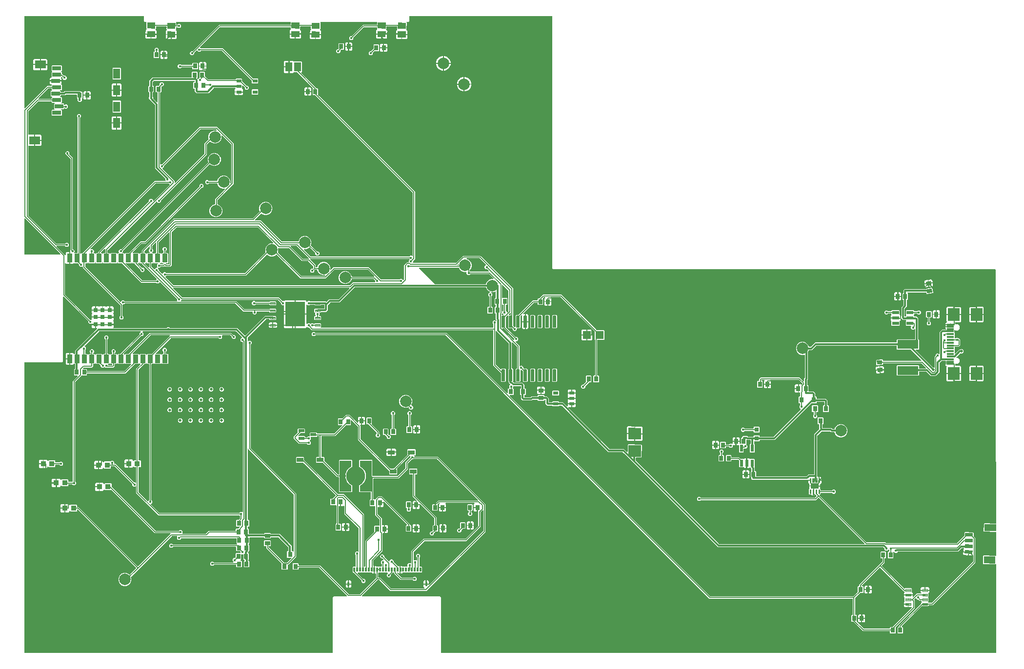
<source format=gbr>
G04 EAGLE Gerber RS-274X export*
G75*
%MOMM*%
%FSLAX34Y34*%
%LPD*%
%INTop Copper*%
%IPPOS*%
%AMOC8*
5,1,8,0,0,1.08239X$1,22.5*%
G01*
G04 Define Apertures*
%ADD10R,1.400000X1.050000*%
%ADD11R,0.700000X0.900000*%
%ADD12R,1.400000X1.400000*%
%ADD13R,0.900000X0.700000*%
%ADD14R,2.000000X2.200000*%
%ADD15R,0.800000X0.800000*%
%ADD16R,1.200000X0.600000*%
%ADD17R,0.970000X0.940000*%
%ADD18R,0.800000X0.900000*%
%ADD19R,1.150000X0.800000*%
%ADD20R,0.900000X0.600000*%
%ADD21R,0.300000X0.800000*%
%ADD22R,0.400000X0.800000*%
%ADD23R,1.150000X0.300000*%
%ADD24R,2.000000X2.180000*%
%ADD25R,1.200000X2.000000*%
%ADD26R,0.600000X1.350000*%
%ADD27R,1.200000X1.800000*%
%ADD28R,1.900000X1.400000*%
%ADD29R,1.500000X0.700000*%
%ADD30R,0.127000X0.127000*%
%ADD31R,0.550000X1.200000*%
%ADD32R,3.600000X1.500000*%
%ADD33R,1.050000X0.500000*%
%ADD34C,0.125000*%
%ADD35R,1.168400X1.600200*%
%ADD36C,2.000000*%
%ADD37C,0.110000*%
%ADD38R,3.400000X4.300000*%
%ADD39R,0.900000X1.500000*%
%ADD40C,0.147500*%
%ADD41C,0.067500*%
%ADD42C,0.101600*%
%ADD43R,0.900000X1.300000*%
%ADD44C,0.300000*%
%ADD45C,0.502400*%
%ADD46C,0.150000*%
%ADD47C,0.452400*%
G36*
X667773Y-428894D02*
X667476Y-428954D01*
X133524Y-428954D01*
X133249Y-428903D01*
X132994Y-428739D01*
X132822Y-428489D01*
X132762Y-428192D01*
X132762Y75476D01*
X132813Y75751D01*
X132977Y76006D01*
X133227Y76178D01*
X133524Y76238D01*
X198144Y76238D01*
X199762Y77856D01*
X199762Y189292D01*
X199809Y189555D01*
X199968Y189813D01*
X200216Y189988D01*
X200512Y190054D01*
X200810Y189998D01*
X201063Y189830D01*
X243745Y147148D01*
X243908Y146907D01*
X243968Y146610D01*
X243968Y144787D01*
X246037Y142718D01*
X248798Y142718D01*
X249073Y142667D01*
X249179Y142599D01*
X249179Y142612D01*
X256862Y142612D01*
X256862Y135310D01*
X258303Y135310D01*
X258566Y135263D01*
X258824Y135104D01*
X259000Y134856D01*
X259065Y134560D01*
X259009Y134262D01*
X258842Y134009D01*
X220980Y96147D01*
X220980Y91432D01*
X220929Y91157D01*
X220765Y90902D01*
X220515Y90730D01*
X220218Y90670D01*
X219022Y90670D01*
X218956Y90625D01*
X218660Y90560D01*
X218362Y90615D01*
X218109Y90783D01*
X216952Y91940D01*
X212162Y91940D01*
X212162Y71860D01*
X216952Y71860D01*
X218109Y73017D01*
X218340Y73175D01*
X218636Y73240D01*
X218934Y73185D01*
X219016Y73130D01*
X220218Y73130D01*
X220493Y73079D01*
X220748Y72915D01*
X220920Y72665D01*
X220980Y72368D01*
X220980Y65232D01*
X220929Y64957D01*
X220765Y64702D01*
X220515Y64530D01*
X220218Y64470D01*
X219474Y64470D01*
X218730Y63726D01*
X218730Y53674D01*
X219474Y52930D01*
X224484Y52930D01*
X224747Y52883D01*
X225005Y52724D01*
X225180Y52476D01*
X225246Y52180D01*
X225190Y51882D01*
X225022Y51629D01*
X216730Y43337D01*
X216730Y-130459D01*
X216674Y-130745D01*
X216507Y-130998D01*
X215998Y-131507D01*
X215757Y-131670D01*
X215459Y-131730D01*
X209882Y-131730D01*
X209607Y-131679D01*
X209352Y-131515D01*
X209180Y-131265D01*
X209120Y-130968D01*
X209120Y-128074D01*
X208376Y-127330D01*
X197624Y-127330D01*
X196691Y-128263D01*
X196471Y-128416D01*
X196176Y-128486D01*
X195877Y-128435D01*
X195622Y-128272D01*
X195450Y-128022D01*
X195390Y-127724D01*
X195390Y-127548D01*
X193902Y-126060D01*
X188762Y-126060D01*
X188762Y-140540D01*
X193902Y-140540D01*
X195390Y-139052D01*
X195390Y-138876D01*
X195437Y-138612D01*
X195596Y-138354D01*
X195844Y-138179D01*
X196140Y-138114D01*
X196438Y-138169D01*
X196691Y-138337D01*
X197624Y-139270D01*
X208376Y-139270D01*
X209120Y-138526D01*
X209120Y-136532D01*
X209171Y-136257D01*
X209335Y-136002D01*
X209585Y-135830D01*
X209882Y-135770D01*
X215459Y-135770D01*
X215745Y-135826D01*
X215998Y-135993D01*
X217287Y-137282D01*
X220213Y-137282D01*
X222282Y-135213D01*
X222282Y-132287D01*
X220993Y-130998D01*
X220830Y-130757D01*
X220770Y-130459D01*
X220770Y41348D01*
X220826Y41634D01*
X220993Y41886D01*
X231814Y52707D01*
X232055Y52870D01*
X232352Y52930D01*
X240526Y52930D01*
X241270Y53674D01*
X241270Y55968D01*
X241321Y56243D01*
X241485Y56498D01*
X241735Y56670D01*
X242032Y56730D01*
X308337Y56730D01*
X324514Y72907D01*
X324755Y73070D01*
X325052Y73130D01*
X330726Y73130D01*
X331511Y73915D01*
X331742Y74073D01*
X332038Y74138D01*
X332336Y74083D01*
X332589Y73915D01*
X333374Y73130D01*
X333434Y73130D01*
X333697Y73083D01*
X333955Y72924D01*
X334130Y72676D01*
X334196Y72380D01*
X334140Y72082D01*
X333972Y71829D01*
X326730Y64587D01*
X326730Y-93368D01*
X326679Y-93643D01*
X326515Y-93898D01*
X326265Y-94070D01*
X325968Y-94130D01*
X323324Y-94130D01*
X322391Y-95063D01*
X322171Y-95216D01*
X321876Y-95286D01*
X321577Y-95235D01*
X321322Y-95072D01*
X321150Y-94822D01*
X321090Y-94524D01*
X321090Y-94348D01*
X319602Y-92860D01*
X314462Y-92860D01*
X314462Y-107340D01*
X319602Y-107340D01*
X321090Y-105852D01*
X321090Y-105676D01*
X321137Y-105412D01*
X321296Y-105154D01*
X321544Y-104979D01*
X321840Y-104914D01*
X322138Y-104969D01*
X322391Y-105137D01*
X323324Y-106070D01*
X325968Y-106070D01*
X326243Y-106121D01*
X326498Y-106285D01*
X326670Y-106535D01*
X326730Y-106832D01*
X326730Y-132395D01*
X326683Y-132659D01*
X326524Y-132917D01*
X326276Y-133092D01*
X325980Y-133157D01*
X325682Y-133102D01*
X325429Y-132934D01*
X325213Y-132718D01*
X323390Y-132718D01*
X323104Y-132662D01*
X322852Y-132495D01*
X290837Y-100480D01*
X289294Y-100480D01*
X289019Y-100429D01*
X288764Y-100265D01*
X288592Y-100015D01*
X288532Y-99718D01*
X288532Y-97287D01*
X286463Y-95218D01*
X283537Y-95218D01*
X282648Y-96107D01*
X282407Y-96270D01*
X282109Y-96330D01*
X271224Y-96330D01*
X270291Y-97263D01*
X270071Y-97416D01*
X269776Y-97486D01*
X269477Y-97435D01*
X269222Y-97272D01*
X269050Y-97022D01*
X268990Y-96724D01*
X268990Y-96548D01*
X267502Y-95060D01*
X262362Y-95060D01*
X262362Y-109540D01*
X267502Y-109540D01*
X268990Y-108052D01*
X268990Y-107876D01*
X269037Y-107612D01*
X269196Y-107354D01*
X269444Y-107179D01*
X269740Y-107114D01*
X270038Y-107169D01*
X270291Y-107337D01*
X271224Y-108270D01*
X281976Y-108270D01*
X282720Y-107526D01*
X282720Y-105282D01*
X282771Y-105007D01*
X282935Y-104752D01*
X283185Y-104580D01*
X283482Y-104520D01*
X288848Y-104520D01*
X289134Y-104576D01*
X289386Y-104743D01*
X319995Y-135352D01*
X320158Y-135593D01*
X320218Y-135890D01*
X320218Y-137713D01*
X322287Y-139782D01*
X325213Y-139782D01*
X325429Y-139566D01*
X325649Y-139413D01*
X325944Y-139343D01*
X326243Y-139394D01*
X326498Y-139557D01*
X326670Y-139807D01*
X326730Y-140105D01*
X326730Y-150837D01*
X365413Y-189520D01*
X505459Y-189520D01*
X505745Y-189576D01*
X505998Y-189743D01*
X506507Y-190252D01*
X506670Y-190493D01*
X506730Y-190791D01*
X506730Y-195098D01*
X506674Y-195384D01*
X506507Y-195636D01*
X504836Y-197307D01*
X504595Y-197470D01*
X504298Y-197530D01*
X500974Y-197530D01*
X500230Y-198274D01*
X500230Y-208326D01*
X500974Y-209070D01*
X506234Y-209070D01*
X506497Y-209117D01*
X506755Y-209276D01*
X506930Y-209524D01*
X506996Y-209820D01*
X506940Y-210118D01*
X506772Y-210371D01*
X504836Y-212307D01*
X504595Y-212470D01*
X504298Y-212530D01*
X500074Y-212530D01*
X499330Y-213274D01*
X499330Y-215968D01*
X499279Y-216243D01*
X499115Y-216498D01*
X498865Y-216670D01*
X498568Y-216730D01*
X452913Y-216730D01*
X448136Y-221507D01*
X447895Y-221670D01*
X447598Y-221730D01*
X407605Y-221730D01*
X407341Y-221683D01*
X407083Y-221524D01*
X406908Y-221276D01*
X406843Y-220980D01*
X406898Y-220682D01*
X407066Y-220429D01*
X407282Y-220213D01*
X407282Y-217287D01*
X405213Y-215218D01*
X402287Y-215218D01*
X400998Y-216507D01*
X400757Y-216670D01*
X400459Y-216730D01*
X361152Y-216730D01*
X360866Y-216674D01*
X360614Y-216507D01*
X284143Y-140036D01*
X283980Y-139795D01*
X283920Y-139498D01*
X283920Y-135074D01*
X283176Y-134330D01*
X272424Y-134330D01*
X271491Y-135263D01*
X271271Y-135416D01*
X270976Y-135486D01*
X270677Y-135435D01*
X270422Y-135272D01*
X270250Y-135022D01*
X270190Y-134724D01*
X270190Y-134548D01*
X268702Y-133060D01*
X263562Y-133060D01*
X263562Y-147540D01*
X268702Y-147540D01*
X270190Y-146052D01*
X270190Y-145876D01*
X270237Y-145612D01*
X270396Y-145354D01*
X270644Y-145179D01*
X270940Y-145114D01*
X271238Y-145169D01*
X271491Y-145337D01*
X272424Y-146270D01*
X283176Y-146270D01*
X283381Y-146065D01*
X283611Y-145907D01*
X283908Y-145842D01*
X284206Y-145898D01*
X284459Y-146065D01*
X359163Y-220770D01*
X385784Y-220770D01*
X386047Y-220817D01*
X386305Y-220976D01*
X386480Y-221224D01*
X386546Y-221520D01*
X386490Y-221818D01*
X386322Y-222071D01*
X330539Y-277854D01*
X330308Y-278012D01*
X330012Y-278078D01*
X329714Y-278022D01*
X329461Y-277854D01*
X227087Y-175480D01*
X225082Y-175480D01*
X224807Y-175429D01*
X224552Y-175265D01*
X224380Y-175015D01*
X224320Y-174718D01*
X224320Y-172074D01*
X223576Y-171330D01*
X212824Y-171330D01*
X211891Y-172263D01*
X211671Y-172416D01*
X211376Y-172486D01*
X211077Y-172435D01*
X210822Y-172272D01*
X210650Y-172022D01*
X210590Y-171724D01*
X210590Y-171548D01*
X209102Y-170060D01*
X203962Y-170060D01*
X203962Y-184540D01*
X209102Y-184540D01*
X210590Y-183052D01*
X210590Y-182876D01*
X210637Y-182612D01*
X210796Y-182354D01*
X211044Y-182179D01*
X211340Y-182114D01*
X211638Y-182169D01*
X211891Y-182337D01*
X212824Y-183270D01*
X223576Y-183270D01*
X224320Y-182526D01*
X224320Y-180282D01*
X224371Y-180007D01*
X224535Y-179752D01*
X224785Y-179580D01*
X225082Y-179520D01*
X225098Y-179520D01*
X225384Y-179576D01*
X225636Y-179743D01*
X326604Y-280711D01*
X326762Y-280942D01*
X326828Y-281238D01*
X326772Y-281536D01*
X326604Y-281789D01*
X315705Y-292689D01*
X315474Y-292847D01*
X315178Y-292912D01*
X314880Y-292856D01*
X314627Y-292689D01*
X313484Y-291546D01*
X309342Y-289830D01*
X304858Y-289830D01*
X300716Y-291546D01*
X297546Y-294716D01*
X295830Y-298858D01*
X295830Y-303342D01*
X297546Y-307484D01*
X300716Y-310654D01*
X304858Y-312370D01*
X309342Y-312370D01*
X313484Y-310654D01*
X316654Y-307484D01*
X318370Y-303342D01*
X318370Y-298858D01*
X317651Y-297121D01*
X317593Y-296842D01*
X317648Y-296544D01*
X317816Y-296291D01*
X388114Y-225993D01*
X388355Y-225830D01*
X388652Y-225770D01*
X397395Y-225770D01*
X397659Y-225817D01*
X397917Y-225976D01*
X398092Y-226224D01*
X398157Y-226520D01*
X398102Y-226818D01*
X397934Y-227071D01*
X397718Y-227287D01*
X397718Y-230213D01*
X399787Y-232282D01*
X402713Y-232282D01*
X404798Y-230197D01*
X404833Y-230007D01*
X404997Y-229752D01*
X405247Y-229580D01*
X405544Y-229520D01*
X500168Y-229520D01*
X500443Y-229571D01*
X500698Y-229735D01*
X500870Y-229985D01*
X500930Y-230282D01*
X500930Y-238326D01*
X501783Y-239179D01*
X501936Y-239399D01*
X502006Y-239694D01*
X501955Y-239993D01*
X501792Y-240248D01*
X501542Y-240420D01*
X501244Y-240480D01*
X390791Y-240480D01*
X390505Y-240424D01*
X390252Y-240257D01*
X388963Y-238968D01*
X386037Y-238968D01*
X383968Y-241037D01*
X383968Y-243963D01*
X386037Y-246032D01*
X388963Y-246032D01*
X390252Y-244743D01*
X390493Y-244580D01*
X390791Y-244520D01*
X499668Y-244520D01*
X499943Y-244571D01*
X500198Y-244735D01*
X500370Y-244985D01*
X500430Y-245282D01*
X500430Y-251326D01*
X501174Y-252070D01*
X506398Y-252070D01*
X506684Y-252126D01*
X506936Y-252293D01*
X507495Y-252852D01*
X507658Y-253093D01*
X507718Y-253390D01*
X507718Y-254768D01*
X507667Y-255043D01*
X507503Y-255298D01*
X507253Y-255470D01*
X506956Y-255530D01*
X500274Y-255530D01*
X499530Y-256274D01*
X499530Y-262298D01*
X499474Y-262584D01*
X499307Y-262836D01*
X498398Y-263745D01*
X498157Y-263908D01*
X497860Y-263968D01*
X496037Y-263968D01*
X493968Y-266037D01*
X493968Y-268963D01*
X495434Y-270429D01*
X495587Y-270649D01*
X495657Y-270944D01*
X495606Y-271243D01*
X495443Y-271498D01*
X495193Y-271670D01*
X494895Y-271730D01*
X462041Y-271730D01*
X461755Y-271674D01*
X461502Y-271507D01*
X460213Y-270218D01*
X457287Y-270218D01*
X455218Y-272287D01*
X455218Y-275213D01*
X457287Y-277282D01*
X460213Y-277282D01*
X461502Y-275993D01*
X461743Y-275830D01*
X462041Y-275770D01*
X499868Y-275770D01*
X500143Y-275821D01*
X500398Y-275985D01*
X500570Y-276235D01*
X500630Y-276532D01*
X500630Y-279326D01*
X501374Y-280070D01*
X509426Y-280070D01*
X510170Y-279326D01*
X510170Y-269274D01*
X509426Y-268530D01*
X508706Y-268530D01*
X508442Y-268483D01*
X508184Y-268324D01*
X508009Y-268076D01*
X507944Y-267780D01*
X507999Y-267482D01*
X508167Y-267229D01*
X509070Y-266326D01*
X509070Y-258044D01*
X509121Y-257769D01*
X509285Y-257514D01*
X509535Y-257342D01*
X509832Y-257282D01*
X511768Y-257282D01*
X512043Y-257333D01*
X512298Y-257497D01*
X512470Y-257747D01*
X512530Y-258044D01*
X512530Y-266326D01*
X513274Y-267070D01*
X513994Y-267070D01*
X514258Y-267117D01*
X514516Y-267276D01*
X514691Y-267524D01*
X514756Y-267820D01*
X514701Y-268118D01*
X514533Y-268371D01*
X513630Y-269274D01*
X513630Y-279326D01*
X514374Y-280070D01*
X522426Y-280070D01*
X523170Y-279326D01*
X523170Y-269274D01*
X522426Y-268530D01*
X522282Y-268530D01*
X522007Y-268479D01*
X521752Y-268315D01*
X521580Y-268065D01*
X521520Y-267768D01*
X521520Y-267192D01*
X521576Y-266906D01*
X521743Y-266653D01*
X522070Y-266326D01*
X522070Y-256274D01*
X521293Y-255497D01*
X521214Y-255483D01*
X520956Y-255324D01*
X520780Y-255076D01*
X520715Y-254780D01*
X520771Y-254482D01*
X520938Y-254229D01*
X521520Y-253647D01*
X521520Y-252832D01*
X521571Y-252557D01*
X521735Y-252302D01*
X521985Y-252130D01*
X522212Y-252084D01*
X522970Y-251326D01*
X522970Y-241274D01*
X522067Y-240371D01*
X521914Y-240151D01*
X521844Y-239856D01*
X521895Y-239557D01*
X522058Y-239302D01*
X522308Y-239130D01*
X522606Y-239070D01*
X522726Y-239070D01*
X523470Y-238326D01*
X523470Y-228532D01*
X523521Y-228257D01*
X523685Y-228002D01*
X523935Y-227830D01*
X524232Y-227770D01*
X548190Y-227770D01*
X548470Y-227823D01*
X548724Y-227988D01*
X548894Y-228240D01*
X548952Y-228537D01*
X548947Y-229186D01*
X549686Y-229935D01*
X559738Y-230005D01*
X560487Y-229266D01*
X560492Y-228527D01*
X560543Y-228257D01*
X560707Y-228002D01*
X560957Y-227830D01*
X561254Y-227770D01*
X573537Y-227770D01*
X573823Y-227826D01*
X574076Y-227993D01*
X590757Y-244674D01*
X590920Y-244916D01*
X590980Y-245213D01*
X590980Y-250868D01*
X590929Y-251143D01*
X590765Y-251398D01*
X590515Y-251570D01*
X590218Y-251630D01*
X589274Y-251630D01*
X588530Y-252374D01*
X588530Y-262426D01*
X589274Y-263170D01*
X595884Y-263170D01*
X596147Y-263217D01*
X596405Y-263376D01*
X596580Y-263624D01*
X596646Y-263920D01*
X596590Y-264218D01*
X596422Y-264471D01*
X589386Y-271507D01*
X589145Y-271670D01*
X588848Y-271730D01*
X583652Y-271730D01*
X583366Y-271674D01*
X583114Y-271507D01*
X557243Y-245636D01*
X557080Y-245395D01*
X557020Y-245098D01*
X557020Y-243754D01*
X557073Y-243474D01*
X557238Y-243220D01*
X557490Y-243050D01*
X557787Y-242992D01*
X559647Y-243005D01*
X560396Y-242266D01*
X560453Y-234214D01*
X559714Y-233465D01*
X549662Y-233395D01*
X548913Y-234134D01*
X548857Y-242185D01*
X549595Y-242935D01*
X552223Y-242953D01*
X552493Y-243004D01*
X552748Y-243168D01*
X552920Y-243418D01*
X552980Y-243715D01*
X552980Y-247087D01*
X578807Y-272914D01*
X578970Y-273155D01*
X579030Y-273452D01*
X579030Y-283426D01*
X579774Y-284170D01*
X588826Y-284170D01*
X589570Y-283426D01*
X589570Y-276532D01*
X589621Y-276257D01*
X589785Y-276002D01*
X590035Y-275830D01*
X590332Y-275770D01*
X590837Y-275770D01*
X604520Y-262087D01*
X604520Y-151663D01*
X525993Y-73136D01*
X525830Y-72895D01*
X525770Y-72598D01*
X525770Y106709D01*
X525826Y106995D01*
X525993Y107248D01*
X527282Y108537D01*
X527282Y111463D01*
X525213Y113532D01*
X522287Y113532D01*
X521571Y112816D01*
X521351Y112663D01*
X521056Y112593D01*
X520757Y112644D01*
X520502Y112807D01*
X520330Y113057D01*
X520270Y113355D01*
X520270Y118537D01*
X520326Y118823D01*
X520493Y119076D01*
X552174Y150757D01*
X552416Y150920D01*
X552713Y150980D01*
X557531Y150980D01*
X557816Y150924D01*
X558069Y150757D01*
X559046Y149780D01*
X568854Y149780D01*
X569920Y150846D01*
X569920Y155654D01*
X568854Y156720D01*
X564008Y156720D01*
X563796Y156764D01*
X563570Y156720D01*
X559035Y156720D01*
X558828Y156580D01*
X558531Y156520D01*
X550103Y156520D01*
X516164Y122581D01*
X515933Y122423D01*
X515637Y122358D01*
X515339Y122414D01*
X515086Y122581D01*
X502397Y135270D01*
X386291Y135270D01*
X386005Y135326D01*
X385752Y135493D01*
X383963Y137282D01*
X381037Y137282D01*
X379248Y135493D01*
X379007Y135330D01*
X378709Y135270D01*
X287952Y135270D01*
X287688Y135317D01*
X287430Y135476D01*
X287255Y135724D01*
X287190Y136020D01*
X287245Y136318D01*
X287413Y136571D01*
X287640Y136798D01*
X287640Y141088D01*
X280338Y141088D01*
X280338Y142612D01*
X287640Y142612D01*
X287640Y146902D01*
X286981Y147561D01*
X286823Y147792D01*
X286758Y148088D01*
X286813Y148386D01*
X286981Y148639D01*
X287640Y149298D01*
X287640Y153588D01*
X280338Y153588D01*
X280338Y155112D01*
X287640Y155112D01*
X287640Y159402D01*
X286981Y160061D01*
X286823Y160292D01*
X286758Y160588D01*
X286813Y160886D01*
X286981Y161139D01*
X287640Y161798D01*
X287640Y166088D01*
X280338Y166088D01*
X280338Y173390D01*
X276048Y173390D01*
X275389Y172731D01*
X275158Y172573D01*
X274862Y172508D01*
X274564Y172563D01*
X274311Y172731D01*
X273652Y173390D01*
X269362Y173390D01*
X269362Y166088D01*
X267838Y166088D01*
X267838Y173390D01*
X263548Y173390D01*
X262889Y172731D01*
X262658Y172573D01*
X262362Y172508D01*
X262064Y172563D01*
X261811Y172731D01*
X261152Y173390D01*
X256862Y173390D01*
X256862Y166088D01*
X249560Y166088D01*
X249560Y161798D01*
X250219Y161139D01*
X250377Y160908D01*
X250442Y160612D01*
X250387Y160314D01*
X250219Y160061D01*
X249560Y159402D01*
X249560Y155112D01*
X256862Y155112D01*
X256862Y153588D01*
X249560Y153588D01*
X249560Y150544D01*
X249509Y150269D01*
X249345Y150014D01*
X249095Y149842D01*
X248798Y149782D01*
X247140Y149782D01*
X246854Y149838D01*
X246602Y150005D01*
X203493Y193114D01*
X203330Y193355D01*
X203270Y193652D01*
X203270Y247598D01*
X203317Y247862D01*
X203476Y248120D01*
X203724Y248295D01*
X204020Y248360D01*
X204318Y248305D01*
X204571Y248137D01*
X205848Y246860D01*
X210638Y246860D01*
X210638Y266940D01*
X205848Y266940D01*
X204360Y265452D01*
X204360Y262836D01*
X204313Y262573D01*
X204154Y262315D01*
X203906Y262140D01*
X203610Y262074D01*
X203312Y262130D01*
X203059Y262298D01*
X188678Y276679D01*
X188525Y276899D01*
X188455Y277194D01*
X188506Y277493D01*
X188669Y277748D01*
X188919Y277920D01*
X189216Y277980D01*
X202959Y277980D01*
X203245Y277924D01*
X203498Y277757D01*
X204787Y276468D01*
X207713Y276468D01*
X209782Y278537D01*
X209782Y281463D01*
X207713Y283532D01*
X204787Y283532D01*
X203498Y282243D01*
X203257Y282080D01*
X202959Y282020D01*
X188652Y282020D01*
X188366Y282076D01*
X188114Y282243D01*
X139743Y330614D01*
X139580Y330855D01*
X139520Y331152D01*
X139520Y451198D01*
X139571Y451473D01*
X139735Y451728D01*
X139985Y451900D01*
X140282Y451960D01*
X149660Y451960D01*
X149660Y471040D01*
X140282Y471040D01*
X140007Y471091D01*
X139752Y471255D01*
X139580Y471505D01*
X139520Y471802D01*
X139520Y511348D01*
X139576Y511634D01*
X139743Y511886D01*
X156864Y529007D01*
X157105Y529170D01*
X157402Y529230D01*
X179390Y529230D01*
X179665Y529179D01*
X179920Y529015D01*
X180092Y528765D01*
X180152Y528468D01*
X180152Y527474D01*
X180896Y526730D01*
X184516Y526730D01*
X184780Y526683D01*
X185038Y526524D01*
X185213Y526276D01*
X185278Y525980D01*
X185223Y525682D01*
X185055Y525429D01*
X184152Y524526D01*
X184152Y516474D01*
X185055Y515571D01*
X185208Y515351D01*
X185278Y515056D01*
X185227Y514757D01*
X185064Y514502D01*
X184814Y514330D01*
X184516Y514270D01*
X180896Y514270D01*
X180152Y513526D01*
X180152Y505474D01*
X180896Y504730D01*
X196948Y504730D01*
X197692Y505474D01*
X197692Y513526D01*
X196789Y514429D01*
X196636Y514649D01*
X196566Y514944D01*
X196617Y515243D01*
X196780Y515498D01*
X197030Y515670D01*
X197328Y515730D01*
X200948Y515730D01*
X201692Y516474D01*
X201739Y516737D01*
X201898Y516995D01*
X202146Y517170D01*
X202442Y517235D01*
X202740Y517180D01*
X202993Y517012D01*
X203537Y516468D01*
X206463Y516468D01*
X208532Y518537D01*
X208532Y521463D01*
X206463Y523532D01*
X203537Y523532D01*
X202993Y522988D01*
X202773Y522835D01*
X202478Y522765D01*
X202179Y522816D01*
X201924Y522979D01*
X201752Y523229D01*
X201692Y523527D01*
X201692Y524526D01*
X200948Y525270D01*
X197328Y525270D01*
X197064Y525317D01*
X196806Y525476D01*
X196631Y525724D01*
X196566Y526020D01*
X196621Y526318D01*
X196789Y526571D01*
X197692Y527474D01*
X197692Y535526D01*
X196948Y536270D01*
X195328Y536270D01*
X195064Y536317D01*
X194806Y536476D01*
X194631Y536724D01*
X194566Y537020D01*
X194621Y537318D01*
X194789Y537571D01*
X195692Y538474D01*
X195692Y538968D01*
X195743Y539243D01*
X195907Y539498D01*
X196157Y539670D01*
X196454Y539730D01*
X203647Y539730D01*
X204674Y540757D01*
X204916Y540920D01*
X205213Y540980D01*
X223068Y540980D01*
X223343Y540929D01*
X223598Y540765D01*
X223770Y540515D01*
X223830Y540218D01*
X223830Y534674D01*
X224574Y533930D01*
X224595Y533930D01*
X224859Y533883D01*
X225117Y533724D01*
X225292Y533476D01*
X225357Y533180D01*
X225302Y532882D01*
X225218Y532756D01*
X225218Y529787D01*
X227287Y527718D01*
X230213Y527718D01*
X232282Y529787D01*
X232282Y532749D01*
X232213Y532849D01*
X232143Y533144D01*
X232194Y533443D01*
X232357Y533698D01*
X232475Y533779D01*
X233370Y534674D01*
X233370Y544726D01*
X232626Y545470D01*
X231263Y545470D01*
X230977Y545526D01*
X230724Y545693D01*
X229897Y546520D01*
X202603Y546520D01*
X201576Y545493D01*
X201334Y545330D01*
X201037Y545270D01*
X196454Y545270D01*
X196179Y545321D01*
X195924Y545485D01*
X195752Y545735D01*
X195692Y546032D01*
X195692Y546526D01*
X194789Y547429D01*
X194636Y547649D01*
X194566Y547944D01*
X194617Y548243D01*
X194780Y548498D01*
X195030Y548670D01*
X195328Y548730D01*
X196948Y548730D01*
X197692Y549474D01*
X197692Y557526D01*
X196910Y558308D01*
X196860Y558317D01*
X196602Y558476D01*
X196427Y558724D01*
X196362Y559020D01*
X196417Y559318D01*
X196585Y559571D01*
X196962Y559948D01*
X196962Y563738D01*
X176882Y563738D01*
X176882Y559948D01*
X178370Y558460D01*
X179390Y558460D01*
X179665Y558409D01*
X179920Y558245D01*
X180092Y557995D01*
X180152Y557698D01*
X180152Y556532D01*
X180101Y556257D01*
X179937Y556002D01*
X179687Y555830D01*
X179390Y555770D01*
X172913Y555770D01*
X134063Y516920D01*
X133843Y516767D01*
X133548Y516697D01*
X133249Y516748D01*
X132994Y516911D01*
X132822Y517161D01*
X132762Y517458D01*
X132762Y676476D01*
X132813Y676751D01*
X132977Y677006D01*
X133227Y677178D01*
X133524Y677238D01*
X339476Y677238D01*
X339751Y677187D01*
X340006Y677023D01*
X340178Y676773D01*
X340238Y676476D01*
X340238Y668856D01*
X341856Y667238D01*
X343994Y667238D01*
X344282Y667181D01*
X344535Y667013D01*
X344701Y666760D01*
X344756Y666461D01*
X344541Y655241D01*
X344822Y654948D01*
X344976Y654715D01*
X345035Y654417D01*
X344974Y654120D01*
X344801Y653871D01*
X343215Y652344D01*
X343108Y646805D01*
X362185Y646438D01*
X362291Y651977D01*
X360764Y653564D01*
X360611Y653798D01*
X360551Y654095D01*
X360613Y654392D01*
X360785Y654642D01*
X361077Y654923D01*
X361146Y658483D01*
X361197Y658743D01*
X361360Y658998D01*
X361610Y659170D01*
X361908Y659230D01*
X378847Y659230D01*
X379135Y659173D01*
X379387Y659005D01*
X379554Y658752D01*
X379609Y658453D01*
X379534Y654569D01*
X379816Y654276D01*
X379969Y654043D01*
X380029Y653745D01*
X379967Y653448D01*
X379795Y653199D01*
X378208Y651672D01*
X378102Y646133D01*
X397178Y645766D01*
X397285Y651306D01*
X395758Y652892D01*
X395604Y653126D01*
X395545Y653423D01*
X395606Y653720D01*
X395778Y653970D01*
X396071Y654251D01*
X396128Y657233D01*
X396179Y657493D01*
X396343Y657748D01*
X396593Y657920D01*
X396890Y657980D01*
X397959Y657980D01*
X398245Y657924D01*
X398498Y657757D01*
X399787Y656468D01*
X402713Y656468D01*
X404782Y658537D01*
X404782Y661463D01*
X402713Y663532D01*
X399787Y663532D01*
X398498Y662243D01*
X398257Y662080D01*
X397959Y662020D01*
X396997Y662020D01*
X396709Y662077D01*
X396456Y662245D01*
X396290Y662498D01*
X396235Y662797D01*
X396293Y665801D01*
X396152Y665948D01*
X396009Y666157D01*
X395939Y666452D01*
X395990Y666751D01*
X396154Y667006D01*
X396404Y667178D01*
X396701Y667238D01*
X594277Y667238D01*
X594563Y667182D01*
X594816Y667015D01*
X594984Y666762D01*
X595039Y666464D01*
X594981Y662770D01*
X594930Y662507D01*
X594767Y662252D01*
X594516Y662080D01*
X594219Y662020D01*
X470413Y662020D01*
X424648Y616255D01*
X424407Y616092D01*
X424110Y616032D01*
X422287Y616032D01*
X420218Y613963D01*
X420218Y611037D01*
X422287Y608968D01*
X425213Y608968D01*
X427282Y611037D01*
X427282Y612860D01*
X427338Y613146D01*
X427505Y613398D01*
X431517Y617410D01*
X431748Y617568D01*
X432044Y617633D01*
X432342Y617578D01*
X432595Y617410D01*
X434787Y615218D01*
X437713Y615218D01*
X439002Y616507D01*
X439243Y616670D01*
X439541Y616730D01*
X475098Y616730D01*
X475384Y616674D01*
X475636Y616507D01*
X526907Y565236D01*
X527070Y564995D01*
X527130Y564698D01*
X527130Y560874D01*
X527874Y560130D01*
X537926Y560130D01*
X538670Y560874D01*
X538670Y567926D01*
X537926Y568670D01*
X529502Y568670D01*
X529216Y568726D01*
X528964Y568893D01*
X477087Y620770D01*
X439541Y620770D01*
X439255Y620826D01*
X439002Y620993D01*
X437590Y622405D01*
X437432Y622636D01*
X437367Y622932D01*
X437422Y623230D01*
X437590Y623483D01*
X471864Y657757D01*
X472105Y657920D01*
X472402Y657980D01*
X594132Y657980D01*
X594418Y657924D01*
X594671Y657757D01*
X594838Y657504D01*
X594894Y657206D01*
X594860Y655073D01*
X595143Y654782D01*
X595297Y654549D01*
X595358Y654252D01*
X595297Y653954D01*
X595126Y653704D01*
X593545Y652172D01*
X593458Y646632D01*
X612535Y646333D01*
X612622Y651872D01*
X611090Y653453D01*
X610935Y653686D01*
X610875Y653984D01*
X610935Y654281D01*
X611107Y654531D01*
X611398Y654813D01*
X611456Y658480D01*
X611507Y658743D01*
X611670Y658998D01*
X611920Y659170D01*
X612218Y659230D01*
X629156Y659230D01*
X629442Y659174D01*
X629695Y659007D01*
X629862Y658754D01*
X629918Y658456D01*
X629856Y654524D01*
X630139Y654232D01*
X630293Y653999D01*
X630353Y653702D01*
X630293Y653405D01*
X630122Y653154D01*
X628540Y651622D01*
X628453Y646083D01*
X647531Y645783D01*
X647618Y651322D01*
X646085Y652904D01*
X645931Y653137D01*
X645871Y653434D01*
X645931Y653731D01*
X646102Y653981D01*
X646394Y654264D01*
X646575Y665814D01*
X646448Y665946D01*
X646303Y666157D01*
X646234Y666452D01*
X646284Y666751D01*
X646448Y667006D01*
X646698Y667178D01*
X646995Y667238D01*
X743930Y667238D01*
X744214Y667183D01*
X744467Y667017D01*
X744636Y666765D01*
X744692Y666467D01*
X744647Y662773D01*
X744596Y662507D01*
X744433Y662252D01*
X744182Y662080D01*
X743885Y662020D01*
X720413Y662020D01*
X700898Y642505D01*
X700657Y642342D01*
X700360Y642282D01*
X698537Y642282D01*
X696468Y640213D01*
X696468Y637287D01*
X698537Y635218D01*
X701463Y635218D01*
X703532Y637287D01*
X703532Y639110D01*
X703588Y639396D01*
X703755Y639648D01*
X721864Y657757D01*
X722105Y657920D01*
X722402Y657980D01*
X743817Y657980D01*
X744101Y657925D01*
X744354Y657759D01*
X744522Y657507D01*
X744579Y657209D01*
X744553Y655068D01*
X744837Y654778D01*
X744992Y654545D01*
X745053Y654248D01*
X744994Y653951D01*
X744823Y653700D01*
X743247Y652162D01*
X743180Y646623D01*
X762258Y646389D01*
X762326Y651929D01*
X760788Y653505D01*
X760633Y653738D01*
X760571Y654034D01*
X760631Y654332D01*
X760801Y654583D01*
X761092Y654866D01*
X761136Y658477D01*
X761187Y658743D01*
X761350Y658998D01*
X761601Y659170D01*
X761898Y659230D01*
X778835Y659230D01*
X779118Y659175D01*
X779372Y659009D01*
X779540Y658757D01*
X779597Y658459D01*
X779550Y654641D01*
X779834Y654350D01*
X779989Y654118D01*
X780051Y653821D01*
X779991Y653523D01*
X779821Y653273D01*
X778245Y651735D01*
X778177Y646195D01*
X797256Y645962D01*
X797323Y651502D01*
X795785Y653078D01*
X795630Y653310D01*
X795569Y653607D01*
X795628Y653904D01*
X795799Y654155D01*
X796089Y654439D01*
X796230Y666009D01*
X796129Y666157D01*
X796059Y666452D01*
X796110Y666751D01*
X796273Y667006D01*
X796523Y667178D01*
X796821Y667238D01*
X799144Y667238D01*
X800762Y668856D01*
X800762Y676476D01*
X800813Y676751D01*
X800977Y677006D01*
X801227Y677178D01*
X801524Y677238D01*
X1048476Y677238D01*
X1048751Y677187D01*
X1049006Y677023D01*
X1049178Y676773D01*
X1049238Y676476D01*
X1049238Y238856D01*
X1050856Y237238D01*
X1817476Y237238D01*
X1817751Y237187D01*
X1818006Y237023D01*
X1818178Y236773D01*
X1818238Y236476D01*
X1818238Y-96144D01*
X1819015Y-96921D01*
X1819178Y-97162D01*
X1819238Y-97460D01*
X1819238Y-203338D01*
X1819181Y-203628D01*
X1819012Y-203880D01*
X1818758Y-204046D01*
X1818460Y-204100D01*
X1798743Y-203687D01*
X1797984Y-204415D01*
X1797710Y-217464D01*
X1798439Y-218224D01*
X1818492Y-218644D01*
X1818751Y-218695D01*
X1819006Y-218858D01*
X1819178Y-219108D01*
X1819238Y-219406D01*
X1819238Y-259350D01*
X1819181Y-259640D01*
X1819012Y-259892D01*
X1818758Y-260058D01*
X1818460Y-260112D01*
X1797570Y-259675D01*
X1796811Y-260403D01*
X1796538Y-273452D01*
X1797266Y-274211D01*
X1818492Y-274656D01*
X1818751Y-274707D01*
X1819006Y-274871D01*
X1819178Y-275121D01*
X1819238Y-275418D01*
X1819238Y-428192D01*
X1819187Y-428467D01*
X1819023Y-428722D01*
X1818773Y-428894D01*
X1818476Y-428954D01*
X856524Y-428954D01*
X856249Y-428903D01*
X855994Y-428739D01*
X855822Y-428489D01*
X855762Y-428192D01*
X855762Y-331856D01*
X854144Y-330238D01*
X719458Y-330238D01*
X719195Y-330191D01*
X718937Y-330032D01*
X718762Y-329784D01*
X718696Y-329488D01*
X718752Y-329190D01*
X718920Y-328937D01*
X745614Y-302243D01*
X745855Y-302080D01*
X746152Y-302020D01*
X748848Y-302020D01*
X749134Y-302076D01*
X749386Y-302243D01*
X767913Y-320770D01*
X830837Y-320770D01*
X933270Y-218337D01*
X933270Y-170413D01*
X850837Y-87980D01*
X810544Y-87980D01*
X810269Y-87929D01*
X810014Y-87765D01*
X809842Y-87515D01*
X809800Y-87305D01*
X809366Y-86871D01*
X809213Y-86651D01*
X809143Y-86356D01*
X809194Y-86057D01*
X809357Y-85802D01*
X809607Y-85630D01*
X809905Y-85570D01*
X810776Y-85570D01*
X811520Y-84826D01*
X811520Y-75774D01*
X810776Y-75030D01*
X798224Y-75030D01*
X797480Y-75774D01*
X797480Y-84348D01*
X797424Y-84634D01*
X797257Y-84886D01*
X774136Y-108007D01*
X773895Y-108170D01*
X773598Y-108230D01*
X767652Y-108230D01*
X767366Y-108174D01*
X767114Y-108007D01*
X715993Y-56886D01*
X715830Y-56645D01*
X715770Y-56348D01*
X715770Y-34163D01*
X715648Y-34041D01*
X715495Y-33821D01*
X715425Y-33526D01*
X715476Y-33227D01*
X715639Y-32972D01*
X715889Y-32800D01*
X716186Y-32740D01*
X717338Y-32740D01*
X717338Y-26462D01*
X712060Y-26462D01*
X712060Y-28614D01*
X712013Y-28877D01*
X711854Y-29135D01*
X711606Y-29310D01*
X711310Y-29376D01*
X711012Y-29320D01*
X710759Y-29152D01*
X697087Y-15480D01*
X690413Y-15480D01*
X684786Y-21107D01*
X684545Y-21270D01*
X684248Y-21330D01*
X677574Y-21330D01*
X676830Y-22074D01*
X676830Y-32126D01*
X677574Y-32870D01*
X683684Y-32870D01*
X683947Y-32917D01*
X684205Y-33076D01*
X684380Y-33324D01*
X684446Y-33620D01*
X684390Y-33918D01*
X684222Y-34171D01*
X670636Y-47757D01*
X670395Y-47920D01*
X670098Y-47980D01*
X641682Y-47980D01*
X641407Y-47929D01*
X641152Y-47765D01*
X640980Y-47515D01*
X640920Y-47218D01*
X640920Y-46474D01*
X640176Y-45730D01*
X628624Y-45730D01*
X627880Y-46474D01*
X627880Y-51956D01*
X627829Y-52231D01*
X627665Y-52486D01*
X627415Y-52658D01*
X627118Y-52718D01*
X624787Y-52718D01*
X623498Y-54007D01*
X623257Y-54170D01*
X622959Y-54230D01*
X620682Y-54230D01*
X620407Y-54179D01*
X620152Y-54015D01*
X619980Y-53765D01*
X619920Y-53468D01*
X619920Y-52974D01*
X619176Y-52230D01*
X608716Y-52230D01*
X608453Y-52183D01*
X608195Y-52024D01*
X608020Y-51776D01*
X607954Y-51480D01*
X608010Y-51182D01*
X608178Y-50929D01*
X612114Y-46993D01*
X612355Y-46830D01*
X612652Y-46770D01*
X619176Y-46770D01*
X619920Y-46026D01*
X619920Y-39974D01*
X619176Y-39230D01*
X607624Y-39230D01*
X606880Y-39974D01*
X606880Y-46198D01*
X606824Y-46484D01*
X606657Y-46736D01*
X600480Y-52913D01*
X600480Y-57087D01*
X609163Y-65770D01*
X622959Y-65770D01*
X623245Y-65826D01*
X623498Y-65993D01*
X624787Y-67282D01*
X627713Y-67282D01*
X629782Y-65213D01*
X629782Y-62287D01*
X628034Y-60539D01*
X627876Y-60308D01*
X627811Y-60012D01*
X627866Y-59714D01*
X628034Y-59461D01*
X629782Y-57713D01*
X629782Y-54787D01*
X629566Y-54571D01*
X629413Y-54351D01*
X629343Y-54056D01*
X629394Y-53757D01*
X629557Y-53502D01*
X629807Y-53330D01*
X630105Y-53270D01*
X640176Y-53270D01*
X641029Y-52417D01*
X641135Y-52252D01*
X641385Y-52080D01*
X641682Y-52020D01*
X643468Y-52020D01*
X643743Y-52071D01*
X643998Y-52235D01*
X644170Y-52485D01*
X644230Y-52782D01*
X644230Y-87468D01*
X644179Y-87743D01*
X644015Y-87998D01*
X643765Y-88170D01*
X643468Y-88230D01*
X639824Y-88230D01*
X639080Y-88974D01*
X639080Y-98026D01*
X639824Y-98770D01*
X650598Y-98770D01*
X650884Y-98826D01*
X651136Y-98993D01*
X675413Y-123270D01*
X678008Y-123270D01*
X678283Y-123321D01*
X678538Y-123485D01*
X678710Y-123735D01*
X678770Y-124032D01*
X678770Y-148132D01*
X678799Y-148420D01*
X678872Y-148660D01*
X678992Y-148880D01*
X679152Y-149073D01*
X679348Y-149230D01*
X679571Y-149346D01*
X679815Y-149416D01*
X680075Y-149440D01*
X700322Y-149440D01*
X700610Y-149411D01*
X700850Y-149338D01*
X701070Y-149218D01*
X701263Y-149058D01*
X701420Y-148862D01*
X701536Y-148640D01*
X701606Y-148395D01*
X701630Y-148135D01*
X701630Y-138130D01*
X701601Y-137843D01*
X701528Y-137603D01*
X701408Y-137382D01*
X701248Y-137189D01*
X701023Y-137008D01*
X698543Y-135389D01*
X698476Y-135340D01*
X695999Y-133307D01*
X695893Y-133201D01*
X693920Y-130797D01*
X693837Y-130673D01*
X692371Y-127930D01*
X692314Y-127792D01*
X691460Y-124975D01*
X691428Y-124714D01*
X691594Y-121587D01*
X691594Y-121413D01*
X691428Y-118286D01*
X691460Y-118025D01*
X692314Y-115208D01*
X692371Y-115070D01*
X693837Y-112327D01*
X693920Y-112203D01*
X695893Y-109799D01*
X695999Y-109693D01*
X698476Y-107660D01*
X698543Y-107611D01*
X701023Y-105992D01*
X701248Y-105811D01*
X701408Y-105618D01*
X701528Y-105397D01*
X701601Y-105157D01*
X701630Y-104870D01*
X701630Y-94868D01*
X701601Y-94580D01*
X701528Y-94340D01*
X701408Y-94120D01*
X701248Y-93927D01*
X701052Y-93770D01*
X700830Y-93654D01*
X700585Y-93584D01*
X700325Y-93560D01*
X680078Y-93560D01*
X679790Y-93589D01*
X679550Y-93662D01*
X679330Y-93782D01*
X679137Y-93942D01*
X678980Y-94138D01*
X678864Y-94361D01*
X678794Y-94605D01*
X678770Y-94865D01*
X678770Y-118468D01*
X678719Y-118743D01*
X678555Y-118998D01*
X678305Y-119170D01*
X678008Y-119230D01*
X677402Y-119230D01*
X677116Y-119174D01*
X676864Y-119007D01*
X653343Y-95486D01*
X653180Y-95245D01*
X653120Y-94948D01*
X653120Y-88974D01*
X652376Y-88230D01*
X649032Y-88230D01*
X648757Y-88179D01*
X648502Y-88015D01*
X648330Y-87765D01*
X648270Y-87468D01*
X648270Y-52782D01*
X648321Y-52507D01*
X648485Y-52252D01*
X648735Y-52080D01*
X649032Y-52020D01*
X672087Y-52020D01*
X691014Y-33093D01*
X691255Y-32930D01*
X691552Y-32870D01*
X698626Y-32870D01*
X699370Y-32126D01*
X699370Y-25316D01*
X699417Y-25053D01*
X699576Y-24795D01*
X699824Y-24620D01*
X700120Y-24554D01*
X700418Y-24610D01*
X700671Y-24778D01*
X711507Y-35614D01*
X711670Y-35855D01*
X711730Y-36152D01*
X711730Y-58337D01*
X765457Y-112064D01*
X765620Y-112305D01*
X765680Y-112602D01*
X765680Y-118026D01*
X766424Y-118770D01*
X778976Y-118770D01*
X779720Y-118026D01*
X779720Y-108919D01*
X779682Y-108864D01*
X779617Y-108568D01*
X779673Y-108269D01*
X779840Y-108017D01*
X801417Y-86440D01*
X801637Y-86287D01*
X801932Y-86217D01*
X802231Y-86268D01*
X802486Y-86431D01*
X802658Y-86681D01*
X802718Y-86978D01*
X802718Y-89110D01*
X802662Y-89396D01*
X802495Y-89648D01*
X794230Y-97913D01*
X794230Y-107598D01*
X794174Y-107884D01*
X794007Y-108136D01*
X780636Y-121507D01*
X780395Y-121670D01*
X780098Y-121730D01*
X737402Y-121730D01*
X737116Y-121674D01*
X736864Y-121507D01*
X736853Y-121496D01*
X736690Y-121255D01*
X736630Y-120958D01*
X736630Y-94868D01*
X736601Y-94580D01*
X736528Y-94340D01*
X736408Y-94120D01*
X736248Y-93927D01*
X736052Y-93770D01*
X735830Y-93654D01*
X735585Y-93584D01*
X735325Y-93560D01*
X715078Y-93560D01*
X714790Y-93589D01*
X714550Y-93662D01*
X714330Y-93782D01*
X714137Y-93942D01*
X713980Y-94138D01*
X713864Y-94361D01*
X713794Y-94605D01*
X713770Y-94865D01*
X713770Y-104870D01*
X713799Y-105158D01*
X713872Y-105397D01*
X713992Y-105618D01*
X714152Y-105811D01*
X714377Y-105992D01*
X716857Y-107611D01*
X716924Y-107660D01*
X719401Y-109693D01*
X719507Y-109799D01*
X721480Y-112203D01*
X721563Y-112327D01*
X723029Y-115070D01*
X723086Y-115208D01*
X723940Y-118025D01*
X723972Y-118286D01*
X723806Y-121413D01*
X723806Y-121587D01*
X723972Y-124714D01*
X723940Y-124975D01*
X723086Y-127792D01*
X723029Y-127930D01*
X721563Y-130673D01*
X721480Y-130797D01*
X719507Y-133201D01*
X719401Y-133307D01*
X716924Y-135340D01*
X716857Y-135389D01*
X714377Y-137008D01*
X714152Y-137189D01*
X713992Y-137382D01*
X713872Y-137603D01*
X713799Y-137843D01*
X713770Y-138130D01*
X713770Y-148132D01*
X713799Y-148420D01*
X713872Y-148660D01*
X713992Y-148880D01*
X714152Y-149073D01*
X714348Y-149230D01*
X714571Y-149346D01*
X714815Y-149416D01*
X715075Y-149440D01*
X733468Y-149440D01*
X733743Y-149491D01*
X733998Y-149655D01*
X734170Y-149905D01*
X734230Y-150202D01*
X734230Y-161568D01*
X734179Y-161843D01*
X734015Y-162098D01*
X733765Y-162270D01*
X733468Y-162330D01*
X732774Y-162330D01*
X732030Y-163074D01*
X732030Y-173126D01*
X732774Y-173870D01*
X740968Y-173870D01*
X741243Y-173921D01*
X741498Y-174085D01*
X741670Y-174335D01*
X741730Y-174632D01*
X741730Y-189587D01*
X749007Y-196864D01*
X749170Y-197105D01*
X749230Y-197402D01*
X749230Y-206968D01*
X749179Y-207243D01*
X749015Y-207498D01*
X748765Y-207670D01*
X748468Y-207730D01*
X740674Y-207730D01*
X739930Y-208474D01*
X739930Y-218148D01*
X739874Y-218434D01*
X739707Y-218686D01*
X724230Y-234163D01*
X724230Y-278068D01*
X724179Y-278343D01*
X724015Y-278598D01*
X723765Y-278770D01*
X723468Y-278830D01*
X723110Y-278830D01*
X723101Y-278836D01*
X722806Y-278906D01*
X722507Y-278855D01*
X722252Y-278692D01*
X722080Y-278442D01*
X722020Y-278144D01*
X722020Y-187913D01*
X687087Y-152980D01*
X677402Y-152980D01*
X677116Y-152924D01*
X676864Y-152757D01*
X618343Y-94236D01*
X618180Y-93995D01*
X618120Y-93698D01*
X618120Y-88974D01*
X617376Y-88230D01*
X604824Y-88230D01*
X604080Y-88974D01*
X604080Y-98026D01*
X604824Y-98770D01*
X616848Y-98770D01*
X617134Y-98826D01*
X617386Y-98993D01*
X672854Y-154461D01*
X673012Y-154692D01*
X673078Y-154988D01*
X673022Y-155286D01*
X672854Y-155539D01*
X667886Y-160507D01*
X667645Y-160670D01*
X667348Y-160730D01*
X664774Y-160730D01*
X664030Y-161474D01*
X664030Y-171526D01*
X664774Y-172270D01*
X672826Y-172270D01*
X672929Y-172167D01*
X673149Y-172014D01*
X673444Y-171944D01*
X673743Y-171995D01*
X673998Y-172158D01*
X674170Y-172408D01*
X674230Y-172706D01*
X674230Y-203568D01*
X674179Y-203843D01*
X674015Y-204098D01*
X673765Y-204270D01*
X673468Y-204330D01*
X673374Y-204330D01*
X672630Y-205074D01*
X672630Y-215126D01*
X673374Y-215870D01*
X681426Y-215870D01*
X682170Y-215126D01*
X682170Y-205074D01*
X681426Y-204330D01*
X679032Y-204330D01*
X678757Y-204279D01*
X678502Y-204115D01*
X678330Y-203865D01*
X678270Y-203568D01*
X678270Y-174302D01*
X678321Y-174027D01*
X678485Y-173772D01*
X678735Y-173600D01*
X679032Y-173540D01*
X681038Y-173540D01*
X681038Y-165738D01*
X682562Y-165738D01*
X682562Y-173540D01*
X686352Y-173540D01*
X686679Y-173213D01*
X686899Y-173060D01*
X687194Y-172990D01*
X687493Y-173041D01*
X687748Y-173204D01*
X687920Y-173455D01*
X687980Y-173752D01*
X687980Y-187087D01*
X712757Y-211864D01*
X712920Y-212105D01*
X712980Y-212402D01*
X712980Y-252395D01*
X712933Y-252659D01*
X712774Y-252917D01*
X712526Y-253092D01*
X712230Y-253157D01*
X711932Y-253102D01*
X711679Y-252934D01*
X711463Y-252718D01*
X708537Y-252718D01*
X706468Y-254787D01*
X706468Y-257713D01*
X707757Y-259002D01*
X707920Y-259243D01*
X707980Y-259541D01*
X707980Y-278068D01*
X707929Y-278343D01*
X707765Y-278598D01*
X707515Y-278770D01*
X707218Y-278830D01*
X703174Y-278830D01*
X702430Y-279574D01*
X702430Y-288626D01*
X703174Y-289370D01*
X703698Y-289370D01*
X703984Y-289426D01*
X704236Y-289593D01*
X717495Y-302852D01*
X717658Y-303093D01*
X717718Y-303390D01*
X717718Y-305213D01*
X719787Y-307282D01*
X722713Y-307282D01*
X724782Y-305213D01*
X724782Y-302287D01*
X722713Y-300218D01*
X720890Y-300218D01*
X720604Y-300162D01*
X720352Y-299995D01*
X711028Y-290671D01*
X710875Y-290451D01*
X710805Y-290156D01*
X710856Y-289857D01*
X711019Y-289602D01*
X711269Y-289430D01*
X711566Y-289370D01*
X712256Y-289370D01*
X712392Y-289277D01*
X712688Y-289212D01*
X712986Y-289267D01*
X713141Y-289370D01*
X717256Y-289370D01*
X717392Y-289277D01*
X717688Y-289212D01*
X717986Y-289267D01*
X718141Y-289370D01*
X722256Y-289370D01*
X722392Y-289277D01*
X722688Y-289212D01*
X722986Y-289267D01*
X723141Y-289370D01*
X727256Y-289370D01*
X727392Y-289277D01*
X727688Y-289212D01*
X727986Y-289267D01*
X728141Y-289370D01*
X732256Y-289370D01*
X732392Y-289277D01*
X732688Y-289212D01*
X732986Y-289267D01*
X733141Y-289370D01*
X736062Y-289370D01*
X736348Y-289426D01*
X736601Y-289593D01*
X737648Y-290640D01*
X739438Y-290640D01*
X739438Y-277560D01*
X739032Y-277560D01*
X738757Y-277509D01*
X738502Y-277345D01*
X738330Y-277095D01*
X738270Y-276798D01*
X738270Y-268652D01*
X738326Y-268366D01*
X738493Y-268114D01*
X754520Y-252087D01*
X754520Y-221302D01*
X754571Y-221027D01*
X754735Y-220772D01*
X754985Y-220600D01*
X755282Y-220540D01*
X756938Y-220540D01*
X756938Y-206460D01*
X754032Y-206460D01*
X753757Y-206409D01*
X753502Y-206245D01*
X753330Y-205995D01*
X753270Y-205698D01*
X753270Y-195413D01*
X745993Y-188136D01*
X745830Y-187895D01*
X745770Y-187598D01*
X745770Y-175902D01*
X745821Y-175627D01*
X745985Y-175372D01*
X746235Y-175200D01*
X746532Y-175140D01*
X749038Y-175140D01*
X749038Y-167338D01*
X755840Y-167338D01*
X755840Y-166786D01*
X755887Y-166523D01*
X756046Y-166265D01*
X756294Y-166090D01*
X756590Y-166024D01*
X756888Y-166080D01*
X757141Y-166248D01*
X796322Y-205429D01*
X796475Y-205649D01*
X796545Y-205944D01*
X796494Y-206243D01*
X796331Y-206498D01*
X796081Y-206670D01*
X795784Y-206730D01*
X795474Y-206730D01*
X794730Y-207474D01*
X794730Y-217526D01*
X795474Y-218270D01*
X803526Y-218270D01*
X804270Y-217526D01*
X804270Y-207474D01*
X803526Y-206730D01*
X802782Y-206730D01*
X802507Y-206679D01*
X802252Y-206515D01*
X802080Y-206265D01*
X802020Y-205968D01*
X802020Y-205413D01*
X753337Y-156730D01*
X746663Y-156730D01*
X741708Y-161685D01*
X741679Y-161843D01*
X741515Y-162098D01*
X741265Y-162270D01*
X740968Y-162330D01*
X739032Y-162330D01*
X738757Y-162279D01*
X738502Y-162115D01*
X738330Y-161865D01*
X738270Y-161568D01*
X738270Y-126532D01*
X738321Y-126257D01*
X738485Y-126002D01*
X738735Y-125830D01*
X739032Y-125770D01*
X782087Y-125770D01*
X798270Y-109587D01*
X798270Y-99902D01*
X798326Y-99616D01*
X798493Y-99364D01*
X805352Y-92505D01*
X805593Y-92342D01*
X805890Y-92282D01*
X807713Y-92282D01*
X807752Y-92243D01*
X807993Y-92080D01*
X808291Y-92020D01*
X848848Y-92020D01*
X849134Y-92076D01*
X849386Y-92243D01*
X920072Y-162929D01*
X920225Y-163149D01*
X920295Y-163444D01*
X920244Y-163743D01*
X920081Y-163998D01*
X919831Y-164170D01*
X919534Y-164230D01*
X850413Y-164230D01*
X844536Y-170107D01*
X844295Y-170270D01*
X843998Y-170330D01*
X841374Y-170330D01*
X840630Y-171074D01*
X840630Y-181126D01*
X841374Y-181870D01*
X849426Y-181870D01*
X850170Y-181126D01*
X850170Y-171030D01*
X850107Y-170939D01*
X850042Y-170643D01*
X850098Y-170344D01*
X850265Y-170092D01*
X851864Y-168493D01*
X852105Y-168330D01*
X852402Y-168270D01*
X852798Y-168270D01*
X853062Y-168317D01*
X853320Y-168476D01*
X853495Y-168724D01*
X853560Y-169020D01*
X853505Y-169318D01*
X853337Y-169571D01*
X852360Y-170548D01*
X852360Y-175338D01*
X864440Y-175338D01*
X864440Y-170548D01*
X863463Y-169571D01*
X863310Y-169351D01*
X863240Y-169056D01*
X863291Y-168757D01*
X863454Y-168502D01*
X863705Y-168330D01*
X864002Y-168270D01*
X913398Y-168270D01*
X913662Y-168317D01*
X913920Y-168476D01*
X914095Y-168724D01*
X914160Y-169020D01*
X914105Y-169318D01*
X913937Y-169571D01*
X912960Y-170548D01*
X912960Y-175338D01*
X919762Y-175338D01*
X919762Y-183148D01*
X919993Y-183191D01*
X920248Y-183355D01*
X920420Y-183605D01*
X920480Y-183902D01*
X920480Y-207598D01*
X920424Y-207884D01*
X920257Y-208136D01*
X898136Y-230257D01*
X897895Y-230420D01*
X897598Y-230480D01*
X825413Y-230480D01*
X804230Y-251663D01*
X804230Y-272395D01*
X804183Y-272659D01*
X804024Y-272917D01*
X803776Y-273092D01*
X803480Y-273157D01*
X803182Y-273102D01*
X802929Y-272934D01*
X802713Y-272718D01*
X799787Y-272718D01*
X797718Y-274787D01*
X797718Y-277879D01*
X797757Y-278044D01*
X797706Y-278343D01*
X797543Y-278598D01*
X797293Y-278770D01*
X796995Y-278830D01*
X793144Y-278830D01*
X793008Y-278923D01*
X792712Y-278988D01*
X792414Y-278933D01*
X792259Y-278830D01*
X789338Y-278830D01*
X789052Y-278774D01*
X788799Y-278607D01*
X787752Y-277560D01*
X785962Y-277560D01*
X785962Y-290640D01*
X787752Y-290640D01*
X788799Y-289593D01*
X789041Y-289430D01*
X789338Y-289370D01*
X792256Y-289370D01*
X792392Y-289277D01*
X792688Y-289212D01*
X792986Y-289267D01*
X793141Y-289370D01*
X797256Y-289370D01*
X797392Y-289277D01*
X797688Y-289212D01*
X797986Y-289267D01*
X798141Y-289370D01*
X802256Y-289370D01*
X802392Y-289277D01*
X802688Y-289212D01*
X802986Y-289267D01*
X803141Y-289370D01*
X807256Y-289370D01*
X807392Y-289277D01*
X807688Y-289212D01*
X807986Y-289267D01*
X808141Y-289370D01*
X812256Y-289370D01*
X812392Y-289277D01*
X812688Y-289212D01*
X812986Y-289267D01*
X813141Y-289370D01*
X817256Y-289370D01*
X817392Y-289277D01*
X817688Y-289212D01*
X817986Y-289267D01*
X818141Y-289370D01*
X822226Y-289370D01*
X822970Y-288626D01*
X822970Y-279574D01*
X822226Y-278830D01*
X819032Y-278830D01*
X818757Y-278779D01*
X818502Y-278615D01*
X818330Y-278365D01*
X818270Y-278068D01*
X818270Y-263291D01*
X818326Y-263005D01*
X818493Y-262752D01*
X819782Y-261463D01*
X819782Y-258537D01*
X817713Y-256468D01*
X814787Y-256468D01*
X812718Y-258537D01*
X812718Y-261463D01*
X814007Y-262752D01*
X814170Y-262993D01*
X814230Y-263291D01*
X814230Y-267395D01*
X814183Y-267659D01*
X814024Y-267917D01*
X813776Y-268092D01*
X813480Y-268157D01*
X813182Y-268102D01*
X812929Y-267934D01*
X812713Y-267718D01*
X809787Y-267718D01*
X809571Y-267934D01*
X809351Y-268087D01*
X809056Y-268157D01*
X808757Y-268106D01*
X808502Y-267943D01*
X808330Y-267693D01*
X808270Y-267395D01*
X808270Y-253652D01*
X808326Y-253366D01*
X808493Y-253114D01*
X826864Y-234743D01*
X827105Y-234580D01*
X827402Y-234520D01*
X899587Y-234520D01*
X924520Y-209587D01*
X924520Y-184902D01*
X924576Y-184616D01*
X924743Y-184364D01*
X927929Y-181178D01*
X928149Y-181025D01*
X928444Y-180955D01*
X928743Y-181006D01*
X928998Y-181169D01*
X929170Y-181419D01*
X929230Y-181716D01*
X929230Y-216348D01*
X929174Y-216634D01*
X929007Y-216886D01*
X836041Y-309852D01*
X835821Y-310005D01*
X835526Y-310075D01*
X835227Y-310024D01*
X834973Y-309862D01*
X825660Y-309862D01*
X825660Y-314152D01*
X826937Y-315429D01*
X827090Y-315649D01*
X827160Y-315944D01*
X827109Y-316243D01*
X826946Y-316498D01*
X826696Y-316670D01*
X826398Y-316730D01*
X769902Y-316730D01*
X769616Y-316674D01*
X769364Y-316507D01*
X750837Y-297980D01*
X747782Y-297980D01*
X747507Y-297929D01*
X747252Y-297765D01*
X747080Y-297515D01*
X747020Y-297218D01*
X747020Y-290056D01*
X747067Y-289792D01*
X747226Y-289534D01*
X747474Y-289359D01*
X747770Y-289294D01*
X748068Y-289349D01*
X748099Y-289370D01*
X752256Y-289370D01*
X752392Y-289277D01*
X752688Y-289212D01*
X752986Y-289267D01*
X753141Y-289370D01*
X757256Y-289370D01*
X757392Y-289277D01*
X757688Y-289212D01*
X757986Y-289267D01*
X758141Y-289370D01*
X762256Y-289370D01*
X762392Y-289277D01*
X762688Y-289212D01*
X762986Y-289267D01*
X763239Y-289435D01*
X763241Y-289437D01*
X763399Y-289667D01*
X763464Y-289963D01*
X763408Y-290262D01*
X763241Y-290514D01*
X761468Y-292287D01*
X761468Y-295213D01*
X763537Y-297282D01*
X766463Y-297282D01*
X768532Y-295213D01*
X768532Y-293390D01*
X768588Y-293104D01*
X768755Y-292852D01*
X770614Y-290993D01*
X772167Y-289440D01*
X772397Y-289282D01*
X772693Y-289217D01*
X772991Y-289273D01*
X773138Y-289370D01*
X773468Y-289370D01*
X773743Y-289421D01*
X773998Y-289585D01*
X774170Y-289835D01*
X774230Y-290132D01*
X774230Y-290837D01*
X785413Y-302020D01*
X806709Y-302020D01*
X806995Y-302076D01*
X807248Y-302243D01*
X808537Y-303532D01*
X811463Y-303532D01*
X813532Y-301463D01*
X813532Y-298537D01*
X811463Y-296468D01*
X808537Y-296468D01*
X807248Y-297757D01*
X807007Y-297920D01*
X806709Y-297980D01*
X787402Y-297980D01*
X787116Y-297924D01*
X786864Y-297757D01*
X779778Y-290671D01*
X779625Y-290451D01*
X779555Y-290156D01*
X779606Y-289857D01*
X779769Y-289602D01*
X780019Y-289430D01*
X780316Y-289370D01*
X781062Y-289370D01*
X781348Y-289426D01*
X781601Y-289593D01*
X782648Y-290640D01*
X784438Y-290640D01*
X784438Y-277560D01*
X782648Y-277560D01*
X782071Y-278137D01*
X781841Y-278295D01*
X781544Y-278360D01*
X781246Y-278304D01*
X780994Y-278137D01*
X773755Y-270898D01*
X773592Y-270657D01*
X773532Y-270360D01*
X773532Y-268537D01*
X771463Y-266468D01*
X768537Y-266468D01*
X766468Y-268537D01*
X766468Y-269272D01*
X766421Y-269535D01*
X766262Y-269793D01*
X766014Y-269968D01*
X765718Y-270034D01*
X765420Y-269978D01*
X765167Y-269810D01*
X757505Y-262148D01*
X757342Y-261907D01*
X757282Y-261610D01*
X757282Y-259787D01*
X755213Y-257718D01*
X752287Y-257718D01*
X750218Y-259787D01*
X750218Y-262713D01*
X752287Y-264782D01*
X754110Y-264782D01*
X754396Y-264838D01*
X754648Y-265005D01*
X756060Y-266417D01*
X756213Y-266637D01*
X756283Y-266932D01*
X756232Y-267231D01*
X756069Y-267486D01*
X755819Y-267658D01*
X755522Y-267718D01*
X753537Y-267718D01*
X751468Y-269787D01*
X751468Y-272713D01*
X752757Y-274002D01*
X752920Y-274243D01*
X752980Y-274541D01*
X752980Y-278068D01*
X752929Y-278343D01*
X752765Y-278598D01*
X752515Y-278770D01*
X752218Y-278830D01*
X748144Y-278830D01*
X748008Y-278923D01*
X747712Y-278988D01*
X747414Y-278933D01*
X747259Y-278830D01*
X744338Y-278830D01*
X744052Y-278774D01*
X743799Y-278607D01*
X742752Y-277560D01*
X740962Y-277560D01*
X740962Y-290640D01*
X742218Y-290640D01*
X742493Y-290691D01*
X742748Y-290855D01*
X742920Y-291105D01*
X742980Y-291402D01*
X742980Y-298848D01*
X742924Y-299134D01*
X742757Y-299386D01*
X715636Y-326507D01*
X715395Y-326670D01*
X715098Y-326730D01*
X696152Y-326730D01*
X695866Y-326674D01*
X695614Y-326507D01*
X645837Y-276730D01*
X609332Y-276730D01*
X609057Y-276679D01*
X608802Y-276515D01*
X608630Y-276265D01*
X608570Y-275968D01*
X608570Y-273374D01*
X607826Y-272630D01*
X598774Y-272630D01*
X598030Y-273374D01*
X598030Y-283426D01*
X598774Y-284170D01*
X607826Y-284170D01*
X608570Y-283426D01*
X608570Y-281532D01*
X608621Y-281257D01*
X608785Y-281002D01*
X609035Y-280830D01*
X609332Y-280770D01*
X643848Y-280770D01*
X644134Y-280826D01*
X644386Y-280993D01*
X692330Y-328937D01*
X692483Y-329157D01*
X692553Y-329452D01*
X692502Y-329751D01*
X692339Y-330006D01*
X692089Y-330178D01*
X691792Y-330238D01*
X669856Y-330238D01*
X668238Y-331856D01*
X668238Y-428192D01*
X668187Y-428467D01*
X668023Y-428722D01*
X667773Y-428894D01*
G37*
%LPC*%
G36*
X344432Y638226D02*
X351721Y638086D01*
X351855Y645112D01*
X343079Y645281D01*
X342973Y639742D01*
X344432Y638226D01*
G37*
G36*
X594811Y638058D02*
X602100Y637944D01*
X602210Y644971D01*
X593434Y645108D01*
X593347Y639569D01*
X594811Y638058D01*
G37*
G36*
X744563Y638053D02*
X751853Y637964D01*
X751938Y644991D01*
X743161Y645099D01*
X743093Y639559D01*
X744563Y638053D01*
G37*
G36*
X353244Y638056D02*
X360533Y637917D01*
X362049Y639376D01*
X362155Y644915D01*
X353379Y645083D01*
X353244Y638056D01*
G37*
G36*
X753376Y637945D02*
X760666Y637856D01*
X762172Y639326D01*
X762240Y644866D01*
X753462Y644973D01*
X753376Y637945D01*
G37*
G36*
X603624Y637920D02*
X610913Y637805D01*
X612424Y639269D01*
X612511Y644809D01*
X603734Y644947D01*
X603624Y637920D01*
G37*
G36*
X779560Y637625D02*
X786850Y637536D01*
X786936Y644564D01*
X778159Y644671D01*
X778091Y639131D01*
X779560Y637625D01*
G37*
G36*
X379425Y637554D02*
X386714Y637414D01*
X386849Y644441D01*
X378073Y644609D01*
X377966Y639070D01*
X379425Y637554D01*
G37*
G36*
X629807Y637508D02*
X637096Y637394D01*
X637206Y644421D01*
X628429Y644559D01*
X628342Y639019D01*
X629807Y637508D01*
G37*
G36*
X788374Y637518D02*
X795663Y637429D01*
X797169Y638898D01*
X797237Y644438D01*
X788460Y644545D01*
X788374Y637518D01*
G37*
G36*
X388238Y637385D02*
X395527Y637245D01*
X397043Y638704D01*
X397149Y644243D01*
X388373Y644411D01*
X388238Y637385D01*
G37*
G36*
X638620Y637370D02*
X645909Y637255D01*
X647420Y638720D01*
X647507Y644259D01*
X638730Y644397D01*
X638620Y637370D01*
G37*
G36*
X689560Y625062D02*
X694838Y625062D01*
X694838Y631340D01*
X691048Y631340D01*
X689560Y629852D01*
X689560Y625062D01*
G37*
G36*
X696362Y625062D02*
X701640Y625062D01*
X701640Y629852D01*
X700152Y631340D01*
X696362Y631340D01*
X696362Y625062D01*
G37*
G36*
X676037Y612718D02*
X678963Y612718D01*
X681032Y614787D01*
X681032Y616610D01*
X681088Y616896D01*
X681255Y617148D01*
X682414Y618307D01*
X682655Y618470D01*
X682952Y618530D01*
X686626Y618530D01*
X687370Y619274D01*
X687370Y629326D01*
X686626Y630070D01*
X678574Y630070D01*
X677830Y629326D01*
X677830Y620544D01*
X677779Y620269D01*
X677615Y620014D01*
X677365Y619842D01*
X677068Y619782D01*
X676037Y619782D01*
X673968Y617713D01*
X673968Y614787D01*
X676037Y612718D01*
G37*
G36*
X757162Y622862D02*
X762440Y622862D01*
X762440Y627652D01*
X760952Y629140D01*
X757162Y629140D01*
X757162Y622862D01*
G37*
G36*
X750360Y622862D02*
X755638Y622862D01*
X755638Y629140D01*
X751848Y629140D01*
X750360Y627652D01*
X750360Y622862D01*
G37*
G36*
X732287Y608968D02*
X735213Y608968D01*
X737282Y611037D01*
X737282Y612860D01*
X737338Y613146D01*
X737505Y613398D01*
X740214Y616107D01*
X740455Y616270D01*
X740752Y616330D01*
X747426Y616330D01*
X748170Y617074D01*
X748170Y627126D01*
X747426Y627870D01*
X739374Y627870D01*
X738630Y627126D01*
X738630Y620552D01*
X738574Y620266D01*
X738407Y620014D01*
X734648Y616255D01*
X734407Y616092D01*
X734110Y616032D01*
X732287Y616032D01*
X730218Y613963D01*
X730218Y611037D01*
X732287Y608968D01*
G37*
G36*
X696362Y617260D02*
X700152Y617260D01*
X701640Y618748D01*
X701640Y623538D01*
X696362Y623538D01*
X696362Y617260D01*
G37*
G36*
X691048Y617260D02*
X694838Y617260D01*
X694838Y623538D01*
X689560Y623538D01*
X689560Y618748D01*
X691048Y617260D01*
G37*
G36*
X357974Y604130D02*
X366026Y604130D01*
X366770Y604874D01*
X366770Y614926D01*
X365959Y615737D01*
X365733Y615876D01*
X365558Y616124D01*
X365493Y616420D01*
X365548Y616718D01*
X365716Y616971D01*
X366032Y617287D01*
X366032Y620213D01*
X363963Y622282D01*
X361037Y622282D01*
X358968Y620213D01*
X358968Y617287D01*
X359284Y616971D01*
X359437Y616751D01*
X359507Y616456D01*
X359456Y616157D01*
X359293Y615902D01*
X359043Y615730D01*
X358745Y615670D01*
X357974Y615670D01*
X357230Y614926D01*
X357230Y604874D01*
X357974Y604130D01*
G37*
G36*
X751848Y615060D02*
X755638Y615060D01*
X755638Y621338D01*
X750360Y621338D01*
X750360Y616548D01*
X751848Y615060D01*
G37*
G36*
X757162Y615060D02*
X760952Y615060D01*
X762440Y616548D01*
X762440Y621338D01*
X757162Y621338D01*
X757162Y615060D01*
G37*
G36*
X368960Y610662D02*
X374238Y610662D01*
X374238Y616940D01*
X370448Y616940D01*
X368960Y615452D01*
X368960Y610662D01*
G37*
G36*
X375762Y610662D02*
X381040Y610662D01*
X381040Y615452D01*
X379552Y616940D01*
X375762Y616940D01*
X375762Y610662D01*
G37*
G36*
X375762Y602860D02*
X379552Y602860D01*
X381040Y604348D01*
X381040Y609138D01*
X375762Y609138D01*
X375762Y602860D01*
G37*
G36*
X370448Y602860D02*
X374238Y602860D01*
X374238Y609138D01*
X368960Y609138D01*
X368960Y604348D01*
X370448Y602860D01*
G37*
G36*
X860662Y595862D02*
X872440Y595862D01*
X872440Y597594D01*
X870531Y602203D01*
X867003Y605731D01*
X862394Y607640D01*
X860662Y607640D01*
X860662Y595862D01*
G37*
G36*
X847360Y595862D02*
X859138Y595862D01*
X859138Y607640D01*
X857406Y607640D01*
X852797Y605731D01*
X849269Y602203D01*
X847360Y597594D01*
X847360Y595862D01*
G37*
G36*
X161184Y593762D02*
X172462Y593762D01*
X172462Y601052D01*
X170974Y602540D01*
X161184Y602540D01*
X161184Y593762D01*
G37*
G36*
X148382Y593762D02*
X159660Y593762D01*
X159660Y602540D01*
X149870Y602540D01*
X148382Y601052D01*
X148382Y593762D01*
G37*
G36*
X583598Y589662D02*
X591218Y589662D01*
X591218Y599441D01*
X585086Y599441D01*
X583598Y597953D01*
X583598Y589662D01*
G37*
G36*
X1635774Y-395070D02*
X1643826Y-395070D01*
X1644570Y-394326D01*
X1644570Y-384852D01*
X1644626Y-384566D01*
X1644793Y-384314D01*
X1678270Y-350837D01*
X1678270Y-337913D01*
X1677146Y-336789D01*
X1676988Y-336558D01*
X1676922Y-336262D01*
X1676978Y-335964D01*
X1677146Y-335711D01*
X1679017Y-333840D01*
X1679248Y-333682D01*
X1679544Y-333617D01*
X1679842Y-333672D01*
X1680095Y-333840D01*
X1682287Y-336032D01*
X1684110Y-336032D01*
X1684396Y-336088D01*
X1684648Y-336255D01*
X1686663Y-338270D01*
X1688824Y-338270D01*
X1689110Y-338326D01*
X1689363Y-338493D01*
X1690131Y-339261D01*
X1690289Y-339492D01*
X1690354Y-339788D01*
X1690299Y-340086D01*
X1690131Y-340339D01*
X1689330Y-341140D01*
X1689330Y-342498D01*
X1689274Y-342784D01*
X1689107Y-343036D01*
X1650480Y-381663D01*
X1650480Y-382768D01*
X1650429Y-383043D01*
X1650265Y-383298D01*
X1650015Y-383470D01*
X1649718Y-383530D01*
X1648774Y-383530D01*
X1648030Y-384274D01*
X1648030Y-394326D01*
X1648774Y-395070D01*
X1656826Y-395070D01*
X1657570Y-394326D01*
X1657570Y-384274D01*
X1656826Y-383530D01*
X1656166Y-383530D01*
X1655903Y-383483D01*
X1655645Y-383324D01*
X1655470Y-383076D01*
X1655404Y-382780D01*
X1655460Y-382482D01*
X1655628Y-382229D01*
X1690064Y-347793D01*
X1690305Y-347630D01*
X1690602Y-347570D01*
X1700920Y-347570D01*
X1702047Y-346443D01*
X1702081Y-346257D01*
X1702245Y-346002D01*
X1702495Y-345830D01*
X1702792Y-345770D01*
X1709587Y-345770D01*
X1783270Y-272087D01*
X1783270Y-229163D01*
X1780298Y-226192D01*
X1780129Y-225935D01*
X1780075Y-225637D01*
X1780192Y-220046D01*
X1779464Y-219287D01*
X1764915Y-218982D01*
X1764156Y-219710D01*
X1764039Y-225305D01*
X1763983Y-225575D01*
X1763816Y-225828D01*
X1751886Y-237757D01*
X1751645Y-237920D01*
X1751348Y-237980D01*
X1628652Y-237980D01*
X1628366Y-237924D01*
X1628114Y-237757D01*
X1627087Y-236730D01*
X1594902Y-236730D01*
X1594616Y-236674D01*
X1594364Y-236507D01*
X1512909Y-155052D01*
X1512755Y-154831D01*
X1512686Y-154535D01*
X1512738Y-154236D01*
X1512903Y-153982D01*
X1513153Y-153811D01*
X1513451Y-153752D01*
X1513526Y-153752D01*
X1514471Y-152814D01*
X1514476Y-151529D01*
X1514527Y-151257D01*
X1514690Y-151002D01*
X1514940Y-150830D01*
X1515238Y-150770D01*
X1534209Y-150770D01*
X1534495Y-150826D01*
X1534748Y-150993D01*
X1536037Y-152282D01*
X1538963Y-152282D01*
X1541032Y-150213D01*
X1541032Y-147287D01*
X1538963Y-145218D01*
X1536037Y-145218D01*
X1534748Y-146507D01*
X1534507Y-146670D01*
X1534209Y-146730D01*
X1515257Y-146730D01*
X1514980Y-146678D01*
X1514725Y-146514D01*
X1514554Y-146263D01*
X1514495Y-145965D01*
X1514500Y-144557D01*
X1513646Y-143697D01*
X1513484Y-143455D01*
X1513425Y-143158D01*
X1513437Y-139594D01*
X1495357Y-139530D01*
X1495345Y-143094D01*
X1495288Y-143380D01*
X1495120Y-143632D01*
X1494260Y-144486D01*
X1494231Y-152743D01*
X1495170Y-153688D01*
X1498058Y-153698D01*
X1498344Y-153755D01*
X1498596Y-153923D01*
X1499639Y-154973D01*
X1501082Y-154978D01*
X1501106Y-147877D01*
X1502630Y-147882D01*
X1502606Y-154984D01*
X1504048Y-154989D01*
X1505057Y-153987D01*
X1505285Y-153831D01*
X1505581Y-153766D01*
X1505879Y-153822D01*
X1506132Y-153989D01*
X1507854Y-155711D01*
X1508012Y-155942D01*
X1508078Y-156238D01*
X1508022Y-156536D01*
X1507854Y-156789D01*
X1505636Y-159007D01*
X1505395Y-159170D01*
X1505098Y-159230D01*
X1307041Y-159230D01*
X1306755Y-159174D01*
X1306502Y-159007D01*
X1305213Y-157718D01*
X1302287Y-157718D01*
X1300218Y-159787D01*
X1300218Y-162713D01*
X1302287Y-164782D01*
X1305213Y-164782D01*
X1306502Y-163493D01*
X1306743Y-163330D01*
X1307041Y-163270D01*
X1507087Y-163270D01*
X1510711Y-159646D01*
X1510942Y-159488D01*
X1511238Y-159422D01*
X1511536Y-159478D01*
X1511789Y-159646D01*
X1590572Y-238429D01*
X1590725Y-238649D01*
X1590795Y-238944D01*
X1590744Y-239243D01*
X1590581Y-239498D01*
X1590331Y-239670D01*
X1590034Y-239730D01*
X1338963Y-239730D01*
X1338677Y-239674D01*
X1338424Y-239507D01*
X1194243Y-95326D01*
X1194080Y-95084D01*
X1194020Y-94787D01*
X1194020Y-90056D01*
X1194074Y-89776D01*
X1194239Y-89522D01*
X1194491Y-89352D01*
X1194789Y-89294D01*
X1203396Y-89370D01*
X1204147Y-88632D01*
X1204331Y-67581D01*
X1203593Y-66830D01*
X1180542Y-66629D01*
X1179791Y-67367D01*
X1179690Y-78940D01*
X1179644Y-79197D01*
X1179484Y-79455D01*
X1179237Y-79630D01*
X1178941Y-79695D01*
X1178642Y-79640D01*
X1178390Y-79472D01*
X1173647Y-74730D01*
X1148963Y-74730D01*
X1148677Y-74674D01*
X1148424Y-74507D01*
X1077158Y-3241D01*
X1077005Y-3021D01*
X1076935Y-2726D01*
X1076986Y-2427D01*
X1077150Y-2172D01*
X1077400Y-2000D01*
X1077697Y-1940D01*
X1081938Y-1940D01*
X1081938Y2838D01*
X1075660Y2838D01*
X1075660Y97D01*
X1075613Y-166D01*
X1075454Y-424D01*
X1075206Y-600D01*
X1074910Y-665D01*
X1074612Y-609D01*
X1074359Y-442D01*
X1067397Y6520D01*
X1061232Y6520D01*
X1060957Y6571D01*
X1060702Y6735D01*
X1060530Y6985D01*
X1060510Y7086D01*
X1059726Y7870D01*
X1049674Y7870D01*
X1048894Y7090D01*
X1048879Y7007D01*
X1048715Y6752D01*
X1048465Y6580D01*
X1048168Y6520D01*
X1043532Y6520D01*
X1043257Y6571D01*
X1043002Y6735D01*
X1042830Y6985D01*
X1042770Y7282D01*
X1042770Y13647D01*
X1039897Y16520D01*
X1035832Y16520D01*
X1035557Y16571D01*
X1035302Y16735D01*
X1035130Y16985D01*
X1035070Y17282D01*
X1035070Y18226D01*
X1034326Y18970D01*
X1024274Y18970D01*
X1023530Y18226D01*
X1023530Y17282D01*
X1023479Y17007D01*
X1023315Y16752D01*
X1023065Y16580D01*
X1022768Y16520D01*
X1012603Y16520D01*
X1011576Y15493D01*
X1011334Y15330D01*
X1011037Y15270D01*
X1001032Y15270D01*
X1000757Y15321D01*
X1000502Y15485D01*
X1000330Y15735D01*
X1000270Y16032D01*
X1000270Y18268D01*
X1000321Y18543D01*
X1000485Y18798D01*
X1000735Y18970D01*
X1001032Y19030D01*
X1002426Y19030D01*
X1003170Y19774D01*
X1003170Y29826D01*
X1002426Y30570D01*
X1001032Y30570D01*
X1000757Y30621D01*
X1000502Y30785D01*
X1000330Y31035D01*
X1000270Y31332D01*
X1000270Y37397D01*
X997397Y40270D01*
X982713Y40270D01*
X982427Y40326D01*
X982174Y40493D01*
X980805Y41863D01*
X980647Y42093D01*
X980581Y42390D01*
X980637Y42688D01*
X980805Y42941D01*
X980970Y43106D01*
X980970Y63794D01*
X979794Y64970D01*
X979782Y64970D01*
X979507Y65021D01*
X979252Y65185D01*
X979080Y65435D01*
X979020Y65732D01*
X979020Y110034D01*
X979067Y110297D01*
X979226Y110555D01*
X979474Y110730D01*
X979770Y110796D01*
X980068Y110740D01*
X980321Y110572D01*
X987757Y103136D01*
X987920Y102895D01*
X987980Y102598D01*
X987980Y65732D01*
X987929Y65457D01*
X987765Y65202D01*
X987515Y65030D01*
X987218Y64970D01*
X986406Y64970D01*
X985230Y63794D01*
X985230Y43106D01*
X986406Y41930D01*
X992494Y41930D01*
X993670Y43106D01*
X993670Y61956D01*
X993721Y62231D01*
X993885Y62486D01*
X994135Y62658D01*
X994432Y62718D01*
X995360Y62718D01*
X995646Y62662D01*
X995898Y62495D01*
X997707Y60686D01*
X997870Y60445D01*
X997930Y60148D01*
X997930Y43106D01*
X999106Y41930D01*
X1005194Y41930D01*
X1006370Y43106D01*
X1006370Y63794D01*
X1005194Y64970D01*
X999452Y64970D01*
X999166Y65026D01*
X998914Y65193D01*
X998755Y65352D01*
X998592Y65593D01*
X998532Y65890D01*
X998532Y67713D01*
X996463Y69782D01*
X993537Y69782D01*
X993321Y69566D01*
X993101Y69413D01*
X992806Y69343D01*
X992507Y69394D01*
X992252Y69557D01*
X992080Y69807D01*
X992020Y70105D01*
X992020Y104587D01*
X985190Y111417D01*
X985037Y111637D01*
X984967Y111932D01*
X985018Y112231D01*
X985181Y112486D01*
X985431Y112658D01*
X985728Y112718D01*
X987713Y112718D01*
X989782Y114787D01*
X989782Y117713D01*
X987713Y119782D01*
X985890Y119782D01*
X985604Y119838D01*
X985352Y120005D01*
X968493Y136864D01*
X968330Y137105D01*
X968270Y137402D01*
X968270Y153848D01*
X968326Y154134D01*
X968493Y154386D01*
X971229Y157122D01*
X971449Y157275D01*
X971744Y157345D01*
X972043Y157294D01*
X972298Y157131D01*
X972470Y156881D01*
X972530Y156584D01*
X972530Y136206D01*
X973706Y135030D01*
X979298Y135030D01*
X979584Y134974D01*
X979836Y134807D01*
X979995Y134648D01*
X980158Y134407D01*
X980218Y134110D01*
X980218Y132287D01*
X982287Y130218D01*
X985213Y130218D01*
X987282Y132287D01*
X987282Y134268D01*
X987333Y134543D01*
X987497Y134798D01*
X987747Y134970D01*
X988044Y135030D01*
X992494Y135030D01*
X993670Y136206D01*
X993670Y155498D01*
X993726Y155784D01*
X993893Y156036D01*
X995359Y157502D01*
X995579Y157655D01*
X995874Y157725D01*
X996173Y157674D01*
X996428Y157511D01*
X996600Y157261D01*
X996660Y156964D01*
X996660Y147312D01*
X1001388Y147312D01*
X1001388Y159340D01*
X999036Y159340D01*
X998773Y159387D01*
X998515Y159546D01*
X998340Y159794D01*
X998274Y160090D01*
X998330Y160388D01*
X998498Y160641D01*
X1016864Y179007D01*
X1017105Y179170D01*
X1017402Y179230D01*
X1022868Y179230D01*
X1023143Y179179D01*
X1023398Y179015D01*
X1023570Y178765D01*
X1023630Y178468D01*
X1023630Y176274D01*
X1024374Y175530D01*
X1032426Y175530D01*
X1033170Y176274D01*
X1033170Y186326D01*
X1032965Y186531D01*
X1032807Y186761D01*
X1032742Y187058D01*
X1032798Y187356D01*
X1032965Y187609D01*
X1034364Y189007D01*
X1034605Y189170D01*
X1034902Y189230D01*
X1035898Y189230D01*
X1036162Y189183D01*
X1036420Y189024D01*
X1036595Y188776D01*
X1036660Y188480D01*
X1036605Y188182D01*
X1036437Y187929D01*
X1035360Y186852D01*
X1035360Y182062D01*
X1047440Y182062D01*
X1047440Y186852D01*
X1046363Y187929D01*
X1046210Y188149D01*
X1046140Y188444D01*
X1046191Y188743D01*
X1046354Y188998D01*
X1046605Y189170D01*
X1046902Y189230D01*
X1062598Y189230D01*
X1062884Y189174D01*
X1063136Y189007D01*
X1122407Y129736D01*
X1122570Y129495D01*
X1122630Y129198D01*
X1122630Y115874D01*
X1122757Y115747D01*
X1122920Y115506D01*
X1122980Y115208D01*
X1122980Y53932D01*
X1122929Y53657D01*
X1122765Y53402D01*
X1122515Y53230D01*
X1122218Y53170D01*
X1120974Y53170D01*
X1120230Y52426D01*
X1120230Y42374D01*
X1120974Y41630D01*
X1129026Y41630D01*
X1129770Y42374D01*
X1129770Y52426D01*
X1129026Y53170D01*
X1127782Y53170D01*
X1127507Y53221D01*
X1127252Y53385D01*
X1127080Y53635D01*
X1127020Y53932D01*
X1127020Y114368D01*
X1127071Y114643D01*
X1127235Y114898D01*
X1127485Y115070D01*
X1127782Y115130D01*
X1138426Y115130D01*
X1139170Y115874D01*
X1139170Y130926D01*
X1138426Y131670D01*
X1126502Y131670D01*
X1126216Y131726D01*
X1125964Y131893D01*
X1064587Y193270D01*
X1032913Y193270D01*
X1026936Y187293D01*
X1026695Y187130D01*
X1026398Y187070D01*
X1024374Y187070D01*
X1023630Y186326D01*
X1023630Y184032D01*
X1023579Y183757D01*
X1023415Y183502D01*
X1023165Y183330D01*
X1022868Y183270D01*
X1015413Y183270D01*
X990436Y158293D01*
X990195Y158130D01*
X989898Y158070D01*
X986406Y158070D01*
X985230Y156894D01*
X985230Y138044D01*
X985179Y137769D01*
X985015Y137514D01*
X984765Y137342D01*
X984468Y137282D01*
X983390Y137282D01*
X983104Y137338D01*
X982852Y137505D01*
X981193Y139164D01*
X981030Y139405D01*
X980970Y139702D01*
X980970Y156905D01*
X980830Y157112D01*
X980770Y157410D01*
X980770Y204587D01*
X924587Y260770D01*
X894163Y260770D01*
X881886Y248493D01*
X881645Y248330D01*
X881348Y248270D01*
X807605Y248270D01*
X807341Y248317D01*
X807083Y248476D01*
X806908Y248724D01*
X806843Y249020D01*
X806898Y249318D01*
X807066Y249571D01*
X807282Y249787D01*
X807282Y251610D01*
X807338Y251896D01*
X807505Y252148D01*
X810770Y255413D01*
X810770Y372087D01*
X642593Y540264D01*
X642430Y540505D01*
X642370Y540802D01*
X642370Y551126D01*
X641626Y551870D01*
X640052Y551870D01*
X639766Y551926D01*
X639514Y552093D01*
X613279Y578328D01*
X613126Y578548D01*
X613056Y578843D01*
X613107Y579142D01*
X613270Y579397D01*
X613520Y579569D01*
X613530Y579571D01*
X614332Y580373D01*
X614332Y597427D01*
X613588Y598171D01*
X600684Y598171D01*
X600510Y598133D01*
X600212Y598188D01*
X599959Y598356D01*
X598874Y599441D01*
X592742Y599441D01*
X592742Y578359D01*
X598874Y578359D01*
X599959Y579444D01*
X600190Y579602D01*
X600486Y579667D01*
X600691Y579629D01*
X605949Y579629D01*
X606235Y579573D01*
X606487Y579406D01*
X606886Y579007D01*
X633260Y552634D01*
X633418Y552403D01*
X633483Y552107D01*
X633427Y551809D01*
X633260Y551556D01*
X632830Y551126D01*
X632830Y541074D01*
X633574Y540330D01*
X636498Y540330D01*
X636784Y540274D01*
X637036Y540107D01*
X806507Y370636D01*
X806670Y370395D01*
X806730Y370098D01*
X806730Y261355D01*
X806683Y261091D01*
X806524Y260833D01*
X806276Y260658D01*
X805980Y260593D01*
X805682Y260648D01*
X805429Y260816D01*
X805213Y261032D01*
X802287Y261032D01*
X800998Y259743D01*
X800757Y259580D01*
X800459Y259520D01*
X629902Y259520D01*
X629616Y259576D01*
X629364Y259743D01*
X617778Y271329D01*
X617625Y271549D01*
X617555Y271844D01*
X617606Y272143D01*
X617769Y272398D01*
X618019Y272570D01*
X618316Y272630D01*
X621742Y272630D01*
X625884Y274346D01*
X626927Y275389D01*
X627157Y275547D01*
X627454Y275612D01*
X627752Y275556D01*
X628005Y275389D01*
X637495Y265898D01*
X637658Y265657D01*
X637718Y265360D01*
X637718Y263537D01*
X639787Y261468D01*
X642713Y261468D01*
X644782Y263537D01*
X644782Y266463D01*
X642713Y268532D01*
X640890Y268532D01*
X640604Y268588D01*
X640352Y268755D01*
X630157Y278950D01*
X629997Y279186D01*
X629934Y279482D01*
X629992Y279780D01*
X630770Y281658D01*
X630770Y286142D01*
X629054Y290284D01*
X625884Y293454D01*
X621742Y295170D01*
X617258Y295170D01*
X613116Y293454D01*
X609946Y290284D01*
X608271Y286240D01*
X608114Y286002D01*
X607864Y285830D01*
X607567Y285770D01*
X579902Y285770D01*
X579616Y285826D01*
X579364Y285993D01*
X543337Y322020D01*
X532966Y322020D01*
X532703Y322067D01*
X532445Y322226D01*
X532270Y322474D01*
X532204Y322770D01*
X532260Y323068D01*
X532428Y323321D01*
X543395Y334289D01*
X543626Y334447D01*
X543922Y334512D01*
X544220Y334456D01*
X544473Y334289D01*
X545216Y333546D01*
X549358Y331830D01*
X553842Y331830D01*
X557984Y333546D01*
X561154Y336716D01*
X562870Y340858D01*
X562870Y345342D01*
X561154Y349484D01*
X557984Y352654D01*
X553842Y354370D01*
X549358Y354370D01*
X545216Y352654D01*
X542046Y349484D01*
X540330Y345342D01*
X540330Y340858D01*
X541284Y338556D01*
X541342Y338276D01*
X541286Y337978D01*
X541119Y337725D01*
X529386Y325993D01*
X529145Y325830D01*
X528848Y325770D01*
X391663Y325770D01*
X336730Y270837D01*
X336730Y266432D01*
X336679Y266157D01*
X336515Y265902D01*
X336265Y265730D01*
X335968Y265670D01*
X333374Y265670D01*
X332589Y264885D01*
X332358Y264727D01*
X332062Y264662D01*
X331764Y264717D01*
X331511Y264885D01*
X330726Y265670D01*
X321616Y265670D01*
X321353Y265717D01*
X321095Y265876D01*
X320920Y266124D01*
X320854Y266420D01*
X320910Y266718D01*
X321078Y266971D01*
X335614Y281507D01*
X335855Y281670D01*
X336152Y281730D01*
X343337Y281730D01*
X440352Y378745D01*
X440593Y378908D01*
X440890Y378968D01*
X441463Y378968D01*
X443532Y381037D01*
X443532Y383963D01*
X441463Y386032D01*
X438537Y386032D01*
X436468Y383963D01*
X436468Y380890D01*
X436412Y380604D01*
X436245Y380352D01*
X341886Y285993D01*
X341645Y285830D01*
X341348Y285770D01*
X334163Y285770D01*
X314286Y265893D01*
X314045Y265730D01*
X313748Y265670D01*
X307974Y265670D01*
X307189Y264885D01*
X306958Y264727D01*
X306662Y264662D01*
X306364Y264717D01*
X306111Y264885D01*
X305326Y265670D01*
X303755Y265670D01*
X303491Y265717D01*
X303233Y265876D01*
X303058Y266124D01*
X302993Y266420D01*
X303048Y266718D01*
X303216Y266971D01*
X303532Y267287D01*
X303532Y269110D01*
X303588Y269396D01*
X303755Y269648D01*
X453745Y419639D01*
X453976Y419797D01*
X454272Y419862D01*
X454570Y419806D01*
X454823Y419639D01*
X455916Y418546D01*
X460058Y416830D01*
X464542Y416830D01*
X468684Y418546D01*
X471854Y421716D01*
X473570Y425858D01*
X473570Y430342D01*
X471854Y434484D01*
X468684Y437654D01*
X464542Y439370D01*
X460058Y439370D01*
X455916Y437654D01*
X452746Y434484D01*
X451030Y430342D01*
X451030Y425858D01*
X451779Y424051D01*
X451837Y423771D01*
X451781Y423473D01*
X451614Y423220D01*
X300898Y272505D01*
X300657Y272342D01*
X300360Y272282D01*
X298537Y272282D01*
X296468Y270213D01*
X296468Y267287D01*
X296784Y266971D01*
X296937Y266751D01*
X297007Y266456D01*
X296956Y266157D01*
X296793Y265902D01*
X296543Y265730D01*
X296245Y265670D01*
X295274Y265670D01*
X294489Y264885D01*
X294258Y264727D01*
X293962Y264662D01*
X293664Y264717D01*
X293411Y264885D01*
X292626Y265670D01*
X282574Y265670D01*
X281789Y264885D01*
X281558Y264727D01*
X281262Y264662D01*
X280964Y264717D01*
X280711Y264885D01*
X279926Y265670D01*
X277782Y265670D01*
X277507Y265721D01*
X277252Y265885D01*
X277080Y266135D01*
X277020Y266432D01*
X277020Y270098D01*
X277076Y270384D01*
X277243Y270636D01*
X361517Y354910D01*
X361748Y355068D01*
X362044Y355133D01*
X362342Y355078D01*
X362595Y354910D01*
X364787Y352718D01*
X367713Y352718D01*
X369782Y354787D01*
X369782Y356610D01*
X369838Y356896D01*
X370005Y357148D01*
X449520Y436663D01*
X449520Y453848D01*
X449576Y454134D01*
X449743Y454386D01*
X454470Y459114D01*
X454701Y459272D01*
X454997Y459337D01*
X455295Y459281D01*
X455548Y459114D01*
X457116Y457546D01*
X461258Y455830D01*
X465742Y455830D01*
X469884Y457546D01*
X473054Y460716D01*
X474770Y464858D01*
X474770Y469284D01*
X474817Y469547D01*
X474976Y469805D01*
X475224Y469980D01*
X475520Y470046D01*
X475818Y469990D01*
X476071Y469822D01*
X491507Y454386D01*
X491670Y454145D01*
X491730Y453848D01*
X491730Y387402D01*
X491674Y387116D01*
X491507Y386864D01*
X491271Y386628D01*
X491051Y386475D01*
X490756Y386405D01*
X490457Y386456D01*
X490202Y386619D01*
X490030Y386869D01*
X489970Y387166D01*
X489970Y391142D01*
X488254Y395284D01*
X485084Y398454D01*
X480942Y400170D01*
X476458Y400170D01*
X472316Y398454D01*
X469146Y395284D01*
X467471Y391240D01*
X467314Y391002D01*
X467064Y390830D01*
X466767Y390770D01*
X453291Y390770D01*
X453005Y390826D01*
X452752Y390993D01*
X451463Y392282D01*
X448537Y392282D01*
X446468Y390213D01*
X446468Y387287D01*
X448537Y385218D01*
X451463Y385218D01*
X452752Y386507D01*
X452993Y386670D01*
X453291Y386730D01*
X466891Y386730D01*
X467171Y386677D01*
X467426Y386511D01*
X467595Y386260D01*
X469146Y382516D01*
X472316Y379346D01*
X476458Y377630D01*
X480434Y377630D01*
X480697Y377583D01*
X480955Y377424D01*
X481130Y377176D01*
X481196Y376880D01*
X481140Y376582D01*
X480972Y376329D01*
X464230Y359587D01*
X464230Y351132D01*
X464179Y350857D01*
X464015Y350602D01*
X463765Y350430D01*
X463468Y350370D01*
X462858Y350370D01*
X458716Y348654D01*
X455546Y345484D01*
X453830Y341342D01*
X453830Y336858D01*
X455546Y332716D01*
X458716Y329546D01*
X462858Y327830D01*
X467342Y327830D01*
X471484Y329546D01*
X474654Y332716D01*
X476370Y336858D01*
X476370Y341342D01*
X474654Y345484D01*
X471484Y348654D01*
X468740Y349791D01*
X468502Y349947D01*
X468330Y350197D01*
X468270Y350495D01*
X468270Y357598D01*
X468326Y357884D01*
X468493Y358136D01*
X495770Y385413D01*
X495770Y455837D01*
X467087Y484520D01*
X436663Y484520D01*
X372148Y420005D01*
X371907Y419842D01*
X371610Y419782D01*
X369787Y419782D01*
X369571Y419566D01*
X369351Y419413D01*
X369056Y419343D01*
X368757Y419394D01*
X368502Y419557D01*
X368330Y419807D01*
X368270Y420105D01*
X368270Y543868D01*
X368321Y544143D01*
X368485Y544398D01*
X368735Y544570D01*
X369032Y544630D01*
X369726Y544630D01*
X370470Y545374D01*
X370470Y554456D01*
X370521Y554731D01*
X370685Y554986D01*
X370935Y555158D01*
X371232Y555218D01*
X372713Y555218D01*
X374782Y557287D01*
X374782Y560213D01*
X372713Y562282D01*
X369787Y562282D01*
X367718Y560213D01*
X367718Y558390D01*
X367662Y558104D01*
X367495Y557852D01*
X366036Y556393D01*
X365795Y556230D01*
X365498Y556170D01*
X361674Y556170D01*
X360930Y555426D01*
X360930Y545374D01*
X361674Y544630D01*
X363468Y544630D01*
X363743Y544579D01*
X363998Y544415D01*
X364170Y544165D01*
X364230Y543868D01*
X364230Y527777D01*
X364183Y527514D01*
X364024Y527256D01*
X363776Y527080D01*
X363480Y527015D01*
X363182Y527071D01*
X362929Y527238D01*
X356255Y533912D01*
X356092Y534154D01*
X356032Y534451D01*
X356032Y536463D01*
X355493Y537002D01*
X355330Y537243D01*
X355270Y537541D01*
X355270Y543868D01*
X355321Y544143D01*
X355485Y544398D01*
X355735Y544570D01*
X356032Y544630D01*
X356726Y544630D01*
X357470Y545374D01*
X357470Y555426D01*
X356726Y556170D01*
X356032Y556170D01*
X355757Y556221D01*
X355502Y556385D01*
X355330Y556635D01*
X355270Y556932D01*
X355270Y562287D01*
X355326Y562573D01*
X355493Y562826D01*
X357174Y564507D01*
X357416Y564670D01*
X357713Y564730D01*
X427718Y564730D01*
X427993Y564679D01*
X428248Y564515D01*
X428420Y564265D01*
X428480Y563968D01*
X428480Y563232D01*
X428429Y562957D01*
X428265Y562702D01*
X428015Y562530D01*
X427718Y562470D01*
X426674Y562470D01*
X425930Y561726D01*
X425930Y551674D01*
X426674Y550930D01*
X427718Y550930D01*
X427993Y550879D01*
X428248Y550715D01*
X428420Y550465D01*
X428480Y550168D01*
X428480Y546353D01*
X431353Y543480D01*
X452397Y543480D01*
X460924Y552007D01*
X461166Y552170D01*
X461463Y552230D01*
X498368Y552230D01*
X498643Y552179D01*
X498898Y552015D01*
X499070Y551765D01*
X499130Y551468D01*
X499130Y551107D01*
X499140Y551060D01*
X499085Y550762D01*
X498917Y550509D01*
X497860Y549452D01*
X497860Y546162D01*
X511940Y546162D01*
X511940Y549452D01*
X510883Y550509D01*
X510725Y550740D01*
X510660Y551036D01*
X510670Y551091D01*
X510670Y555884D01*
X510717Y556147D01*
X510876Y556405D01*
X511124Y556580D01*
X511420Y556646D01*
X511718Y556590D01*
X511971Y556422D01*
X514995Y553398D01*
X515158Y553157D01*
X515218Y552860D01*
X515218Y551037D01*
X517287Y548968D01*
X520213Y548968D01*
X522282Y551037D01*
X522282Y553963D01*
X520213Y556032D01*
X518390Y556032D01*
X518104Y556088D01*
X517852Y556255D01*
X510893Y563214D01*
X510730Y563455D01*
X510670Y563752D01*
X510670Y567926D01*
X509926Y568670D01*
X499874Y568670D01*
X499130Y567926D01*
X499130Y567782D01*
X499079Y567507D01*
X498915Y567252D01*
X498665Y567080D01*
X498368Y567020D01*
X452402Y567020D01*
X452116Y567076D01*
X451864Y567243D01*
X446193Y572914D01*
X446030Y573155D01*
X445970Y573452D01*
X445970Y579926D01*
X445226Y580670D01*
X437174Y580670D01*
X436430Y579926D01*
X436430Y570491D01*
X436374Y570205D01*
X436207Y569952D01*
X434375Y568120D01*
X434145Y567962D01*
X433848Y567897D01*
X433550Y567953D01*
X433297Y568120D01*
X432796Y568622D01*
X432638Y568852D01*
X432572Y569149D01*
X432628Y569447D01*
X432796Y569699D01*
X432970Y569874D01*
X432970Y579926D01*
X432226Y580670D01*
X424174Y580670D01*
X423430Y579926D01*
X423430Y571032D01*
X423379Y570757D01*
X423215Y570502D01*
X422965Y570330D01*
X422668Y570270D01*
X355103Y570270D01*
X349730Y564897D01*
X349730Y556932D01*
X349679Y556657D01*
X349515Y556402D01*
X349265Y556230D01*
X348968Y556170D01*
X348674Y556170D01*
X347930Y555426D01*
X347930Y545374D01*
X348674Y544630D01*
X348968Y544630D01*
X349243Y544579D01*
X349498Y544415D01*
X349670Y544165D01*
X349730Y543868D01*
X349730Y537541D01*
X349674Y537255D01*
X349507Y537002D01*
X348968Y536463D01*
X348968Y533537D01*
X349507Y532998D01*
X349670Y532757D01*
X349694Y532639D01*
X359507Y522826D01*
X359670Y522584D01*
X359730Y522287D01*
X359730Y412603D01*
X377495Y394838D01*
X377658Y394596D01*
X377718Y394299D01*
X377718Y392287D01*
X377934Y392071D01*
X378087Y391851D01*
X378157Y391556D01*
X378106Y391257D01*
X377943Y391002D01*
X377693Y390830D01*
X377395Y390770D01*
X359163Y390770D01*
X234286Y265893D01*
X234045Y265730D01*
X233748Y265670D01*
X231774Y265670D01*
X230989Y264885D01*
X230758Y264727D01*
X230462Y264662D01*
X230164Y264717D01*
X229911Y264885D01*
X229743Y265053D01*
X229580Y265294D01*
X229520Y265592D01*
X229520Y500459D01*
X229576Y500745D01*
X229743Y500998D01*
X231032Y502287D01*
X231032Y505213D01*
X228963Y507282D01*
X226037Y507282D01*
X223968Y505213D01*
X223968Y502287D01*
X225257Y500998D01*
X225420Y500757D01*
X225480Y500459D01*
X225480Y266432D01*
X225429Y266157D01*
X225265Y265902D01*
X225015Y265730D01*
X224718Y265670D01*
X220005Y265670D01*
X219741Y265717D01*
X219483Y265876D01*
X219308Y266124D01*
X219243Y266420D01*
X219298Y266718D01*
X219466Y266971D01*
X219782Y267287D01*
X219782Y270213D01*
X217697Y272298D01*
X217507Y272333D01*
X217252Y272497D01*
X217080Y272747D01*
X217020Y273044D01*
X217020Y430837D01*
X211255Y436602D01*
X211092Y436843D01*
X211032Y437140D01*
X211032Y440213D01*
X208963Y442282D01*
X206037Y442282D01*
X203968Y440213D01*
X203968Y437287D01*
X206037Y435218D01*
X206610Y435218D01*
X206896Y435162D01*
X207148Y434995D01*
X212757Y429386D01*
X212920Y429145D01*
X212980Y428848D01*
X212980Y270791D01*
X212924Y270505D01*
X212757Y270252D01*
X212718Y270213D01*
X212718Y267702D01*
X212667Y267427D01*
X212503Y267172D01*
X212253Y267000D01*
X212162Y266982D01*
X212162Y246860D01*
X216952Y246860D01*
X218109Y248017D01*
X218340Y248175D01*
X218636Y248240D01*
X218934Y248185D01*
X219016Y248130D01*
X224948Y248130D01*
X225234Y248074D01*
X225486Y247907D01*
X227495Y245898D01*
X227658Y245657D01*
X227718Y245360D01*
X227718Y243537D01*
X229787Y241468D01*
X232713Y241468D01*
X232929Y241684D01*
X233149Y241837D01*
X233444Y241907D01*
X233743Y241856D01*
X233998Y241693D01*
X234170Y241443D01*
X234230Y241145D01*
X234230Y240413D01*
X299007Y175636D01*
X299170Y175395D01*
X299230Y175098D01*
X299230Y157041D01*
X299174Y156755D01*
X299007Y156502D01*
X297718Y155213D01*
X297718Y152287D01*
X299787Y150218D01*
X302713Y150218D01*
X304782Y152287D01*
X304782Y155213D01*
X303493Y156502D01*
X303330Y156743D01*
X303270Y157041D01*
X303270Y175706D01*
X303321Y175981D01*
X303485Y176236D01*
X303735Y176408D01*
X304032Y176468D01*
X305213Y176468D01*
X306502Y177757D01*
X306743Y177920D01*
X307041Y177980D01*
X498848Y177980D01*
X499134Y177924D01*
X499386Y177757D01*
X512913Y164230D01*
X528206Y164230D01*
X528481Y164179D01*
X528736Y164015D01*
X528908Y163765D01*
X528968Y163468D01*
X528968Y161037D01*
X531037Y158968D01*
X533963Y158968D01*
X536032Y161037D01*
X536032Y163468D01*
X536083Y163743D01*
X536247Y163998D01*
X536497Y164170D01*
X536794Y164230D01*
X557218Y164230D01*
X557493Y164179D01*
X557748Y164015D01*
X557920Y163765D01*
X557960Y163566D01*
X559046Y162480D01*
X568854Y162480D01*
X569920Y163546D01*
X569920Y168354D01*
X568854Y169420D01*
X559046Y169420D01*
X558119Y168493D01*
X557878Y168330D01*
X557581Y168270D01*
X514902Y168270D01*
X514616Y168326D01*
X514364Y168493D01*
X500837Y182020D01*
X405105Y182020D01*
X404841Y182067D01*
X404583Y182226D01*
X404408Y182474D01*
X404343Y182770D01*
X404398Y183068D01*
X404566Y183321D01*
X404798Y183553D01*
X404833Y183743D01*
X404997Y183998D01*
X405247Y184170D01*
X405544Y184230D01*
X572598Y184230D01*
X572884Y184174D01*
X573136Y184007D01*
X577495Y179648D01*
X577658Y179407D01*
X577718Y179110D01*
X577718Y177287D01*
X579787Y175218D01*
X582598Y175218D01*
X582873Y175167D01*
X583128Y175003D01*
X583300Y174753D01*
X583360Y174456D01*
X583360Y160362D01*
X602138Y160362D01*
X602138Y183640D01*
X584848Y183640D01*
X583640Y182432D01*
X583410Y182274D01*
X583114Y182209D01*
X582816Y182265D01*
X582790Y182282D01*
X580890Y182282D01*
X580604Y182338D01*
X580352Y182505D01*
X574587Y188270D01*
X407402Y188270D01*
X407116Y188326D01*
X406864Y188493D01*
X391178Y204179D01*
X391025Y204399D01*
X390955Y204694D01*
X391006Y204993D01*
X391169Y205248D01*
X391419Y205420D01*
X391716Y205480D01*
X695973Y205480D01*
X696236Y205433D01*
X696494Y205274D01*
X696670Y205026D01*
X696735Y204730D01*
X696679Y204432D01*
X696512Y204179D01*
X677826Y185493D01*
X677584Y185330D01*
X677287Y185270D01*
X661353Y185270D01*
X657414Y181331D01*
X657183Y181173D01*
X656887Y181108D01*
X656589Y181164D01*
X656336Y181331D01*
X656147Y181520D01*
X647670Y181520D01*
X647384Y181576D01*
X647131Y181743D01*
X646754Y182120D01*
X636946Y182120D01*
X636569Y181743D01*
X636328Y181580D01*
X636031Y181520D01*
X628791Y181520D01*
X628505Y181576D01*
X628252Y181743D01*
X627713Y182282D01*
X624787Y182282D01*
X623741Y181236D01*
X623521Y181083D01*
X623226Y181013D01*
X622927Y181064D01*
X622672Y181227D01*
X622500Y181477D01*
X622440Y181775D01*
X622440Y182152D01*
X620952Y183640D01*
X603662Y183640D01*
X603662Y160362D01*
X622440Y160362D01*
X622440Y175725D01*
X622487Y175989D01*
X622646Y176247D01*
X622894Y176422D01*
X623190Y176487D01*
X623488Y176432D01*
X623741Y176264D01*
X624787Y175218D01*
X627713Y175218D01*
X628252Y175757D01*
X628493Y175920D01*
X628791Y175980D01*
X635831Y175980D01*
X636116Y175924D01*
X636369Y175757D01*
X636946Y175180D01*
X646754Y175180D01*
X647331Y175757D01*
X647572Y175920D01*
X647870Y175980D01*
X652718Y175980D01*
X652993Y175929D01*
X653248Y175765D01*
X653420Y175515D01*
X653480Y175218D01*
X653480Y169782D01*
X653429Y169507D01*
X653265Y169252D01*
X653015Y169080D01*
X652718Y169020D01*
X647470Y169020D01*
X647184Y169076D01*
X646931Y169243D01*
X646754Y169420D01*
X636946Y169420D01*
X635880Y168354D01*
X635880Y163546D01*
X636946Y162480D01*
X636956Y162480D01*
X637231Y162429D01*
X637486Y162265D01*
X637658Y162015D01*
X637718Y161718D01*
X637718Y158537D01*
X638234Y158021D01*
X638387Y157801D01*
X638457Y157506D01*
X638406Y157207D01*
X638243Y156952D01*
X637993Y156780D01*
X637695Y156720D01*
X636946Y156720D01*
X635880Y155654D01*
X635880Y150846D01*
X636946Y149780D01*
X646754Y149780D01*
X647820Y150846D01*
X647820Y155654D01*
X646754Y156720D01*
X644805Y156720D01*
X644541Y156767D01*
X644283Y156926D01*
X644108Y157174D01*
X644043Y157470D01*
X644098Y157768D01*
X644266Y158021D01*
X644782Y158537D01*
X644782Y161718D01*
X644833Y161993D01*
X644997Y162248D01*
X645247Y162420D01*
X645544Y162480D01*
X646754Y162480D01*
X647531Y163257D01*
X647772Y163420D01*
X648070Y163480D01*
X656147Y163480D01*
X659020Y166353D01*
X659020Y174787D01*
X659076Y175073D01*
X659243Y175326D01*
X663424Y179507D01*
X663666Y179670D01*
X663963Y179730D01*
X679897Y179730D01*
X705924Y205757D01*
X706166Y205920D01*
X706463Y205980D01*
X933685Y205980D01*
X933965Y205927D01*
X934219Y205761D01*
X934389Y205510D01*
X935546Y202716D01*
X938716Y199546D01*
X940642Y198748D01*
X940863Y198608D01*
X941042Y198363D01*
X941112Y198068D01*
X941061Y197769D01*
X940898Y197514D01*
X940648Y197342D01*
X940350Y197282D01*
X939787Y197282D01*
X937718Y195213D01*
X937718Y192287D01*
X939007Y190998D01*
X939170Y190757D01*
X939230Y190459D01*
X939230Y172932D01*
X939179Y172657D01*
X939015Y172402D01*
X938765Y172230D01*
X938468Y172170D01*
X937074Y172170D01*
X936330Y171426D01*
X936330Y161374D01*
X937074Y160630D01*
X945126Y160630D01*
X945870Y161374D01*
X945870Y171426D01*
X945126Y172170D01*
X944032Y172170D01*
X943757Y172221D01*
X943502Y172385D01*
X943330Y172635D01*
X943270Y172932D01*
X943270Y190459D01*
X943326Y190745D01*
X943493Y190998D01*
X944782Y192287D01*
X944782Y195213D01*
X943466Y196529D01*
X943313Y196749D01*
X943243Y197044D01*
X943294Y197343D01*
X943457Y197598D01*
X943707Y197770D01*
X944005Y197830D01*
X947342Y197830D01*
X949926Y198901D01*
X950194Y198958D01*
X950493Y198907D01*
X950748Y198744D01*
X950920Y198494D01*
X950980Y198197D01*
X950980Y188432D01*
X950929Y188157D01*
X950765Y187902D01*
X950515Y187730D01*
X950218Y187670D01*
X949574Y187670D01*
X948830Y186926D01*
X948830Y176874D01*
X949574Y176130D01*
X950218Y176130D01*
X950493Y176079D01*
X950748Y175915D01*
X950920Y175665D01*
X950980Y175368D01*
X950980Y172932D01*
X950929Y172657D01*
X950765Y172402D01*
X950515Y172230D01*
X950218Y172170D01*
X950074Y172170D01*
X949330Y171426D01*
X949330Y161374D01*
X950074Y160630D01*
X950218Y160630D01*
X950493Y160579D01*
X950748Y160415D01*
X950920Y160165D01*
X950980Y159868D01*
X950980Y150103D01*
X952007Y149076D01*
X952170Y148834D01*
X952230Y148537D01*
X952230Y148355D01*
X952183Y148091D01*
X952024Y147833D01*
X951776Y147658D01*
X951480Y147593D01*
X951182Y147648D01*
X950929Y147816D01*
X950213Y148532D01*
X947287Y148532D01*
X945218Y146463D01*
X945218Y143537D01*
X946507Y142248D01*
X946670Y142007D01*
X946730Y141709D01*
X946730Y136532D01*
X946679Y136257D01*
X946515Y136002D01*
X946265Y135830D01*
X945968Y135770D01*
X647284Y135770D01*
X647020Y135817D01*
X646762Y135976D01*
X646587Y136224D01*
X646522Y136520D01*
X646577Y136818D01*
X646745Y137071D01*
X647820Y138146D01*
X647820Y142954D01*
X646754Y144020D01*
X636946Y144020D01*
X635749Y142823D01*
X635519Y142665D01*
X635223Y142600D01*
X634925Y142656D01*
X634672Y142823D01*
X633963Y143532D01*
X631037Y143532D01*
X629914Y142409D01*
X629683Y142251D01*
X629387Y142186D01*
X629089Y142241D01*
X628836Y142409D01*
X627713Y143532D01*
X624787Y143532D01*
X623741Y142486D01*
X623521Y142333D01*
X623226Y142263D01*
X622927Y142314D01*
X622672Y142477D01*
X622500Y142727D01*
X622440Y143025D01*
X622440Y158838D01*
X603662Y158838D01*
X603662Y135560D01*
X620952Y135560D01*
X622456Y137064D01*
X622487Y137239D01*
X622646Y137497D01*
X622894Y137672D01*
X623190Y137737D01*
X623488Y137682D01*
X623741Y137514D01*
X624787Y136468D01*
X626610Y136468D01*
X626896Y136412D01*
X627148Y136245D01*
X631663Y131730D01*
X945968Y131730D01*
X946243Y131679D01*
X946498Y131515D01*
X946670Y131265D01*
X946730Y130968D01*
X946730Y70413D01*
X959607Y57536D01*
X959770Y57295D01*
X959830Y56998D01*
X959830Y43106D01*
X961006Y41930D01*
X967094Y41930D01*
X968270Y43106D01*
X968270Y63794D01*
X967094Y64970D01*
X961006Y64970D01*
X959985Y63949D01*
X959755Y63791D01*
X959459Y63726D01*
X959160Y63782D01*
X958908Y63949D01*
X950993Y71864D01*
X950830Y72105D01*
X950770Y72402D01*
X950770Y129723D01*
X950817Y129986D01*
X950976Y130244D01*
X951224Y130420D01*
X951520Y130485D01*
X951818Y130429D01*
X952071Y130262D01*
X973257Y109076D01*
X973420Y108834D01*
X973480Y108537D01*
X973480Y65060D01*
X973424Y64774D01*
X973257Y64521D01*
X972530Y63794D01*
X972530Y43106D01*
X973257Y42379D01*
X973420Y42138D01*
X973480Y41840D01*
X973480Y40103D01*
X975630Y37953D01*
X975788Y37722D01*
X975853Y37426D01*
X975798Y37128D01*
X975630Y36875D01*
X973968Y35213D01*
X973968Y32287D01*
X974384Y31871D01*
X974537Y31651D01*
X974607Y31356D01*
X974556Y31057D01*
X974393Y30802D01*
X974143Y30630D01*
X973845Y30570D01*
X972374Y30570D01*
X971630Y29826D01*
X971630Y23066D01*
X971583Y22803D01*
X971424Y22545D01*
X971176Y22370D01*
X970880Y22304D01*
X970582Y22360D01*
X970329Y22528D01*
X865837Y127020D01*
X638291Y127020D01*
X638005Y127076D01*
X637752Y127243D01*
X636463Y128532D01*
X633537Y128532D01*
X631468Y126463D01*
X631468Y123537D01*
X633537Y121468D01*
X636463Y121468D01*
X637752Y122757D01*
X637993Y122920D01*
X638291Y122980D01*
X863848Y122980D01*
X864134Y122924D01*
X864386Y122757D01*
X1321663Y-334520D01*
X1569718Y-334520D01*
X1569993Y-334571D01*
X1570248Y-334735D01*
X1570420Y-334985D01*
X1570480Y-335282D01*
X1570480Y-362168D01*
X1570429Y-362443D01*
X1570265Y-362698D01*
X1570015Y-362870D01*
X1569718Y-362930D01*
X1568774Y-362930D01*
X1568030Y-363674D01*
X1568030Y-373726D01*
X1568774Y-374470D01*
X1571298Y-374470D01*
X1571584Y-374526D01*
X1571836Y-374693D01*
X1587913Y-390770D01*
X1634268Y-390770D01*
X1634543Y-390821D01*
X1634798Y-390985D01*
X1634970Y-391235D01*
X1635030Y-391532D01*
X1635030Y-394326D01*
X1635774Y-395070D01*
G37*
G36*
X436160Y591062D02*
X441438Y591062D01*
X441438Y597340D01*
X437648Y597340D01*
X436160Y595852D01*
X436160Y591062D01*
G37*
G36*
X442962Y591062D02*
X448240Y591062D01*
X448240Y595852D01*
X446752Y597340D01*
X442962Y597340D01*
X442962Y591062D01*
G37*
G36*
X425174Y584530D02*
X433226Y584530D01*
X433970Y585274D01*
X433970Y595326D01*
X433226Y596070D01*
X425174Y596070D01*
X424430Y595326D01*
X424430Y592782D01*
X424379Y592507D01*
X424215Y592252D01*
X423965Y592080D01*
X423668Y592020D01*
X405791Y592020D01*
X405505Y592076D01*
X405252Y592243D01*
X403963Y593532D01*
X401037Y593532D01*
X398968Y591463D01*
X398968Y588537D01*
X401037Y586468D01*
X403963Y586468D01*
X405252Y587757D01*
X405493Y587920D01*
X405791Y587980D01*
X423668Y587980D01*
X423943Y587929D01*
X424198Y587765D01*
X424370Y587515D01*
X424430Y587218D01*
X424430Y585274D01*
X425174Y584530D01*
G37*
G36*
X857406Y582560D02*
X859138Y582560D01*
X859138Y594338D01*
X847360Y594338D01*
X847360Y592606D01*
X849269Y587997D01*
X852797Y584469D01*
X857406Y582560D01*
G37*
G36*
X860662Y582560D02*
X862394Y582560D01*
X867003Y584469D01*
X870531Y587997D01*
X872440Y592606D01*
X872440Y594338D01*
X860662Y594338D01*
X860662Y582560D01*
G37*
G36*
X149870Y583460D02*
X159660Y583460D01*
X159660Y592238D01*
X148382Y592238D01*
X148382Y584948D01*
X149870Y583460D01*
G37*
G36*
X161184Y583460D02*
X170974Y583460D01*
X172462Y584948D01*
X172462Y592238D01*
X161184Y592238D01*
X161184Y583460D01*
G37*
G36*
X176882Y565262D02*
X196962Y565262D01*
X196962Y569052D01*
X196585Y569429D01*
X196432Y569649D01*
X196362Y569944D01*
X196413Y570243D01*
X196576Y570498D01*
X196827Y570670D01*
X196903Y570685D01*
X197392Y571174D01*
X197622Y571332D01*
X197919Y571397D01*
X198217Y571341D01*
X198470Y571174D01*
X198745Y570898D01*
X198908Y570657D01*
X198968Y570360D01*
X198968Y568537D01*
X201037Y566468D01*
X203963Y566468D01*
X206032Y568537D01*
X206032Y571463D01*
X203963Y573532D01*
X202140Y573532D01*
X201854Y573588D01*
X201602Y573755D01*
X198310Y577047D01*
X198179Y577071D01*
X197924Y577235D01*
X197752Y577485D01*
X197692Y577782D01*
X197692Y579526D01*
X196757Y580461D01*
X196599Y580692D01*
X196534Y580988D01*
X196589Y581286D01*
X196757Y581539D01*
X197692Y582474D01*
X197692Y590526D01*
X196948Y591270D01*
X180896Y591270D01*
X180152Y590526D01*
X180152Y582474D01*
X181087Y581539D01*
X181245Y581308D01*
X181310Y581012D01*
X181255Y580714D01*
X181087Y580461D01*
X180152Y579526D01*
X180152Y571302D01*
X180101Y571027D01*
X179937Y570772D01*
X179687Y570600D01*
X179390Y570540D01*
X178370Y570540D01*
X176882Y569052D01*
X176882Y565262D01*
G37*
G36*
X437648Y583260D02*
X441438Y583260D01*
X441438Y589538D01*
X436160Y589538D01*
X436160Y584748D01*
X437648Y583260D01*
G37*
G36*
X442962Y583260D02*
X446752Y583260D01*
X448240Y584748D01*
X448240Y589538D01*
X442962Y589538D01*
X442962Y583260D01*
G37*
G36*
X585086Y578359D02*
X591218Y578359D01*
X591218Y588138D01*
X583598Y588138D01*
X583598Y579847D01*
X585086Y578359D01*
G37*
G36*
X286396Y566730D02*
X299448Y566730D01*
X300192Y567474D01*
X300192Y586526D01*
X299448Y587270D01*
X286396Y587270D01*
X285652Y586526D01*
X285652Y567474D01*
X286396Y566730D01*
G37*
G36*
X883360Y559662D02*
X895138Y559662D01*
X895138Y571440D01*
X893406Y571440D01*
X888797Y569531D01*
X885269Y566003D01*
X883360Y561394D01*
X883360Y559662D01*
G37*
G36*
X896662Y559662D02*
X908440Y559662D01*
X908440Y561394D01*
X906531Y566003D01*
X903003Y569531D01*
X898394Y571440D01*
X896662Y571440D01*
X896662Y559662D01*
G37*
G36*
X284382Y549262D02*
X292160Y549262D01*
X292160Y560040D01*
X285870Y560040D01*
X284382Y558552D01*
X284382Y549262D01*
G37*
G36*
X293684Y549262D02*
X301462Y549262D01*
X301462Y558552D01*
X299974Y560040D01*
X293684Y560040D01*
X293684Y549262D01*
G37*
G36*
X893406Y546360D02*
X895138Y546360D01*
X895138Y558138D01*
X883360Y558138D01*
X883360Y556406D01*
X885269Y551797D01*
X888797Y548269D01*
X893406Y546360D01*
G37*
G36*
X896662Y546360D02*
X898394Y546360D01*
X903003Y548269D01*
X906531Y551797D01*
X908440Y556406D01*
X908440Y558138D01*
X896662Y558138D01*
X896662Y546360D01*
G37*
G36*
X625362Y546862D02*
X630640Y546862D01*
X630640Y551652D01*
X629152Y553140D01*
X625362Y553140D01*
X625362Y546862D01*
G37*
G36*
X618560Y546862D02*
X623838Y546862D01*
X623838Y553140D01*
X620048Y553140D01*
X618560Y551652D01*
X618560Y546862D01*
G37*
G36*
X527874Y541130D02*
X537926Y541130D01*
X538670Y541874D01*
X538670Y548926D01*
X537926Y549670D01*
X527874Y549670D01*
X527130Y548926D01*
X527130Y541874D01*
X527874Y541130D01*
G37*
G36*
X293684Y536960D02*
X299974Y536960D01*
X301462Y538448D01*
X301462Y547738D01*
X293684Y547738D01*
X293684Y536960D01*
G37*
G36*
X285870Y536960D02*
X292160Y536960D01*
X292160Y547738D01*
X284382Y547738D01*
X284382Y538448D01*
X285870Y536960D01*
G37*
G36*
X235560Y540462D02*
X240838Y540462D01*
X240838Y546740D01*
X237048Y546740D01*
X235560Y545252D01*
X235560Y540462D01*
G37*
G36*
X242362Y540462D02*
X247640Y540462D01*
X247640Y545252D01*
X246152Y546740D01*
X242362Y546740D01*
X242362Y540462D01*
G37*
G36*
X620048Y539060D02*
X623838Y539060D01*
X623838Y545338D01*
X618560Y545338D01*
X618560Y540548D01*
X620048Y539060D01*
G37*
G36*
X625362Y539060D02*
X629152Y539060D01*
X630640Y540548D01*
X630640Y545338D01*
X625362Y545338D01*
X625362Y539060D01*
G37*
G36*
X505662Y539860D02*
X510452Y539860D01*
X511940Y541348D01*
X511940Y544638D01*
X505662Y544638D01*
X505662Y539860D01*
G37*
G36*
X499348Y539860D02*
X504138Y539860D01*
X504138Y544638D01*
X497860Y544638D01*
X497860Y541348D01*
X499348Y539860D01*
G37*
G36*
X242362Y532660D02*
X246152Y532660D01*
X247640Y534148D01*
X247640Y538938D01*
X242362Y538938D01*
X242362Y532660D01*
G37*
G36*
X237048Y532660D02*
X240838Y532660D01*
X240838Y538938D01*
X235560Y538938D01*
X235560Y534148D01*
X237048Y532660D01*
G37*
G36*
X286396Y509730D02*
X299448Y509730D01*
X300192Y510474D01*
X300192Y529526D01*
X299448Y530270D01*
X286396Y530270D01*
X285652Y529526D01*
X285652Y510474D01*
X286396Y509730D01*
G37*
G36*
X293684Y492262D02*
X301462Y492262D01*
X301462Y501552D01*
X299974Y503040D01*
X293684Y503040D01*
X293684Y492262D01*
G37*
G36*
X284382Y492262D02*
X292160Y492262D01*
X292160Y503040D01*
X285870Y503040D01*
X284382Y501552D01*
X284382Y492262D01*
G37*
G36*
X293684Y479960D02*
X299974Y479960D01*
X301462Y481448D01*
X301462Y490738D01*
X293684Y490738D01*
X293684Y479960D01*
G37*
G36*
X285870Y479960D02*
X292160Y479960D01*
X292160Y490738D01*
X284382Y490738D01*
X284382Y481448D01*
X285870Y479960D01*
G37*
G36*
X151184Y462262D02*
X162462Y462262D01*
X162462Y469552D01*
X160974Y471040D01*
X151184Y471040D01*
X151184Y462262D01*
G37*
G36*
X151184Y451960D02*
X160974Y451960D01*
X162462Y453448D01*
X162462Y460738D01*
X151184Y460738D01*
X151184Y451960D01*
G37*
G36*
X1702072Y219042D02*
X1702697Y213801D01*
X1708931Y214544D01*
X1708482Y218308D01*
X1706828Y219609D01*
X1702072Y219042D01*
G37*
G36*
X1694501Y216641D02*
X1694950Y212877D01*
X1701183Y213621D01*
X1700559Y218862D01*
X1695802Y218294D01*
X1694501Y216641D01*
G37*
G36*
X1702877Y212288D02*
X1703502Y207047D01*
X1708259Y207614D01*
X1709560Y209268D01*
X1709111Y213031D01*
X1702877Y212288D01*
G37*
G36*
X1695579Y207601D02*
X1697232Y206299D01*
X1701989Y206867D01*
X1701364Y212107D01*
X1695130Y211364D01*
X1695579Y207601D01*
G37*
G36*
X1373724Y-80369D02*
X1380276Y-80369D01*
X1381020Y-79625D01*
X1381020Y-74105D01*
X1381067Y-73841D01*
X1381226Y-73583D01*
X1381474Y-73408D01*
X1381770Y-73343D01*
X1382068Y-73398D01*
X1382270Y-73532D01*
X1385213Y-73532D01*
X1387282Y-71463D01*
X1387282Y-68537D01*
X1385797Y-67052D01*
X1385639Y-66821D01*
X1385574Y-66525D01*
X1385629Y-66227D01*
X1385670Y-66166D01*
X1385670Y-59782D01*
X1385721Y-59507D01*
X1385885Y-59252D01*
X1386135Y-59080D01*
X1386432Y-59020D01*
X1392718Y-59020D01*
X1392993Y-59071D01*
X1393248Y-59235D01*
X1393420Y-59485D01*
X1393480Y-59782D01*
X1393480Y-65067D01*
X1393429Y-65342D01*
X1393265Y-65597D01*
X1393015Y-65769D01*
X1392725Y-65828D01*
X1391980Y-66573D01*
X1391980Y-79625D01*
X1392724Y-80369D01*
X1399276Y-80369D01*
X1400020Y-79625D01*
X1400020Y-66573D01*
X1399243Y-65796D01*
X1399080Y-65555D01*
X1399020Y-65257D01*
X1399020Y-62032D01*
X1399071Y-61757D01*
X1399235Y-61502D01*
X1399485Y-61330D01*
X1399782Y-61270D01*
X1407926Y-61270D01*
X1408670Y-60526D01*
X1408670Y-59782D01*
X1408721Y-59507D01*
X1408885Y-59252D01*
X1409135Y-59080D01*
X1409432Y-59020D01*
X1434897Y-59020D01*
X1498724Y4807D01*
X1498966Y4970D01*
X1499263Y5030D01*
X1506926Y5030D01*
X1507670Y5774D01*
X1507670Y6468D01*
X1507721Y6743D01*
X1507885Y6998D01*
X1508135Y7170D01*
X1508432Y7230D01*
X1520218Y7230D01*
X1520493Y7179D01*
X1520748Y7015D01*
X1520920Y6765D01*
X1520980Y6468D01*
X1520980Y1932D01*
X1520929Y1657D01*
X1520765Y1402D01*
X1520515Y1230D01*
X1520218Y1170D01*
X1519374Y1170D01*
X1518630Y426D01*
X1518630Y-9626D01*
X1519374Y-10370D01*
X1528426Y-10370D01*
X1529170Y-9626D01*
X1529170Y426D01*
X1528426Y1170D01*
X1527282Y1170D01*
X1527007Y1221D01*
X1526752Y1385D01*
X1526580Y1635D01*
X1526520Y1932D01*
X1526520Y9897D01*
X1523647Y12770D01*
X1508432Y12770D01*
X1508157Y12821D01*
X1507902Y12985D01*
X1507730Y13235D01*
X1507670Y13532D01*
X1507670Y15826D01*
X1506926Y16570D01*
X1506032Y16570D01*
X1505757Y16621D01*
X1505502Y16785D01*
X1505330Y17035D01*
X1505270Y17332D01*
X1505270Y22397D01*
X1502397Y25270D01*
X1494532Y25270D01*
X1494257Y25321D01*
X1494002Y25485D01*
X1493830Y25735D01*
X1493770Y26032D01*
X1493770Y35426D01*
X1493026Y36170D01*
X1492282Y36170D01*
X1492007Y36221D01*
X1491752Y36385D01*
X1491580Y36635D01*
X1491520Y36932D01*
X1491520Y44787D01*
X1491576Y45073D01*
X1491743Y45326D01*
X1492770Y46353D01*
X1492770Y93844D01*
X1492828Y94136D01*
X1493915Y96760D01*
X1494072Y96998D01*
X1494322Y97170D01*
X1494619Y97230D01*
X1499897Y97230D01*
X1507174Y104507D01*
X1507416Y104670D01*
X1507713Y104730D01*
X1645968Y104730D01*
X1646243Y104679D01*
X1646498Y104515D01*
X1646670Y104265D01*
X1646730Y103968D01*
X1646730Y98874D01*
X1647474Y98130D01*
X1670537Y98130D01*
X1670823Y98074D01*
X1671076Y97907D01*
X1689412Y79571D01*
X1689565Y79351D01*
X1689635Y79056D01*
X1689584Y78757D01*
X1689420Y78502D01*
X1689170Y78330D01*
X1688873Y78270D01*
X1623321Y78270D01*
X1623085Y78307D01*
X1622821Y78457D01*
X1622637Y78697D01*
X1622560Y78991D01*
X1622492Y80247D01*
X1621709Y80949D01*
X1611672Y80406D01*
X1610969Y79623D01*
X1611405Y71582D01*
X1612188Y70880D01*
X1622225Y71423D01*
X1622928Y72206D01*
X1622862Y73427D01*
X1622912Y73743D01*
X1623075Y73998D01*
X1623325Y74170D01*
X1623623Y74230D01*
X1689188Y74230D01*
X1689474Y74174D01*
X1689727Y74007D01*
X1697163Y66571D01*
X1697316Y66351D01*
X1697386Y66056D01*
X1697335Y65757D01*
X1697172Y65502D01*
X1696922Y65330D01*
X1696624Y65270D01*
X1686032Y65270D01*
X1685757Y65321D01*
X1685502Y65485D01*
X1685330Y65735D01*
X1685270Y66032D01*
X1685270Y69926D01*
X1684526Y70670D01*
X1647474Y70670D01*
X1646730Y69926D01*
X1646730Y53874D01*
X1647474Y53130D01*
X1684526Y53130D01*
X1685270Y53874D01*
X1685270Y58968D01*
X1685321Y59243D01*
X1685485Y59498D01*
X1685735Y59670D01*
X1686032Y59730D01*
X1697650Y59730D01*
X1697936Y59674D01*
X1698189Y59507D01*
X1705517Y52178D01*
X1714483Y52178D01*
X1720822Y58517D01*
X1720822Y74089D01*
X1720878Y74375D01*
X1721045Y74628D01*
X1724674Y78257D01*
X1724916Y78420D01*
X1725213Y78480D01*
X1730804Y78480D01*
X1731079Y78429D01*
X1731334Y78265D01*
X1731506Y78015D01*
X1731566Y77718D01*
X1731566Y77547D01*
X1740618Y77547D01*
X1740618Y76023D01*
X1731566Y76023D01*
X1731566Y74435D01*
X1740740Y74435D01*
X1740740Y72911D01*
X1731688Y72911D01*
X1731688Y71121D01*
X1733305Y69504D01*
X1733463Y69274D01*
X1733528Y68978D01*
X1733472Y68680D01*
X1733330Y68465D01*
X1733330Y57262D01*
X1758410Y57262D01*
X1758410Y68452D01*
X1756922Y69940D01*
X1748926Y69940D01*
X1748663Y69987D01*
X1748405Y70146D01*
X1748229Y70394D01*
X1748164Y70690D01*
X1748220Y70988D01*
X1748268Y71060D01*
X1748268Y72688D01*
X1748319Y72963D01*
X1748482Y73218D01*
X1748733Y73390D01*
X1749030Y73450D01*
X1753045Y73450D01*
X1756120Y76525D01*
X1756120Y80875D01*
X1753045Y83950D01*
X1750894Y83950D01*
X1750631Y83997D01*
X1750373Y84156D01*
X1750198Y84404D01*
X1750132Y84700D01*
X1750188Y84998D01*
X1750356Y85251D01*
X1756339Y91235D01*
X1756570Y91393D01*
X1756866Y91458D01*
X1757164Y91402D01*
X1757417Y91235D01*
X1757433Y91218D01*
X1760567Y91218D01*
X1762782Y93433D01*
X1762782Y96567D01*
X1760567Y98782D01*
X1757433Y98782D01*
X1756645Y97993D01*
X1756403Y97830D01*
X1756106Y97770D01*
X1755040Y97770D01*
X1748441Y91171D01*
X1748221Y91018D01*
X1747926Y90948D01*
X1747627Y90999D01*
X1747372Y91162D01*
X1747200Y91412D01*
X1747140Y91710D01*
X1747140Y92156D01*
X1747047Y92292D01*
X1746982Y92588D01*
X1747037Y92886D01*
X1747140Y93041D01*
X1747140Y97156D01*
X1747047Y97292D01*
X1746982Y97588D01*
X1747037Y97886D01*
X1747140Y98041D01*
X1747140Y102218D01*
X1747191Y102493D01*
X1747355Y102748D01*
X1747605Y102920D01*
X1747902Y102980D01*
X1754587Y102980D01*
X1757020Y105413D01*
X1757020Y114587D01*
X1754587Y117020D01*
X1754541Y117020D01*
X1754255Y117076D01*
X1754002Y117243D01*
X1752713Y118532D01*
X1749787Y118532D01*
X1748498Y117243D01*
X1748257Y117080D01*
X1747959Y117020D01*
X1747902Y117020D01*
X1747627Y117071D01*
X1747372Y117235D01*
X1747200Y117485D01*
X1747140Y117782D01*
X1747140Y122156D01*
X1747047Y122292D01*
X1746982Y122588D01*
X1747037Y122886D01*
X1747140Y123041D01*
X1747140Y127126D01*
X1747010Y127256D01*
X1746847Y127498D01*
X1746787Y127795D01*
X1746787Y130761D01*
X1746835Y131009D01*
X1746835Y131271D01*
X1746882Y131534D01*
X1747042Y131792D01*
X1747289Y131967D01*
X1747585Y132032D01*
X1747883Y131977D01*
X1748136Y131809D01*
X1748695Y131250D01*
X1753045Y131250D01*
X1756120Y134325D01*
X1756120Y138675D01*
X1753045Y141750D01*
X1748768Y141750D01*
X1748493Y141801D01*
X1748238Y141965D01*
X1748066Y142215D01*
X1748006Y142512D01*
X1748006Y143855D01*
X1747902Y143959D01*
X1747749Y144179D01*
X1747679Y144474D01*
X1747730Y144773D01*
X1747894Y145028D01*
X1748144Y145200D01*
X1748441Y145260D01*
X1756922Y145260D01*
X1758410Y146748D01*
X1758410Y157938D01*
X1733330Y157938D01*
X1733330Y146748D01*
X1733434Y146644D01*
X1733587Y146425D01*
X1733657Y146129D01*
X1733606Y145831D01*
X1733442Y145575D01*
X1733192Y145404D01*
X1732919Y145348D01*
X1731426Y143855D01*
X1731426Y142065D01*
X1740478Y142065D01*
X1740478Y140541D01*
X1731124Y140541D01*
X1731124Y138760D01*
X1740176Y138760D01*
X1740176Y137236D01*
X1731124Y137236D01*
X1731124Y135446D01*
X1732499Y134071D01*
X1732652Y133851D01*
X1732722Y133556D01*
X1732671Y133257D01*
X1732508Y133002D01*
X1732258Y132830D01*
X1731961Y132770D01*
X1725103Y132770D01*
X1720980Y128647D01*
X1720980Y90855D01*
X1720933Y90591D01*
X1720774Y90333D01*
X1720526Y90158D01*
X1720230Y90093D01*
X1719932Y90148D01*
X1719679Y90316D01*
X1718963Y91032D01*
X1716037Y91032D01*
X1713968Y88963D01*
X1713968Y87140D01*
X1713912Y86854D01*
X1713745Y86602D01*
X1712512Y85369D01*
X1712512Y67544D01*
X1712461Y67269D01*
X1712297Y67014D01*
X1712047Y66842D01*
X1711750Y66782D01*
X1710351Y66782D01*
X1710065Y66838D01*
X1709812Y67005D01*
X1679988Y96829D01*
X1679835Y97049D01*
X1679765Y97344D01*
X1679816Y97643D01*
X1679980Y97898D01*
X1680230Y98070D01*
X1680527Y98130D01*
X1684526Y98130D01*
X1685270Y98874D01*
X1685270Y114926D01*
X1684417Y115779D01*
X1684252Y115885D01*
X1684080Y116135D01*
X1684020Y116432D01*
X1684020Y152397D01*
X1681147Y155270D01*
X1677732Y155270D01*
X1677457Y155321D01*
X1677202Y155485D01*
X1677030Y155735D01*
X1676970Y156032D01*
X1676970Y156426D01*
X1676285Y157111D01*
X1676127Y157342D01*
X1676062Y157638D01*
X1676117Y157936D01*
X1676285Y158189D01*
X1676970Y158874D01*
X1676970Y159718D01*
X1677021Y159993D01*
X1677185Y160248D01*
X1677435Y160420D01*
X1677732Y160480D01*
X1681709Y160480D01*
X1681995Y160424D01*
X1682248Y160257D01*
X1683537Y158968D01*
X1686463Y158968D01*
X1688532Y161037D01*
X1688532Y163963D01*
X1686463Y166032D01*
X1683537Y166032D01*
X1682248Y164743D01*
X1682007Y164580D01*
X1681709Y164520D01*
X1677732Y164520D01*
X1677457Y164571D01*
X1677202Y164735D01*
X1677030Y164985D01*
X1676970Y165282D01*
X1676970Y165926D01*
X1676226Y166670D01*
X1663174Y166670D01*
X1662430Y165926D01*
X1662430Y158874D01*
X1663115Y158189D01*
X1663273Y157958D01*
X1663338Y157662D01*
X1663283Y157364D01*
X1663115Y157111D01*
X1662430Y156426D01*
X1662430Y156032D01*
X1662379Y155757D01*
X1662215Y155502D01*
X1661965Y155330D01*
X1661668Y155270D01*
X1661032Y155270D01*
X1660757Y155321D01*
X1660502Y155485D01*
X1660330Y155735D01*
X1660270Y156032D01*
X1660270Y168537D01*
X1660326Y168823D01*
X1660493Y169076D01*
X1664020Y172603D01*
X1664020Y183968D01*
X1664071Y184243D01*
X1664235Y184498D01*
X1664485Y184670D01*
X1664782Y184730D01*
X1665426Y184730D01*
X1666170Y185474D01*
X1666170Y195526D01*
X1665767Y195929D01*
X1665614Y196149D01*
X1665544Y196444D01*
X1665595Y196743D01*
X1665758Y196998D01*
X1666008Y197170D01*
X1666306Y197230D01*
X1697418Y197230D01*
X1697607Y197206D01*
X1697880Y197074D01*
X1698080Y196846D01*
X1698175Y196558D01*
X1698317Y195365D01*
X1699144Y194714D01*
X1709125Y195904D01*
X1709776Y196731D01*
X1708822Y204727D01*
X1707996Y205377D01*
X1698014Y204187D01*
X1697287Y203263D01*
X1697286Y203257D01*
X1697123Y203002D01*
X1696873Y202830D01*
X1696576Y202770D01*
X1660103Y202770D01*
X1658480Y201147D01*
X1658480Y197032D01*
X1658429Y196757D01*
X1658265Y196502D01*
X1658015Y196330D01*
X1657718Y196270D01*
X1657374Y196270D01*
X1656630Y195526D01*
X1656630Y185474D01*
X1657374Y184730D01*
X1657718Y184730D01*
X1657993Y184679D01*
X1658248Y184515D01*
X1658420Y184265D01*
X1658480Y183968D01*
X1658480Y175213D01*
X1658424Y174927D01*
X1658257Y174674D01*
X1654730Y171147D01*
X1654730Y157302D01*
X1654683Y157038D01*
X1654524Y156780D01*
X1654276Y156605D01*
X1653980Y156540D01*
X1653682Y156595D01*
X1653429Y156763D01*
X1652183Y158009D01*
X1652025Y158240D01*
X1651960Y158536D01*
X1651970Y158591D01*
X1651970Y165926D01*
X1651226Y166670D01*
X1638174Y166670D01*
X1637430Y165926D01*
X1637430Y165282D01*
X1637379Y165007D01*
X1637215Y164752D01*
X1636965Y164580D01*
X1636668Y164520D01*
X1632041Y164520D01*
X1631755Y164576D01*
X1631502Y164743D01*
X1630213Y166032D01*
X1627287Y166032D01*
X1625218Y163963D01*
X1625218Y161037D01*
X1627287Y158968D01*
X1630213Y158968D01*
X1631502Y160257D01*
X1631743Y160420D01*
X1632041Y160480D01*
X1636668Y160480D01*
X1636943Y160429D01*
X1637198Y160265D01*
X1637370Y160015D01*
X1637430Y159718D01*
X1637430Y158607D01*
X1637440Y158560D01*
X1637385Y158262D01*
X1637217Y158009D01*
X1636160Y156952D01*
X1636160Y153662D01*
X1645462Y153662D01*
X1645462Y152138D01*
X1636160Y152138D01*
X1636160Y148848D01*
X1637217Y147791D01*
X1637375Y147560D01*
X1637440Y147264D01*
X1637430Y147209D01*
X1637430Y139874D01*
X1638174Y139130D01*
X1651226Y139130D01*
X1651970Y139874D01*
X1651970Y147194D01*
X1651960Y147240D01*
X1652015Y147538D01*
X1652183Y147791D01*
X1653240Y148848D01*
X1653240Y152253D01*
X1653287Y152516D01*
X1653446Y152774D01*
X1653694Y152950D01*
X1653990Y153015D01*
X1654288Y152959D01*
X1654541Y152792D01*
X1657603Y149730D01*
X1661758Y149730D01*
X1662044Y149674D01*
X1662297Y149507D01*
X1663115Y148689D01*
X1663273Y148458D01*
X1663338Y148162D01*
X1663283Y147864D01*
X1663115Y147611D01*
X1662430Y146926D01*
X1662430Y139874D01*
X1663174Y139130D01*
X1671045Y139130D01*
X1671309Y139083D01*
X1671567Y138924D01*
X1671742Y138676D01*
X1671807Y138380D01*
X1671752Y138082D01*
X1671584Y137829D01*
X1671468Y137713D01*
X1671468Y134787D01*
X1673537Y132718D01*
X1676463Y132718D01*
X1677179Y133434D01*
X1677399Y133587D01*
X1677694Y133657D01*
X1677993Y133606D01*
X1678248Y133443D01*
X1678420Y133193D01*
X1678480Y132895D01*
X1678480Y116432D01*
X1678429Y116157D01*
X1678265Y115902D01*
X1678015Y115730D01*
X1677718Y115670D01*
X1647474Y115670D01*
X1646730Y114926D01*
X1646730Y111032D01*
X1646679Y110757D01*
X1646515Y110502D01*
X1646265Y110330D01*
X1645968Y110270D01*
X1505103Y110270D01*
X1497826Y102993D01*
X1497584Y102830D01*
X1497287Y102770D01*
X1494702Y102770D01*
X1494421Y102823D01*
X1494167Y102989D01*
X1493998Y103240D01*
X1492654Y106484D01*
X1489484Y109654D01*
X1485342Y111370D01*
X1480858Y111370D01*
X1476716Y109654D01*
X1473546Y106484D01*
X1471830Y102342D01*
X1471830Y97858D01*
X1473546Y93716D01*
X1476716Y90546D01*
X1480858Y88830D01*
X1485342Y88830D01*
X1486176Y89176D01*
X1486444Y89233D01*
X1486743Y89183D01*
X1486998Y89019D01*
X1487170Y88769D01*
X1487230Y88472D01*
X1487230Y48963D01*
X1487174Y48677D01*
X1487007Y48424D01*
X1485980Y47397D01*
X1485980Y43716D01*
X1485933Y43453D01*
X1485774Y43195D01*
X1485526Y43020D01*
X1485230Y42954D01*
X1484932Y43010D01*
X1484679Y43178D01*
X1478337Y49520D01*
X1410413Y49520D01*
X1407980Y47087D01*
X1407980Y44232D01*
X1407929Y43957D01*
X1407765Y43702D01*
X1407515Y43530D01*
X1407218Y43470D01*
X1405374Y43470D01*
X1404630Y42726D01*
X1404630Y32674D01*
X1405374Y31930D01*
X1413426Y31930D01*
X1414170Y32674D01*
X1414170Y42726D01*
X1413426Y43470D01*
X1412782Y43470D01*
X1412507Y43521D01*
X1412252Y43685D01*
X1412080Y43935D01*
X1412020Y44232D01*
X1412020Y44718D01*
X1412071Y44993D01*
X1412235Y45248D01*
X1412485Y45420D01*
X1412782Y45480D01*
X1416748Y45480D01*
X1417012Y45433D01*
X1417270Y45274D01*
X1417445Y45026D01*
X1417510Y44730D01*
X1417455Y44432D01*
X1417287Y44179D01*
X1416360Y43252D01*
X1416360Y38462D01*
X1428440Y38462D01*
X1428440Y43252D01*
X1427513Y44179D01*
X1427360Y44399D01*
X1427290Y44694D01*
X1427341Y44993D01*
X1427504Y45248D01*
X1427755Y45420D01*
X1428052Y45480D01*
X1476348Y45480D01*
X1476634Y45424D01*
X1476886Y45257D01*
X1482757Y39386D01*
X1482920Y39145D01*
X1482980Y38848D01*
X1482980Y38652D01*
X1482924Y38366D01*
X1482757Y38114D01*
X1481857Y37213D01*
X1481626Y37055D01*
X1481330Y36990D01*
X1481032Y37046D01*
X1480779Y37213D01*
X1480552Y37440D01*
X1476762Y37440D01*
X1476762Y23360D01*
X1478468Y23360D01*
X1478743Y23309D01*
X1478998Y23145D01*
X1479170Y22895D01*
X1479230Y22598D01*
X1479230Y17332D01*
X1479179Y17057D01*
X1479015Y16802D01*
X1478765Y16630D01*
X1478468Y16570D01*
X1476874Y16570D01*
X1476130Y15826D01*
X1476130Y5774D01*
X1476874Y5030D01*
X1478468Y5030D01*
X1478743Y4979D01*
X1478998Y4815D01*
X1479170Y4565D01*
X1479230Y4268D01*
X1479230Y2041D01*
X1479174Y1755D01*
X1479007Y1502D01*
X1477718Y213D01*
X1477718Y-2713D01*
X1480005Y-5000D01*
X1480163Y-5230D01*
X1480228Y-5527D01*
X1480173Y-5825D01*
X1480005Y-6078D01*
X1432826Y-53257D01*
X1432584Y-53420D01*
X1432287Y-53480D01*
X1409432Y-53480D01*
X1409157Y-53429D01*
X1408902Y-53265D01*
X1408730Y-53015D01*
X1408670Y-52718D01*
X1408670Y-51474D01*
X1407926Y-50730D01*
X1398874Y-50730D01*
X1398130Y-51474D01*
X1398130Y-52718D01*
X1398079Y-52993D01*
X1397915Y-53248D01*
X1397665Y-53420D01*
X1397368Y-53480D01*
X1388963Y-53480D01*
X1388677Y-53424D01*
X1388424Y-53257D01*
X1387397Y-52230D01*
X1380103Y-52230D01*
X1378480Y-53853D01*
X1378480Y-54543D01*
X1378429Y-54818D01*
X1378265Y-55073D01*
X1378015Y-55245D01*
X1377718Y-55305D01*
X1376874Y-55305D01*
X1376130Y-56049D01*
X1376130Y-65067D01*
X1376079Y-65342D01*
X1375915Y-65597D01*
X1375665Y-65769D01*
X1375368Y-65829D01*
X1374702Y-65829D01*
X1374427Y-65778D01*
X1374172Y-65614D01*
X1374000Y-65364D01*
X1373940Y-65067D01*
X1373940Y-61837D01*
X1368662Y-61837D01*
X1368662Y-68115D01*
X1372218Y-68115D01*
X1372493Y-68166D01*
X1372748Y-68330D01*
X1372920Y-68580D01*
X1372980Y-68877D01*
X1372980Y-79625D01*
X1373724Y-80369D01*
G37*
G36*
X1649162Y191262D02*
X1654440Y191262D01*
X1654440Y196052D01*
X1652952Y197540D01*
X1649162Y197540D01*
X1649162Y191262D01*
G37*
G36*
X1642360Y191262D02*
X1647638Y191262D01*
X1647638Y197540D01*
X1643848Y197540D01*
X1642360Y196052D01*
X1642360Y191262D01*
G37*
G36*
X1649162Y183460D02*
X1652952Y183460D01*
X1654440Y184948D01*
X1654440Y189738D01*
X1649162Y189738D01*
X1649162Y183460D01*
G37*
G36*
X1643848Y183460D02*
X1647638Y183460D01*
X1647638Y189738D01*
X1642360Y189738D01*
X1642360Y184948D01*
X1643848Y183460D01*
G37*
G36*
X559046Y175180D02*
X568854Y175180D01*
X569920Y176246D01*
X569920Y181054D01*
X568854Y182120D01*
X559046Y182120D01*
X557919Y180993D01*
X557678Y180830D01*
X557381Y180770D01*
X534541Y180770D01*
X534255Y180826D01*
X534002Y180993D01*
X532713Y182282D01*
X529787Y182282D01*
X527718Y180213D01*
X527718Y177287D01*
X529787Y175218D01*
X532713Y175218D01*
X534002Y176507D01*
X534243Y176670D01*
X534541Y176730D01*
X557218Y176730D01*
X557493Y176679D01*
X557748Y176515D01*
X557830Y176396D01*
X559046Y175180D01*
G37*
G36*
X1042162Y174260D02*
X1045952Y174260D01*
X1047440Y175748D01*
X1047440Y180538D01*
X1042162Y180538D01*
X1042162Y174260D01*
G37*
G36*
X1036848Y174260D02*
X1040638Y174260D01*
X1040638Y180538D01*
X1035360Y180538D01*
X1035360Y175748D01*
X1036848Y174260D01*
G37*
G36*
X281862Y167612D02*
X287640Y167612D01*
X287640Y171902D01*
X286152Y173390D01*
X281862Y173390D01*
X281862Y167612D01*
G37*
G36*
X249560Y167612D02*
X255338Y167612D01*
X255338Y173390D01*
X251048Y173390D01*
X249560Y171902D01*
X249560Y167612D01*
G37*
G36*
X1733330Y159462D02*
X1745108Y159462D01*
X1745108Y172140D01*
X1734818Y172140D01*
X1733330Y170652D01*
X1733330Y159462D01*
G37*
G36*
X1746632Y159462D02*
X1758410Y159462D01*
X1758410Y170652D01*
X1756922Y172140D01*
X1746632Y172140D01*
X1746632Y159462D01*
G37*
G36*
X1785932Y159462D02*
X1797710Y159462D01*
X1797710Y170652D01*
X1796222Y172140D01*
X1785932Y172140D01*
X1785932Y159462D01*
G37*
G36*
X1772630Y159462D02*
X1784408Y159462D01*
X1784408Y172140D01*
X1774118Y172140D01*
X1772630Y170652D01*
X1772630Y159462D01*
G37*
G36*
X1709360Y160062D02*
X1714638Y160062D01*
X1714638Y166340D01*
X1710848Y166340D01*
X1709360Y164852D01*
X1709360Y160062D01*
G37*
G36*
X1716162Y160062D02*
X1721440Y160062D01*
X1721440Y164852D01*
X1719952Y166340D01*
X1716162Y166340D01*
X1716162Y160062D01*
G37*
G36*
X1701037Y140218D02*
X1703963Y140218D01*
X1706032Y142287D01*
X1706032Y145213D01*
X1704743Y146502D01*
X1704580Y146743D01*
X1704520Y147041D01*
X1704520Y152768D01*
X1704571Y153043D01*
X1704735Y153298D01*
X1704985Y153470D01*
X1705282Y153530D01*
X1706426Y153530D01*
X1707170Y154274D01*
X1707170Y164326D01*
X1706426Y165070D01*
X1698374Y165070D01*
X1697630Y164326D01*
X1697630Y154274D01*
X1698374Y153530D01*
X1699718Y153530D01*
X1699993Y153479D01*
X1700248Y153315D01*
X1700420Y153065D01*
X1700480Y152768D01*
X1700480Y147041D01*
X1700424Y146755D01*
X1700257Y146502D01*
X1698968Y145213D01*
X1698968Y142287D01*
X1701037Y140218D01*
G37*
G36*
X1002912Y147312D02*
X1007640Y147312D01*
X1007640Y157420D01*
X1005720Y159340D01*
X1002912Y159340D01*
X1002912Y147312D01*
G37*
G36*
X584848Y135560D02*
X602138Y135560D01*
X602138Y158838D01*
X583360Y158838D01*
X583360Y137048D01*
X584848Y135560D01*
G37*
G36*
X1710848Y152260D02*
X1714638Y152260D01*
X1714638Y158538D01*
X1709360Y158538D01*
X1709360Y153748D01*
X1710848Y152260D01*
G37*
G36*
X1716162Y152260D02*
X1719952Y152260D01*
X1721440Y153748D01*
X1721440Y158538D01*
X1716162Y158538D01*
X1716162Y152260D01*
G37*
G36*
X1049906Y135030D02*
X1055994Y135030D01*
X1057170Y136206D01*
X1057170Y156894D01*
X1055994Y158070D01*
X1049906Y158070D01*
X1048730Y156894D01*
X1048730Y136206D01*
X1049906Y135030D01*
G37*
G36*
X1011806Y135030D02*
X1017894Y135030D01*
X1019070Y136206D01*
X1019070Y156894D01*
X1017894Y158070D01*
X1011806Y158070D01*
X1010630Y156894D01*
X1010630Y136206D01*
X1011806Y135030D01*
G37*
G36*
X1037206Y135030D02*
X1043294Y135030D01*
X1044470Y136206D01*
X1044470Y156894D01*
X1043294Y158070D01*
X1037206Y158070D01*
X1036030Y156894D01*
X1036030Y136206D01*
X1037206Y135030D01*
G37*
G36*
X1024506Y135030D02*
X1030594Y135030D01*
X1031770Y136206D01*
X1031770Y156894D01*
X1030594Y158070D01*
X1024506Y158070D01*
X1023330Y156894D01*
X1023330Y136206D01*
X1024506Y135030D01*
G37*
G36*
X1785932Y145260D02*
X1796222Y145260D01*
X1797710Y146748D01*
X1797710Y157938D01*
X1785932Y157938D01*
X1785932Y145260D01*
G37*
G36*
X1774118Y145260D02*
X1784408Y145260D01*
X1784408Y157938D01*
X1772630Y157938D01*
X1772630Y146748D01*
X1774118Y145260D01*
G37*
G36*
X998580Y133760D02*
X1001388Y133760D01*
X1001388Y145788D01*
X996660Y145788D01*
X996660Y135680D01*
X998580Y133760D01*
G37*
G36*
X1002912Y133760D02*
X1005720Y133760D01*
X1007640Y135680D01*
X1007640Y145788D01*
X1002912Y145788D01*
X1002912Y133760D01*
G37*
G36*
X564712Y141312D02*
X571190Y141312D01*
X571190Y143480D01*
X569380Y145290D01*
X564712Y145290D01*
X564712Y141312D01*
G37*
G36*
X556710Y141312D02*
X563188Y141312D01*
X563188Y145290D01*
X558520Y145290D01*
X556710Y143480D01*
X556710Y141312D01*
G37*
G36*
X251048Y135310D02*
X255338Y135310D01*
X255338Y141088D01*
X249560Y141088D01*
X249560Y136798D01*
X251048Y135310D01*
G37*
G36*
X558520Y135810D02*
X563188Y135810D01*
X563188Y139788D01*
X556710Y139788D01*
X556710Y137620D01*
X558520Y135810D01*
G37*
G36*
X564712Y135810D02*
X569380Y135810D01*
X571190Y137620D01*
X571190Y139788D01*
X564712Y139788D01*
X564712Y135810D01*
G37*
G36*
X1109662Y124162D02*
X1118440Y124162D01*
X1118440Y131452D01*
X1116952Y132940D01*
X1109662Y132940D01*
X1109662Y124162D01*
G37*
G36*
X1099360Y124162D02*
X1108138Y124162D01*
X1108138Y132940D01*
X1100848Y132940D01*
X1099360Y131452D01*
X1099360Y124162D01*
G37*
G36*
X1100848Y113860D02*
X1108138Y113860D01*
X1108138Y122638D01*
X1099360Y122638D01*
X1099360Y115348D01*
X1100848Y113860D01*
G37*
G36*
X1109662Y113860D02*
X1116952Y113860D01*
X1118440Y115348D01*
X1118440Y122638D01*
X1109662Y122638D01*
X1109662Y113860D01*
G37*
G36*
X204360Y82662D02*
X210638Y82662D01*
X210638Y91940D01*
X205848Y91940D01*
X204360Y90452D01*
X204360Y82662D01*
G37*
G36*
X205848Y71860D02*
X210638Y71860D01*
X210638Y81138D01*
X204360Y81138D01*
X204360Y73348D01*
X205848Y71860D01*
G37*
G36*
X1772630Y57262D02*
X1784408Y57262D01*
X1784408Y69940D01*
X1774118Y69940D01*
X1772630Y68452D01*
X1772630Y57262D01*
G37*
G36*
X1785932Y57262D02*
X1797710Y57262D01*
X1797710Y68452D01*
X1796222Y69940D01*
X1785932Y69940D01*
X1785932Y57262D01*
G37*
G36*
X1618086Y69006D02*
X1618371Y63736D01*
X1624640Y64075D01*
X1624435Y67860D01*
X1622869Y69265D01*
X1618086Y69006D01*
G37*
G36*
X1610376Y67098D02*
X1610581Y63314D01*
X1616849Y63653D01*
X1616564Y68923D01*
X1611781Y68664D01*
X1610376Y67098D01*
G37*
G36*
X1024506Y41930D02*
X1030594Y41930D01*
X1031770Y43106D01*
X1031770Y63794D01*
X1030594Y64970D01*
X1024506Y64970D01*
X1023330Y63794D01*
X1023330Y43106D01*
X1024506Y41930D01*
G37*
G36*
X1049906Y41930D02*
X1055994Y41930D01*
X1057170Y43106D01*
X1057170Y63794D01*
X1055994Y64970D01*
X1049906Y64970D01*
X1048730Y63794D01*
X1048730Y43106D01*
X1049906Y41930D01*
G37*
G36*
X1011806Y41930D02*
X1017894Y41930D01*
X1019070Y43106D01*
X1019070Y63794D01*
X1017894Y64970D01*
X1011806Y64970D01*
X1010630Y63794D01*
X1010630Y43106D01*
X1011806Y41930D01*
G37*
G36*
X1037206Y41930D02*
X1043294Y41930D01*
X1044470Y43106D01*
X1044470Y63794D01*
X1043294Y64970D01*
X1037206Y64970D01*
X1036030Y63794D01*
X1036030Y43106D01*
X1037206Y41930D01*
G37*
G36*
X1618454Y62214D02*
X1618739Y56944D01*
X1623522Y57203D01*
X1624927Y58769D01*
X1624722Y62553D01*
X1618454Y62214D01*
G37*
G36*
X1610868Y58007D02*
X1612434Y56602D01*
X1617217Y56861D01*
X1616932Y62131D01*
X1610663Y61792D01*
X1610868Y58007D01*
G37*
G36*
X1746632Y43060D02*
X1756922Y43060D01*
X1758410Y44548D01*
X1758410Y55738D01*
X1746632Y55738D01*
X1746632Y43060D01*
G37*
G36*
X1785932Y43060D02*
X1796222Y43060D01*
X1797710Y44548D01*
X1797710Y55738D01*
X1785932Y55738D01*
X1785932Y43060D01*
G37*
G36*
X1774118Y43060D02*
X1784408Y43060D01*
X1784408Y55738D01*
X1772630Y55738D01*
X1772630Y44548D01*
X1774118Y43060D01*
G37*
G36*
X1734818Y43060D02*
X1745108Y43060D01*
X1745108Y55738D01*
X1733330Y55738D01*
X1733330Y44548D01*
X1734818Y43060D01*
G37*
G36*
X1101037Y30218D02*
X1103963Y30218D01*
X1106032Y32287D01*
X1106032Y34110D01*
X1106088Y34396D01*
X1106255Y34648D01*
X1113014Y41407D01*
X1113255Y41570D01*
X1113552Y41630D01*
X1116026Y41630D01*
X1116770Y42374D01*
X1116770Y52426D01*
X1116026Y53170D01*
X1107974Y53170D01*
X1107230Y52426D01*
X1107230Y42365D01*
X1107368Y42164D01*
X1107433Y41868D01*
X1107377Y41569D01*
X1107210Y41317D01*
X1103398Y37505D01*
X1103157Y37342D01*
X1102860Y37282D01*
X1101037Y37282D01*
X1098968Y35213D01*
X1098968Y32287D01*
X1101037Y30218D01*
G37*
G36*
X1469960Y31162D02*
X1475238Y31162D01*
X1475238Y37440D01*
X1471448Y37440D01*
X1469960Y35952D01*
X1469960Y31162D01*
G37*
G36*
X1423162Y30660D02*
X1426952Y30660D01*
X1428440Y32148D01*
X1428440Y36938D01*
X1423162Y36938D01*
X1423162Y30660D01*
G37*
G36*
X1417848Y30660D02*
X1421638Y30660D01*
X1421638Y36938D01*
X1416360Y36938D01*
X1416360Y32148D01*
X1417848Y30660D01*
G37*
G36*
X1030062Y27962D02*
X1036340Y27962D01*
X1036340Y31752D01*
X1034852Y33240D01*
X1030062Y33240D01*
X1030062Y27962D01*
G37*
G36*
X1022260Y27962D02*
X1028538Y27962D01*
X1028538Y33240D01*
X1023748Y33240D01*
X1022260Y31752D01*
X1022260Y27962D01*
G37*
G36*
X1471448Y23360D02*
X1475238Y23360D01*
X1475238Y29638D01*
X1469960Y29638D01*
X1469960Y24848D01*
X1471448Y23360D01*
G37*
G36*
X1075660Y23362D02*
X1081938Y23362D01*
X1081938Y28140D01*
X1077148Y28140D01*
X1075660Y26652D01*
X1075660Y23362D01*
G37*
G36*
X1083462Y23362D02*
X1089740Y23362D01*
X1089740Y26652D01*
X1088252Y28140D01*
X1083462Y28140D01*
X1083462Y23362D01*
G37*
G36*
X1049674Y18330D02*
X1059726Y18330D01*
X1060470Y19074D01*
X1060470Y26126D01*
X1059726Y26870D01*
X1049674Y26870D01*
X1048930Y26126D01*
X1048930Y19074D01*
X1049674Y18330D01*
G37*
G36*
X1030062Y21160D02*
X1034852Y21160D01*
X1036340Y22648D01*
X1036340Y26438D01*
X1030062Y26438D01*
X1030062Y21160D01*
G37*
G36*
X1023748Y21160D02*
X1028538Y21160D01*
X1028538Y26438D01*
X1022260Y26438D01*
X1022260Y22648D01*
X1023748Y21160D01*
G37*
G36*
X1075660Y13862D02*
X1089740Y13862D01*
X1089740Y17152D01*
X1089581Y17311D01*
X1089423Y17542D01*
X1089358Y17838D01*
X1089413Y18136D01*
X1089581Y18389D01*
X1089740Y18548D01*
X1089740Y21838D01*
X1075660Y21838D01*
X1075660Y18548D01*
X1075819Y18389D01*
X1075977Y18158D01*
X1076042Y17862D01*
X1075987Y17564D01*
X1075819Y17311D01*
X1075660Y17152D01*
X1075660Y13862D01*
G37*
G36*
X802287Y-6032D02*
X805213Y-6032D01*
X807282Y-3963D01*
X807282Y-1037D01*
X805213Y1032D01*
X805011Y1032D01*
X804742Y1081D01*
X804486Y1242D01*
X804312Y1491D01*
X804249Y1788D01*
X804307Y2086D01*
X805870Y5858D01*
X805870Y10342D01*
X804154Y14484D01*
X800984Y17654D01*
X796842Y19370D01*
X792358Y19370D01*
X788216Y17654D01*
X785046Y14484D01*
X783330Y10342D01*
X783330Y5858D01*
X785046Y1716D01*
X788216Y-1454D01*
X792358Y-3170D01*
X796842Y-3170D01*
X799164Y-2208D01*
X799432Y-2150D01*
X799731Y-2201D01*
X799986Y-2365D01*
X800158Y-2615D01*
X800218Y-2912D01*
X800218Y-3963D01*
X802287Y-6032D01*
G37*
G36*
X1075660Y4362D02*
X1089740Y4362D01*
X1089740Y7652D01*
X1089581Y7811D01*
X1089423Y8042D01*
X1089358Y8338D01*
X1089413Y8636D01*
X1089581Y8889D01*
X1089740Y9048D01*
X1089740Y12338D01*
X1075660Y12338D01*
X1075660Y9048D01*
X1075819Y8889D01*
X1075977Y8658D01*
X1076042Y8362D01*
X1075987Y8064D01*
X1075819Y7811D01*
X1075660Y7652D01*
X1075660Y4362D01*
G37*
G36*
X1083462Y-1940D02*
X1088252Y-1940D01*
X1089740Y-452D01*
X1089740Y2838D01*
X1083462Y2838D01*
X1083462Y-1940D01*
G37*
G36*
X1503537Y-21032D02*
X1506463Y-21032D01*
X1508532Y-18963D01*
X1508532Y-16037D01*
X1507243Y-14748D01*
X1507080Y-14507D01*
X1507020Y-14209D01*
X1507020Y-11132D01*
X1507071Y-10857D01*
X1507235Y-10602D01*
X1507485Y-10430D01*
X1507782Y-10370D01*
X1509426Y-10370D01*
X1510170Y-9626D01*
X1510170Y426D01*
X1509426Y1170D01*
X1500374Y1170D01*
X1499630Y426D01*
X1499630Y-9626D01*
X1500374Y-10370D01*
X1502218Y-10370D01*
X1502493Y-10421D01*
X1502748Y-10585D01*
X1502920Y-10835D01*
X1502980Y-11132D01*
X1502980Y-14209D01*
X1502924Y-14495D01*
X1502757Y-14748D01*
X1501468Y-16037D01*
X1501468Y-18963D01*
X1503537Y-21032D01*
G37*
G36*
X796674Y-46470D02*
X804726Y-46470D01*
X805470Y-45726D01*
X805470Y-35674D01*
X804726Y-34930D01*
X804032Y-34930D01*
X803757Y-34879D01*
X803502Y-34715D01*
X803330Y-34465D01*
X803270Y-34168D01*
X803270Y-15791D01*
X803326Y-15505D01*
X803493Y-15252D01*
X804782Y-13963D01*
X804782Y-11037D01*
X802713Y-8968D01*
X799787Y-8968D01*
X797718Y-11037D01*
X797718Y-13963D01*
X799007Y-15252D01*
X799170Y-15493D01*
X799230Y-15791D01*
X799230Y-34168D01*
X799179Y-34443D01*
X799015Y-34698D01*
X798765Y-34870D01*
X798468Y-34930D01*
X796674Y-34930D01*
X795930Y-35674D01*
X795930Y-45726D01*
X796674Y-46470D01*
G37*
G36*
X768874Y-50470D02*
X776926Y-50470D01*
X777670Y-49726D01*
X777670Y-39674D01*
X776926Y-38930D01*
X775282Y-38930D01*
X775007Y-38879D01*
X774752Y-38715D01*
X774580Y-38465D01*
X774520Y-38168D01*
X774520Y-15791D01*
X774576Y-15505D01*
X774743Y-15252D01*
X776032Y-13963D01*
X776032Y-11037D01*
X773963Y-8968D01*
X771037Y-8968D01*
X768968Y-11037D01*
X768968Y-13963D01*
X770257Y-15252D01*
X770420Y-15493D01*
X770480Y-15791D01*
X770480Y-38168D01*
X770429Y-38443D01*
X770265Y-38698D01*
X770015Y-38870D01*
X769718Y-38930D01*
X768874Y-38930D01*
X768130Y-39674D01*
X768130Y-49726D01*
X768874Y-50470D01*
G37*
G36*
X712060Y-24938D02*
X717338Y-24938D01*
X717338Y-18660D01*
X713548Y-18660D01*
X712060Y-20148D01*
X712060Y-24938D01*
G37*
G36*
X718862Y-24938D02*
X724140Y-24938D01*
X724140Y-20148D01*
X722652Y-18660D01*
X718862Y-18660D01*
X718862Y-24938D01*
G37*
G36*
X1495363Y-138006D02*
X1513443Y-138070D01*
X1513450Y-136084D01*
X1513502Y-135809D01*
X1513666Y-135554D01*
X1513917Y-135384D01*
X1514092Y-135349D01*
X1515808Y-133644D01*
X1515822Y-129752D01*
X1511170Y-129736D01*
X1511194Y-122634D01*
X1509779Y-122629D01*
X1509507Y-122577D01*
X1509252Y-122414D01*
X1509080Y-122164D01*
X1509020Y-121867D01*
X1509020Y-51463D01*
X1509076Y-51177D01*
X1509243Y-50924D01*
X1515924Y-44243D01*
X1516166Y-44080D01*
X1516463Y-44020D01*
X1531037Y-44020D01*
X1531323Y-44076D01*
X1531576Y-44243D01*
X1532603Y-45270D01*
X1537974Y-45270D01*
X1538254Y-45323D01*
X1538508Y-45489D01*
X1538678Y-45740D01*
X1540146Y-49284D01*
X1543316Y-52454D01*
X1547458Y-54170D01*
X1551942Y-54170D01*
X1556084Y-52454D01*
X1559254Y-49284D01*
X1560970Y-45142D01*
X1560970Y-40658D01*
X1559254Y-36516D01*
X1556084Y-33346D01*
X1551942Y-31630D01*
X1547458Y-31630D01*
X1543316Y-33346D01*
X1540146Y-36516D01*
X1539009Y-39260D01*
X1538853Y-39498D01*
X1538603Y-39670D01*
X1538305Y-39730D01*
X1535213Y-39730D01*
X1534927Y-39674D01*
X1534674Y-39507D01*
X1533647Y-38480D01*
X1518963Y-38480D01*
X1518677Y-38424D01*
X1518424Y-38257D01*
X1517993Y-37826D01*
X1517830Y-37584D01*
X1517770Y-37287D01*
X1517770Y-32132D01*
X1517821Y-31857D01*
X1517985Y-31602D01*
X1518235Y-31430D01*
X1518532Y-31370D01*
X1518926Y-31370D01*
X1519670Y-30626D01*
X1519670Y-20574D01*
X1518926Y-19830D01*
X1509874Y-19830D01*
X1509130Y-20574D01*
X1509130Y-30626D01*
X1509874Y-31370D01*
X1511468Y-31370D01*
X1511743Y-31421D01*
X1511998Y-31585D01*
X1512170Y-31835D01*
X1512230Y-32132D01*
X1512230Y-39787D01*
X1512174Y-40073D01*
X1512007Y-40326D01*
X1503480Y-48853D01*
X1503480Y-117718D01*
X1503429Y-117993D01*
X1503265Y-118248D01*
X1503015Y-118420D01*
X1502718Y-118480D01*
X1493853Y-118480D01*
X1490326Y-122007D01*
X1490084Y-122170D01*
X1489787Y-122230D01*
X1403532Y-122230D01*
X1403257Y-122179D01*
X1403002Y-122015D01*
X1402830Y-121765D01*
X1402770Y-121468D01*
X1402770Y-113474D01*
X1402026Y-112730D01*
X1401032Y-112730D01*
X1400757Y-112679D01*
X1400502Y-112515D01*
X1400330Y-112265D01*
X1400270Y-111968D01*
X1400270Y-106353D01*
X1400243Y-106326D01*
X1400080Y-106084D01*
X1400020Y-105787D01*
X1400020Y-92575D01*
X1399276Y-91831D01*
X1392724Y-91831D01*
X1392687Y-91868D01*
X1392456Y-92026D01*
X1392160Y-92091D01*
X1391862Y-92036D01*
X1391609Y-91868D01*
X1390302Y-90561D01*
X1387262Y-90561D01*
X1387262Y-107641D01*
X1390302Y-107641D01*
X1391609Y-106334D01*
X1391840Y-106176D01*
X1392136Y-106111D01*
X1392434Y-106166D01*
X1392687Y-106334D01*
X1392725Y-106372D01*
X1392993Y-106422D01*
X1393248Y-106586D01*
X1393420Y-106836D01*
X1393480Y-107133D01*
X1393480Y-107397D01*
X1394507Y-108424D01*
X1394670Y-108666D01*
X1394730Y-108963D01*
X1394730Y-111968D01*
X1394679Y-112243D01*
X1394515Y-112498D01*
X1394265Y-112670D01*
X1393975Y-112729D01*
X1393230Y-113474D01*
X1393230Y-123526D01*
X1393975Y-124271D01*
X1394243Y-124321D01*
X1394498Y-124485D01*
X1394670Y-124735D01*
X1394730Y-125032D01*
X1394730Y-126147D01*
X1396353Y-127770D01*
X1492284Y-127770D01*
X1492561Y-127822D01*
X1492816Y-127987D01*
X1492926Y-128148D01*
X1497699Y-128165D01*
X1497694Y-129689D01*
X1493042Y-129672D01*
X1493028Y-133565D01*
X1494730Y-135279D01*
X1494885Y-135308D01*
X1495140Y-135472D01*
X1495310Y-135723D01*
X1495370Y-136020D01*
X1495363Y-138006D01*
G37*
G36*
X744787Y-54782D02*
X747713Y-54782D01*
X749782Y-52713D01*
X749782Y-49787D01*
X748493Y-48498D01*
X748330Y-48257D01*
X748270Y-47959D01*
X748270Y-44163D01*
X735890Y-31784D01*
X735732Y-31553D01*
X735667Y-31257D01*
X735723Y-30959D01*
X735870Y-30736D01*
X735870Y-20674D01*
X735126Y-19930D01*
X727074Y-19930D01*
X726330Y-20674D01*
X726330Y-30726D01*
X727074Y-31470D01*
X729548Y-31470D01*
X729834Y-31526D01*
X730086Y-31693D01*
X744007Y-45614D01*
X744170Y-45855D01*
X744230Y-46152D01*
X744230Y-47959D01*
X744174Y-48245D01*
X744007Y-48498D01*
X742718Y-49787D01*
X742718Y-52713D01*
X744787Y-54782D01*
G37*
G36*
X718862Y-32740D02*
X722652Y-32740D01*
X724140Y-31252D01*
X724140Y-26462D01*
X718862Y-26462D01*
X718862Y-32740D01*
G37*
G36*
X814462Y-39938D02*
X819740Y-39938D01*
X819740Y-35148D01*
X818252Y-33660D01*
X814462Y-33660D01*
X814462Y-39938D01*
G37*
G36*
X807660Y-39938D02*
X812938Y-39938D01*
X812938Y-33660D01*
X809148Y-33660D01*
X807660Y-35148D01*
X807660Y-39938D01*
G37*
G36*
X1178698Y-47120D02*
X1191476Y-47232D01*
X1191578Y-35454D01*
X1180289Y-35356D01*
X1178788Y-36831D01*
X1178698Y-47120D01*
G37*
G36*
X1193000Y-47245D02*
X1205777Y-47357D01*
X1205867Y-37067D01*
X1204392Y-35566D01*
X1193102Y-35468D01*
X1193000Y-47245D01*
G37*
G36*
X1398874Y-46270D02*
X1407926Y-46270D01*
X1408670Y-45526D01*
X1408670Y-36474D01*
X1407926Y-35730D01*
X1398874Y-35730D01*
X1398130Y-36474D01*
X1398130Y-38468D01*
X1398079Y-38743D01*
X1397915Y-38998D01*
X1397665Y-39170D01*
X1397368Y-39230D01*
X1383291Y-39230D01*
X1383005Y-39174D01*
X1382752Y-39007D01*
X1381463Y-37718D01*
X1378537Y-37718D01*
X1376468Y-39787D01*
X1376468Y-42713D01*
X1378537Y-44782D01*
X1381463Y-44782D01*
X1382752Y-43493D01*
X1382993Y-43330D01*
X1383291Y-43270D01*
X1397368Y-43270D01*
X1397643Y-43321D01*
X1397898Y-43485D01*
X1398070Y-43735D01*
X1398130Y-44032D01*
X1398130Y-45526D01*
X1398874Y-46270D01*
G37*
G36*
X763537Y-57282D02*
X766463Y-57282D01*
X768532Y-55213D01*
X768532Y-52287D01*
X766463Y-50218D01*
X765432Y-50218D01*
X765157Y-50167D01*
X764902Y-50003D01*
X764730Y-49753D01*
X764670Y-49456D01*
X764670Y-39674D01*
X763926Y-38930D01*
X755874Y-38930D01*
X755130Y-39674D01*
X755130Y-49726D01*
X755874Y-50470D01*
X758548Y-50470D01*
X758834Y-50526D01*
X759086Y-50693D01*
X761245Y-52852D01*
X761408Y-53093D01*
X761468Y-53390D01*
X761468Y-55213D01*
X763537Y-57282D01*
G37*
G36*
X809148Y-47740D02*
X812938Y-47740D01*
X812938Y-41462D01*
X807660Y-41462D01*
X807660Y-46252D01*
X809148Y-47740D01*
G37*
G36*
X814462Y-47740D02*
X818252Y-47740D01*
X819740Y-46252D01*
X819740Y-41462D01*
X814462Y-41462D01*
X814462Y-47740D01*
G37*
G36*
X1180070Y-60435D02*
X1191359Y-60533D01*
X1191462Y-48756D01*
X1178685Y-48644D01*
X1178595Y-58934D01*
X1180070Y-60435D01*
G37*
G36*
X1192883Y-60547D02*
X1204173Y-60645D01*
X1205674Y-59170D01*
X1205764Y-48881D01*
X1192986Y-48769D01*
X1192883Y-60547D01*
G37*
G36*
X1361860Y-60313D02*
X1367138Y-60313D01*
X1367138Y-54035D01*
X1363348Y-54035D01*
X1361860Y-55523D01*
X1361860Y-60313D01*
G37*
G36*
X1368662Y-60313D02*
X1373940Y-60313D01*
X1373940Y-55523D01*
X1372452Y-54035D01*
X1368662Y-54035D01*
X1368662Y-60313D01*
G37*
G36*
X1326260Y-66938D02*
X1331538Y-66938D01*
X1331538Y-60660D01*
X1327748Y-60660D01*
X1326260Y-62148D01*
X1326260Y-66938D01*
G37*
G36*
X1333062Y-66938D02*
X1338340Y-66938D01*
X1338340Y-62148D01*
X1336852Y-60660D01*
X1333062Y-60660D01*
X1333062Y-66938D01*
G37*
G36*
X1341274Y-73470D02*
X1349326Y-73470D01*
X1350070Y-72726D01*
X1350070Y-71532D01*
X1350121Y-71257D01*
X1350285Y-71002D01*
X1350535Y-70830D01*
X1350832Y-70770D01*
X1355459Y-70770D01*
X1355745Y-70826D01*
X1355998Y-70993D01*
X1357287Y-72282D01*
X1360213Y-72282D01*
X1362282Y-70213D01*
X1362282Y-68877D01*
X1362333Y-68602D01*
X1362497Y-68347D01*
X1362747Y-68175D01*
X1363044Y-68115D01*
X1367138Y-68115D01*
X1367138Y-61837D01*
X1361860Y-61837D01*
X1361860Y-65025D01*
X1361813Y-65289D01*
X1361654Y-65547D01*
X1361406Y-65722D01*
X1361110Y-65787D01*
X1360812Y-65732D01*
X1360559Y-65564D01*
X1360213Y-65218D01*
X1357287Y-65218D01*
X1355998Y-66507D01*
X1355757Y-66670D01*
X1355459Y-66730D01*
X1350832Y-66730D01*
X1350557Y-66679D01*
X1350302Y-66515D01*
X1350130Y-66265D01*
X1350070Y-65968D01*
X1350070Y-62674D01*
X1349326Y-61930D01*
X1341274Y-61930D01*
X1340530Y-62674D01*
X1340530Y-72726D01*
X1341274Y-73470D01*
G37*
G36*
X1333062Y-74740D02*
X1336852Y-74740D01*
X1338340Y-73252D01*
X1338340Y-68462D01*
X1333062Y-68462D01*
X1333062Y-74740D01*
G37*
G36*
X1327748Y-74740D02*
X1331538Y-74740D01*
X1331538Y-68462D01*
X1326260Y-68462D01*
X1326260Y-73252D01*
X1327748Y-74740D01*
G37*
G36*
X761210Y-79538D02*
X768738Y-79538D01*
X768738Y-73760D01*
X762698Y-73760D01*
X761210Y-75248D01*
X761210Y-79538D01*
G37*
G36*
X770262Y-79538D02*
X777790Y-79538D01*
X777790Y-75248D01*
X776302Y-73760D01*
X770262Y-73760D01*
X770262Y-79538D01*
G37*
G36*
X1338074Y-96270D02*
X1346126Y-96270D01*
X1346870Y-95526D01*
X1346870Y-85474D01*
X1346126Y-84730D01*
X1345282Y-84730D01*
X1345007Y-84679D01*
X1344752Y-84515D01*
X1344580Y-84265D01*
X1344520Y-83968D01*
X1344520Y-82041D01*
X1344576Y-81755D01*
X1344743Y-81502D01*
X1346032Y-80213D01*
X1346032Y-77287D01*
X1343963Y-75218D01*
X1341037Y-75218D01*
X1338968Y-77287D01*
X1338968Y-80213D01*
X1340257Y-81502D01*
X1340420Y-81743D01*
X1340480Y-82041D01*
X1340480Y-83968D01*
X1340429Y-84243D01*
X1340265Y-84498D01*
X1340015Y-84670D01*
X1339718Y-84730D01*
X1338074Y-84730D01*
X1337330Y-85474D01*
X1337330Y-95526D01*
X1338074Y-96270D01*
G37*
G36*
X770262Y-86840D02*
X776302Y-86840D01*
X777790Y-85352D01*
X777790Y-81062D01*
X770262Y-81062D01*
X770262Y-86840D01*
G37*
G36*
X762698Y-86840D02*
X768738Y-86840D01*
X768738Y-81062D01*
X761210Y-81062D01*
X761210Y-85352D01*
X762698Y-86840D01*
G37*
G36*
X1382698Y-107641D02*
X1385738Y-107641D01*
X1385738Y-90561D01*
X1382698Y-90561D01*
X1381391Y-91868D01*
X1381160Y-92026D01*
X1380864Y-92091D01*
X1380566Y-92036D01*
X1380313Y-91868D01*
X1380276Y-91831D01*
X1376253Y-91831D01*
X1375967Y-91775D01*
X1375715Y-91608D01*
X1373337Y-89230D01*
X1360632Y-89230D01*
X1360357Y-89179D01*
X1360102Y-89015D01*
X1359930Y-88765D01*
X1359870Y-88468D01*
X1359870Y-85474D01*
X1359126Y-84730D01*
X1351074Y-84730D01*
X1350330Y-85474D01*
X1350330Y-95526D01*
X1351074Y-96270D01*
X1359126Y-96270D01*
X1359870Y-95526D01*
X1359870Y-94032D01*
X1359921Y-93757D01*
X1360085Y-93502D01*
X1360335Y-93330D01*
X1360632Y-93270D01*
X1371348Y-93270D01*
X1371634Y-93326D01*
X1371886Y-93493D01*
X1372757Y-94364D01*
X1372920Y-94605D01*
X1372980Y-94902D01*
X1372980Y-105627D01*
X1373724Y-106371D01*
X1380276Y-106371D01*
X1380313Y-106334D01*
X1380544Y-106176D01*
X1380840Y-106111D01*
X1381138Y-106166D01*
X1381391Y-106334D01*
X1382698Y-107641D01*
G37*
G36*
X306310Y-99338D02*
X312938Y-99338D01*
X312938Y-92860D01*
X307798Y-92860D01*
X306310Y-94348D01*
X306310Y-99338D01*
G37*
G36*
X158010Y-99538D02*
X164638Y-99538D01*
X164638Y-93060D01*
X159498Y-93060D01*
X158010Y-94548D01*
X158010Y-99538D01*
G37*
G36*
X166162Y-107540D02*
X171302Y-107540D01*
X172790Y-106052D01*
X172790Y-105876D01*
X172837Y-105612D01*
X172996Y-105354D01*
X173244Y-105179D01*
X173540Y-105114D01*
X173838Y-105169D01*
X174091Y-105337D01*
X175024Y-106270D01*
X185776Y-106270D01*
X186520Y-105526D01*
X186520Y-102782D01*
X186571Y-102507D01*
X186735Y-102252D01*
X186985Y-102080D01*
X187282Y-102020D01*
X192959Y-102020D01*
X193245Y-102076D01*
X193498Y-102243D01*
X194787Y-103532D01*
X197713Y-103532D01*
X199782Y-101463D01*
X199782Y-98537D01*
X197713Y-96468D01*
X194787Y-96468D01*
X193498Y-97757D01*
X193257Y-97920D01*
X192959Y-97980D01*
X187282Y-97980D01*
X187007Y-97929D01*
X186752Y-97765D01*
X186580Y-97515D01*
X186520Y-97218D01*
X186520Y-95074D01*
X185776Y-94330D01*
X175024Y-94330D01*
X174091Y-95263D01*
X173871Y-95416D01*
X173576Y-95486D01*
X173277Y-95435D01*
X173022Y-95272D01*
X172850Y-95022D01*
X172790Y-94724D01*
X172790Y-94548D01*
X171302Y-93060D01*
X166162Y-93060D01*
X166162Y-107540D01*
G37*
G36*
X254210Y-101538D02*
X260838Y-101538D01*
X260838Y-95060D01*
X255698Y-95060D01*
X254210Y-96548D01*
X254210Y-101538D01*
G37*
G36*
X307798Y-107340D02*
X312938Y-107340D01*
X312938Y-100862D01*
X306310Y-100862D01*
X306310Y-105852D01*
X307798Y-107340D01*
G37*
G36*
X159498Y-107540D02*
X164638Y-107540D01*
X164638Y-101062D01*
X158010Y-101062D01*
X158010Y-106052D01*
X159498Y-107540D01*
G37*
G36*
X255698Y-109540D02*
X260838Y-109540D01*
X260838Y-103062D01*
X254210Y-103062D01*
X254210Y-108052D01*
X255698Y-109540D01*
G37*
G36*
X838537Y-224782D02*
X841463Y-224782D01*
X843532Y-222713D01*
X843532Y-220890D01*
X843588Y-220604D01*
X843755Y-220352D01*
X845814Y-218293D01*
X846055Y-218130D01*
X846352Y-218070D01*
X850026Y-218070D01*
X850770Y-217326D01*
X850770Y-207274D01*
X850026Y-206530D01*
X849032Y-206530D01*
X848757Y-206479D01*
X848502Y-206315D01*
X848330Y-206065D01*
X848270Y-205768D01*
X848270Y-192913D01*
X810993Y-155636D01*
X810830Y-155395D01*
X810770Y-155098D01*
X810770Y-119532D01*
X810821Y-119257D01*
X810985Y-119002D01*
X811235Y-118830D01*
X811532Y-118770D01*
X813976Y-118770D01*
X814720Y-118026D01*
X814720Y-108974D01*
X813976Y-108230D01*
X801424Y-108230D01*
X800680Y-108974D01*
X800680Y-118026D01*
X801424Y-118770D01*
X805968Y-118770D01*
X806243Y-118821D01*
X806498Y-118985D01*
X806670Y-119235D01*
X806730Y-119532D01*
X806730Y-157087D01*
X812802Y-163159D01*
X812955Y-163379D01*
X813025Y-163674D01*
X812974Y-163973D01*
X812906Y-164079D01*
X813362Y-164079D01*
X813362Y-170738D01*
X818658Y-170738D01*
X818687Y-170573D01*
X818846Y-170315D01*
X819094Y-170140D01*
X819390Y-170074D01*
X819688Y-170130D01*
X819941Y-170298D01*
X844007Y-194364D01*
X844170Y-194605D01*
X844230Y-194902D01*
X844230Y-205768D01*
X844179Y-206043D01*
X844015Y-206298D01*
X843765Y-206470D01*
X843468Y-206530D01*
X841974Y-206530D01*
X841230Y-207274D01*
X841230Y-216848D01*
X841174Y-217134D01*
X841007Y-217386D01*
X840898Y-217495D01*
X840657Y-217658D01*
X840360Y-217718D01*
X838537Y-217718D01*
X836468Y-219787D01*
X836468Y-222713D01*
X838537Y-224782D01*
G37*
G36*
X1378960Y-117738D02*
X1384238Y-117738D01*
X1384238Y-111460D01*
X1380448Y-111460D01*
X1378960Y-112948D01*
X1378960Y-117738D01*
G37*
G36*
X1385762Y-117738D02*
X1391040Y-117738D01*
X1391040Y-112948D01*
X1389552Y-111460D01*
X1385762Y-111460D01*
X1385762Y-117738D01*
G37*
G36*
X1385762Y-125540D02*
X1389552Y-125540D01*
X1391040Y-124052D01*
X1391040Y-119262D01*
X1385762Y-119262D01*
X1385762Y-125540D01*
G37*
G36*
X1380448Y-125540D02*
X1384238Y-125540D01*
X1384238Y-119262D01*
X1378960Y-119262D01*
X1378960Y-124052D01*
X1380448Y-125540D01*
G37*
G36*
X1512699Y-128217D02*
X1515827Y-128228D01*
X1515841Y-124335D01*
X1514161Y-122644D01*
X1512718Y-122639D01*
X1512699Y-128217D01*
G37*
G36*
X180610Y-132538D02*
X187238Y-132538D01*
X187238Y-126060D01*
X182098Y-126060D01*
X180610Y-127548D01*
X180610Y-132538D01*
G37*
G36*
X255410Y-139538D02*
X262038Y-139538D01*
X262038Y-133060D01*
X256898Y-133060D01*
X255410Y-134548D01*
X255410Y-139538D01*
G37*
G36*
X182098Y-140540D02*
X187238Y-140540D01*
X187238Y-134062D01*
X180610Y-134062D01*
X180610Y-139052D01*
X182098Y-140540D01*
G37*
G36*
X256898Y-147540D02*
X262038Y-147540D01*
X262038Y-141062D01*
X255410Y-141062D01*
X255410Y-146052D01*
X256898Y-147540D01*
G37*
G36*
X806560Y-170738D02*
X811838Y-170738D01*
X811838Y-164460D01*
X808048Y-164460D01*
X806560Y-165948D01*
X806560Y-170738D01*
G37*
G36*
X798537Y-183532D02*
X801463Y-183532D01*
X803532Y-181463D01*
X803532Y-178537D01*
X803484Y-178489D01*
X803326Y-178259D01*
X803261Y-177963D01*
X803317Y-177665D01*
X803484Y-177412D01*
X804370Y-176526D01*
X804370Y-166474D01*
X803626Y-165730D01*
X795574Y-165730D01*
X794830Y-166474D01*
X794830Y-176526D01*
X795574Y-177270D01*
X795895Y-177270D01*
X796159Y-177317D01*
X796417Y-177476D01*
X796592Y-177724D01*
X796657Y-178020D01*
X796602Y-178318D01*
X796468Y-178520D01*
X796468Y-181463D01*
X798537Y-183532D01*
G37*
G36*
X750562Y-175140D02*
X754352Y-175140D01*
X755840Y-173652D01*
X755840Y-168862D01*
X750562Y-168862D01*
X750562Y-175140D01*
G37*
G36*
X195810Y-176538D02*
X202438Y-176538D01*
X202438Y-170060D01*
X197298Y-170060D01*
X195810Y-171548D01*
X195810Y-176538D01*
G37*
G36*
X904787Y-191032D02*
X907713Y-191032D01*
X909782Y-188963D01*
X909782Y-186037D01*
X908493Y-184748D01*
X908330Y-184507D01*
X908270Y-184209D01*
X908270Y-182632D01*
X908321Y-182357D01*
X908485Y-182102D01*
X908735Y-181930D01*
X909032Y-181870D01*
X910026Y-181870D01*
X910770Y-181126D01*
X910770Y-171074D01*
X910026Y-170330D01*
X901974Y-170330D01*
X901230Y-171074D01*
X901230Y-181126D01*
X901974Y-181870D01*
X903468Y-181870D01*
X903743Y-181921D01*
X903998Y-182085D01*
X904170Y-182335D01*
X904230Y-182632D01*
X904230Y-184209D01*
X904174Y-184495D01*
X904007Y-184748D01*
X902718Y-186037D01*
X902718Y-188963D01*
X904787Y-191032D01*
G37*
G36*
X808048Y-178540D02*
X811838Y-178540D01*
X811838Y-172262D01*
X806560Y-172262D01*
X806560Y-177052D01*
X808048Y-178540D01*
G37*
G36*
X813362Y-178540D02*
X817152Y-178540D01*
X818640Y-177052D01*
X818640Y-172262D01*
X813362Y-172262D01*
X813362Y-178540D01*
G37*
G36*
X914448Y-183140D02*
X918238Y-183140D01*
X918238Y-176862D01*
X912960Y-176862D01*
X912960Y-181652D01*
X914448Y-183140D01*
G37*
G36*
X853848Y-183140D02*
X857638Y-183140D01*
X857638Y-176862D01*
X852360Y-176862D01*
X852360Y-181652D01*
X853848Y-183140D01*
G37*
G36*
X859162Y-183140D02*
X862952Y-183140D01*
X864440Y-181652D01*
X864440Y-176862D01*
X859162Y-176862D01*
X859162Y-183140D01*
G37*
G36*
X197298Y-184540D02*
X202438Y-184540D01*
X202438Y-178062D01*
X195810Y-178062D01*
X195810Y-183052D01*
X197298Y-184540D01*
G37*
G36*
X900560Y-206538D02*
X905838Y-206538D01*
X905838Y-200260D01*
X902048Y-200260D01*
X900560Y-201748D01*
X900560Y-206538D01*
G37*
G36*
X907362Y-206538D02*
X912640Y-206538D01*
X912640Y-201748D01*
X911152Y-200260D01*
X907362Y-200260D01*
X907362Y-206538D01*
G37*
G36*
X886037Y-219782D02*
X888963Y-219782D01*
X891032Y-217713D01*
X891032Y-215890D01*
X891088Y-215604D01*
X891255Y-215352D01*
X893314Y-213293D01*
X893555Y-213130D01*
X893852Y-213070D01*
X897626Y-213070D01*
X898370Y-212326D01*
X898370Y-202274D01*
X897626Y-201530D01*
X889574Y-201530D01*
X888830Y-202274D01*
X888830Y-211748D01*
X888774Y-212034D01*
X888607Y-212286D01*
X888398Y-212495D01*
X888157Y-212658D01*
X887860Y-212718D01*
X886037Y-212718D01*
X883968Y-214787D01*
X883968Y-217713D01*
X886037Y-219782D01*
G37*
G36*
X684360Y-209338D02*
X689638Y-209338D01*
X689638Y-203060D01*
X685848Y-203060D01*
X684360Y-204548D01*
X684360Y-209338D01*
G37*
G36*
X691162Y-209338D02*
X696440Y-209338D01*
X696440Y-204548D01*
X694952Y-203060D01*
X691162Y-203060D01*
X691162Y-209338D01*
G37*
G36*
X852960Y-211538D02*
X858238Y-211538D01*
X858238Y-205260D01*
X854448Y-205260D01*
X852960Y-206748D01*
X852960Y-211538D01*
G37*
G36*
X859762Y-211538D02*
X865040Y-211538D01*
X865040Y-206748D01*
X863552Y-205260D01*
X859762Y-205260D01*
X859762Y-211538D01*
G37*
G36*
X806460Y-211738D02*
X811738Y-211738D01*
X811738Y-205460D01*
X807948Y-205460D01*
X806460Y-206948D01*
X806460Y-211738D01*
G37*
G36*
X813262Y-211738D02*
X818540Y-211738D01*
X818540Y-206948D01*
X817052Y-205460D01*
X813262Y-205460D01*
X813262Y-211738D01*
G37*
G36*
X758462Y-212738D02*
X763740Y-212738D01*
X763740Y-207948D01*
X762252Y-206460D01*
X758462Y-206460D01*
X758462Y-212738D01*
G37*
G36*
X907362Y-214340D02*
X911152Y-214340D01*
X912640Y-212852D01*
X912640Y-208062D01*
X907362Y-208062D01*
X907362Y-214340D01*
G37*
G36*
X902048Y-214340D02*
X905838Y-214340D01*
X905838Y-208062D01*
X900560Y-208062D01*
X900560Y-212852D01*
X902048Y-214340D01*
G37*
G36*
X691162Y-217140D02*
X694952Y-217140D01*
X696440Y-215652D01*
X696440Y-210862D01*
X691162Y-210862D01*
X691162Y-217140D01*
G37*
G36*
X685848Y-217140D02*
X689638Y-217140D01*
X689638Y-210862D01*
X684360Y-210862D01*
X684360Y-215652D01*
X685848Y-217140D01*
G37*
G36*
X854448Y-219340D02*
X858238Y-219340D01*
X858238Y-213062D01*
X852960Y-213062D01*
X852960Y-217852D01*
X854448Y-219340D01*
G37*
G36*
X859762Y-219340D02*
X863552Y-219340D01*
X865040Y-217852D01*
X865040Y-213062D01*
X859762Y-213062D01*
X859762Y-219340D01*
G37*
G36*
X813262Y-219540D02*
X817052Y-219540D01*
X818540Y-218052D01*
X818540Y-213262D01*
X813262Y-213262D01*
X813262Y-219540D01*
G37*
G36*
X807948Y-219540D02*
X811738Y-219540D01*
X811738Y-213262D01*
X806460Y-213262D01*
X806460Y-218052D01*
X807948Y-219540D01*
G37*
G36*
X758462Y-220540D02*
X762252Y-220540D01*
X763740Y-219052D01*
X763740Y-214262D01*
X758462Y-214262D01*
X758462Y-220540D01*
G37*
G36*
X825660Y-308338D02*
X829438Y-308338D01*
X829438Y-302560D01*
X827148Y-302560D01*
X825660Y-304048D01*
X825660Y-308338D01*
G37*
G36*
X690660Y-308338D02*
X694438Y-308338D01*
X694438Y-302560D01*
X692148Y-302560D01*
X690660Y-304048D01*
X690660Y-308338D01*
G37*
G36*
X695962Y-308338D02*
X699740Y-308338D01*
X699740Y-304048D01*
X698252Y-302560D01*
X695962Y-302560D01*
X695962Y-308338D01*
G37*
G36*
X830962Y-308338D02*
X834740Y-308338D01*
X834740Y-304048D01*
X833252Y-302560D01*
X830962Y-302560D01*
X830962Y-308338D01*
G37*
G36*
X695962Y-315640D02*
X698252Y-315640D01*
X699740Y-314152D01*
X699740Y-309862D01*
X695962Y-309862D01*
X695962Y-315640D01*
G37*
G36*
X692148Y-315640D02*
X694438Y-315640D01*
X694438Y-309862D01*
X690660Y-309862D01*
X690660Y-314152D01*
X692148Y-315640D01*
G37*
%LPD*%
G36*
X394351Y387275D02*
X394056Y387205D01*
X393757Y387256D01*
X393502Y387419D01*
X393330Y387669D01*
X393270Y387966D01*
X393270Y390837D01*
X391864Y392243D01*
X372590Y411517D01*
X372432Y411748D01*
X372367Y412044D01*
X372422Y412342D01*
X372590Y412595D01*
X374782Y414787D01*
X374782Y416610D01*
X374838Y416896D01*
X375005Y417148D01*
X438114Y480257D01*
X438355Y480420D01*
X438652Y480480D01*
X465098Y480480D01*
X465384Y480424D01*
X465636Y480257D01*
X466222Y479671D01*
X466375Y479451D01*
X466445Y479156D01*
X466394Y478857D01*
X466231Y478602D01*
X465981Y478430D01*
X465684Y478370D01*
X461258Y478370D01*
X457116Y476654D01*
X453946Y473484D01*
X452230Y469342D01*
X452230Y464858D01*
X452700Y463722D01*
X452758Y463443D01*
X452703Y463145D01*
X452535Y462892D01*
X445480Y455837D01*
X445480Y438652D01*
X445424Y438366D01*
X445257Y438114D01*
X394571Y387428D01*
X394351Y387275D01*
G37*
G36*
X256158Y264727D02*
X255862Y264662D01*
X255564Y264717D01*
X255311Y264885D01*
X254526Y265670D01*
X253755Y265670D01*
X253491Y265717D01*
X253233Y265876D01*
X253058Y266124D01*
X252993Y266420D01*
X253048Y266718D01*
X253216Y266971D01*
X253532Y267287D01*
X253532Y270213D01*
X251463Y272282D01*
X248228Y272282D01*
X247965Y272329D01*
X247707Y272488D01*
X247532Y272736D01*
X247466Y273032D01*
X247522Y273330D01*
X247690Y273583D01*
X360614Y386507D01*
X360855Y386670D01*
X361152Y386730D01*
X382959Y386730D01*
X383245Y386674D01*
X383498Y386507D01*
X384910Y385095D01*
X385068Y384864D01*
X385133Y384568D01*
X385078Y384270D01*
X384910Y384017D01*
X357333Y356440D01*
X357113Y356287D01*
X356818Y356217D01*
X356519Y356268D01*
X356264Y356431D01*
X356092Y356681D01*
X356032Y356978D01*
X356032Y357713D01*
X353963Y359782D01*
X351037Y359782D01*
X348968Y357713D01*
X348968Y355890D01*
X348912Y355604D01*
X348745Y355352D01*
X260480Y267087D01*
X260480Y266432D01*
X260429Y266157D01*
X260265Y265902D01*
X260015Y265730D01*
X259718Y265670D01*
X257174Y265670D01*
X256389Y264885D01*
X256158Y264727D01*
G37*
G36*
X372364Y229932D02*
X372068Y229867D01*
X371770Y229922D01*
X371517Y230090D01*
X366255Y235352D01*
X366092Y235593D01*
X366032Y235890D01*
X366032Y237713D01*
X364828Y238917D01*
X364675Y239137D01*
X364605Y239432D01*
X364656Y239731D01*
X364819Y239986D01*
X365069Y240158D01*
X365367Y240218D01*
X367713Y240218D01*
X369002Y241507D01*
X369243Y241670D01*
X369541Y241730D01*
X374587Y241730D01*
X375614Y242757D01*
X375855Y242920D01*
X376152Y242980D01*
X376348Y242980D01*
X376634Y242924D01*
X376886Y242757D01*
X377913Y241730D01*
X385837Y241730D01*
X388270Y244163D01*
X388270Y301348D01*
X388326Y301634D01*
X388493Y301886D01*
X396864Y310257D01*
X397105Y310420D01*
X397402Y310480D01*
X537598Y310480D01*
X537884Y310424D01*
X538136Y310257D01*
X564722Y283671D01*
X564875Y283451D01*
X564945Y283156D01*
X564894Y282857D01*
X564731Y282602D01*
X564481Y282430D01*
X564184Y282370D01*
X559858Y282370D01*
X555716Y280654D01*
X552546Y277484D01*
X550830Y273342D01*
X550830Y268858D01*
X551418Y267440D01*
X551476Y267160D01*
X551420Y266862D01*
X551252Y266609D01*
X515636Y230993D01*
X515395Y230830D01*
X515098Y230770D01*
X379541Y230770D01*
X379255Y230826D01*
X379002Y230993D01*
X377713Y232282D01*
X374787Y232282D01*
X372595Y230090D01*
X372364Y229932D01*
G37*
G36*
X383765Y245830D02*
X383468Y245770D01*
X379902Y245770D01*
X379616Y245826D01*
X379364Y245993D01*
X378528Y246829D01*
X378375Y247049D01*
X378305Y247344D01*
X378356Y247643D01*
X378519Y247898D01*
X378769Y248070D01*
X379066Y248130D01*
X381526Y248130D01*
X382270Y248874D01*
X382270Y264926D01*
X381526Y265670D01*
X379032Y265670D01*
X378757Y265721D01*
X378502Y265885D01*
X378330Y266135D01*
X378270Y266432D01*
X378270Y269209D01*
X378326Y269495D01*
X378493Y269748D01*
X379782Y271037D01*
X379782Y273963D01*
X377713Y276032D01*
X374787Y276032D01*
X372718Y273963D01*
X372718Y271037D01*
X374007Y269748D01*
X374170Y269507D01*
X374230Y269209D01*
X374230Y266432D01*
X374179Y266157D01*
X374015Y265902D01*
X373765Y265730D01*
X373468Y265670D01*
X371474Y265670D01*
X370689Y264885D01*
X370458Y264727D01*
X370162Y264662D01*
X369864Y264717D01*
X369611Y264885D01*
X368826Y265670D01*
X366532Y265670D01*
X366257Y265721D01*
X366002Y265885D01*
X365830Y266135D01*
X365770Y266432D01*
X365770Y283848D01*
X365826Y284134D01*
X365993Y284386D01*
X382929Y301322D01*
X383149Y301475D01*
X383444Y301545D01*
X383743Y301494D01*
X383998Y301331D01*
X384170Y301081D01*
X384230Y300784D01*
X384230Y246532D01*
X384179Y246257D01*
X384015Y246002D01*
X383765Y245830D01*
G37*
G36*
X357758Y264727D02*
X357462Y264662D01*
X357164Y264717D01*
X356911Y264885D01*
X356126Y265670D01*
X355005Y265670D01*
X354741Y265717D01*
X354483Y265876D01*
X354308Y266124D01*
X354243Y266420D01*
X354298Y266718D01*
X354466Y266971D01*
X356032Y268537D01*
X356032Y271463D01*
X354743Y272752D01*
X354580Y272993D01*
X354520Y273291D01*
X354520Y277598D01*
X354576Y277884D01*
X354743Y278136D01*
X360429Y283822D01*
X360649Y283975D01*
X360944Y284045D01*
X361243Y283994D01*
X361498Y283831D01*
X361670Y283581D01*
X361730Y283284D01*
X361730Y266432D01*
X361679Y266157D01*
X361515Y265902D01*
X361265Y265730D01*
X360968Y265670D01*
X358774Y265670D01*
X357989Y264885D01*
X357758Y264727D01*
G37*
G36*
X626081Y255830D02*
X625784Y255770D01*
X616152Y255770D01*
X615866Y255826D01*
X615614Y255993D01*
X594928Y276679D01*
X594775Y276899D01*
X594705Y277194D01*
X594756Y277493D01*
X594919Y277748D01*
X595169Y277920D01*
X595466Y277980D01*
X605098Y277980D01*
X605384Y277924D01*
X605636Y277757D01*
X626322Y257071D01*
X626475Y256851D01*
X626545Y256556D01*
X626494Y256257D01*
X626331Y256002D01*
X626081Y255830D01*
G37*
G36*
X345058Y264727D02*
X344762Y264662D01*
X344464Y264717D01*
X344211Y264885D01*
X343426Y265670D01*
X341532Y265670D01*
X341257Y265721D01*
X341002Y265885D01*
X340830Y266135D01*
X340770Y266432D01*
X340770Y268848D01*
X340826Y269134D01*
X340993Y269386D01*
X349179Y277572D01*
X349399Y277725D01*
X349694Y277795D01*
X349993Y277744D01*
X350248Y277581D01*
X350420Y277331D01*
X350480Y277034D01*
X350480Y273291D01*
X350424Y273005D01*
X350257Y272752D01*
X348968Y271463D01*
X348968Y268537D01*
X350534Y266971D01*
X350687Y266751D01*
X350757Y266456D01*
X350706Y266157D01*
X350543Y265902D01*
X350293Y265730D01*
X349995Y265670D01*
X346074Y265670D01*
X345289Y264885D01*
X345058Y264727D01*
G37*
G36*
X654145Y225830D02*
X653848Y225770D01*
X613652Y225770D01*
X613366Y225826D01*
X613114Y225993D01*
X572816Y266291D01*
X572655Y266527D01*
X572593Y266824D01*
X572651Y267121D01*
X573370Y268858D01*
X573370Y273468D01*
X573421Y273743D01*
X573585Y273998D01*
X573835Y274170D01*
X574132Y274230D01*
X591348Y274230D01*
X591634Y274174D01*
X591886Y274007D01*
X614163Y251730D01*
X625098Y251730D01*
X625384Y251674D01*
X625636Y251507D01*
X634007Y243136D01*
X634170Y242895D01*
X634230Y242598D01*
X634230Y239902D01*
X634174Y239616D01*
X634007Y239364D01*
X633398Y238755D01*
X633157Y238592D01*
X632860Y238532D01*
X631037Y238532D01*
X628968Y236463D01*
X628968Y233537D01*
X631037Y231468D01*
X633963Y231468D01*
X636032Y233537D01*
X636032Y235360D01*
X636088Y235646D01*
X636255Y235898D01*
X636864Y236507D01*
X637105Y236670D01*
X637402Y236730D01*
X640491Y236730D01*
X640771Y236677D01*
X641026Y236511D01*
X641195Y236260D01*
X642746Y232516D01*
X645916Y229346D01*
X650058Y227630D01*
X654184Y227630D01*
X654447Y227583D01*
X654705Y227424D01*
X654880Y227176D01*
X654946Y226880D01*
X654890Y226582D01*
X654722Y226329D01*
X654386Y225993D01*
X654145Y225830D01*
G37*
G36*
X268858Y264727D02*
X268562Y264662D01*
X268264Y264717D01*
X268011Y264885D01*
X267226Y265670D01*
X266616Y265670D01*
X266353Y265717D01*
X266095Y265876D01*
X265920Y266124D01*
X265854Y266420D01*
X265910Y266718D01*
X266078Y266971D01*
X271679Y272572D01*
X271899Y272725D01*
X272194Y272795D01*
X272493Y272744D01*
X272748Y272581D01*
X272920Y272331D01*
X272980Y272034D01*
X272980Y266432D01*
X272929Y266157D01*
X272765Y265902D01*
X272515Y265730D01*
X272218Y265670D01*
X269874Y265670D01*
X269089Y264885D01*
X268858Y264727D01*
G37*
G36*
X697895Y209580D02*
X697598Y209520D01*
X392402Y209520D01*
X392116Y209576D01*
X391864Y209743D01*
X377590Y224017D01*
X377432Y224248D01*
X377367Y224544D01*
X377422Y224842D01*
X377590Y225095D01*
X379002Y226507D01*
X379243Y226670D01*
X379541Y226730D01*
X517087Y226730D01*
X553270Y262914D01*
X553501Y263072D01*
X553797Y263137D01*
X554095Y263081D01*
X554348Y262914D01*
X555716Y261546D01*
X559858Y259830D01*
X564342Y259830D01*
X568484Y261546D01*
X569627Y262689D01*
X569857Y262847D01*
X570154Y262912D01*
X570452Y262856D01*
X570705Y262689D01*
X611663Y221730D01*
X655837Y221730D01*
X670614Y236507D01*
X670855Y236670D01*
X671152Y236730D01*
X728848Y236730D01*
X729134Y236674D01*
X729386Y236507D01*
X740072Y225821D01*
X740225Y225601D01*
X740295Y225306D01*
X740244Y225007D01*
X740081Y224752D01*
X739831Y224580D01*
X739534Y224520D01*
X701632Y224520D01*
X701357Y224571D01*
X701102Y224735D01*
X700930Y224985D01*
X700870Y225282D01*
X700870Y225342D01*
X699154Y229484D01*
X695984Y232654D01*
X691842Y234370D01*
X687358Y234370D01*
X683216Y232654D01*
X680046Y229484D01*
X678330Y225342D01*
X678330Y220858D01*
X680046Y216716D01*
X683216Y213546D01*
X687358Y211830D01*
X691842Y211830D01*
X695984Y213546D01*
X699154Y216716D01*
X700518Y220010D01*
X700675Y220248D01*
X700925Y220420D01*
X701222Y220480D01*
X738848Y220480D01*
X739134Y220424D01*
X739386Y220257D01*
X741245Y218398D01*
X741408Y218157D01*
X741468Y217860D01*
X741468Y216037D01*
X741684Y215821D01*
X741837Y215601D01*
X741907Y215306D01*
X741856Y215007D01*
X741693Y214752D01*
X741443Y214580D01*
X741145Y214520D01*
X702913Y214520D01*
X698136Y209743D01*
X697895Y209580D01*
G37*
G36*
X790753Y218682D02*
X790456Y218617D01*
X790158Y218672D01*
X789905Y218840D01*
X787713Y221032D01*
X784787Y221032D01*
X783498Y219743D01*
X783257Y219580D01*
X782959Y219520D01*
X752402Y219520D01*
X752116Y219576D01*
X751864Y219743D01*
X730837Y240770D01*
X669163Y240770D01*
X664871Y236478D01*
X664651Y236325D01*
X664356Y236255D01*
X664057Y236306D01*
X663802Y236469D01*
X663630Y236719D01*
X663570Y237016D01*
X663570Y241142D01*
X661854Y245284D01*
X658684Y248454D01*
X654542Y250170D01*
X650058Y250170D01*
X645916Y248454D01*
X642746Y245284D01*
X641071Y241240D01*
X640914Y241002D01*
X640664Y240830D01*
X640367Y240770D01*
X639032Y240770D01*
X638757Y240821D01*
X638502Y240985D01*
X638330Y241235D01*
X638270Y241532D01*
X638270Y244587D01*
X628678Y254179D01*
X628525Y254399D01*
X628455Y254694D01*
X628506Y254993D01*
X628669Y255248D01*
X628919Y255420D01*
X629216Y255480D01*
X800459Y255480D01*
X800745Y255424D01*
X800998Y255257D01*
X801341Y254914D01*
X801499Y254683D01*
X801564Y254387D01*
X801509Y254089D01*
X801341Y253836D01*
X800218Y252713D01*
X800218Y250282D01*
X800167Y250007D01*
X800003Y249752D01*
X799753Y249580D01*
X799456Y249520D01*
X796663Y249520D01*
X791730Y244587D01*
X791730Y219902D01*
X791674Y219616D01*
X791507Y219364D01*
X790983Y218840D01*
X790753Y218682D01*
G37*
G36*
X299864Y181182D02*
X299568Y181117D01*
X299270Y181172D01*
X299017Y181340D01*
X238493Y241864D01*
X238330Y242105D01*
X238270Y242402D01*
X238270Y247368D01*
X238321Y247643D01*
X238485Y247898D01*
X238735Y248070D01*
X239032Y248130D01*
X241826Y248130D01*
X242611Y248915D01*
X242842Y249073D01*
X243138Y249138D01*
X243436Y249083D01*
X243689Y248915D01*
X244474Y248130D01*
X254526Y248130D01*
X255311Y248915D01*
X255542Y249073D01*
X255838Y249138D01*
X256136Y249083D01*
X256389Y248915D01*
X257174Y248130D01*
X267226Y248130D01*
X268011Y248915D01*
X268242Y249073D01*
X268538Y249138D01*
X268836Y249083D01*
X269089Y248915D01*
X269874Y248130D01*
X279926Y248130D01*
X280711Y248915D01*
X280942Y249073D01*
X281238Y249138D01*
X281536Y249083D01*
X281789Y248915D01*
X282574Y248130D01*
X292626Y248130D01*
X293411Y248915D01*
X293642Y249073D01*
X293938Y249138D01*
X294236Y249083D01*
X294489Y248915D01*
X295274Y248130D01*
X301198Y248130D01*
X301484Y248074D01*
X301736Y247907D01*
X335413Y214230D01*
X360459Y214230D01*
X360745Y214174D01*
X360998Y214007D01*
X362287Y212718D01*
X365213Y212718D01*
X367405Y214910D01*
X367636Y215068D01*
X367932Y215133D01*
X368230Y215078D01*
X368483Y214910D01*
X397495Y185898D01*
X397658Y185657D01*
X397718Y185360D01*
X397718Y183537D01*
X397934Y183321D01*
X398087Y183101D01*
X398157Y182806D01*
X398106Y182507D01*
X397943Y182252D01*
X397693Y182080D01*
X397395Y182020D01*
X307041Y182020D01*
X306755Y182076D01*
X306502Y182243D01*
X305213Y183532D01*
X302287Y183532D01*
X300095Y181340D01*
X299864Y181182D01*
G37*
G36*
X372895Y245830D02*
X372598Y245770D01*
X369541Y245770D01*
X369255Y245826D01*
X369002Y245993D01*
X368166Y246829D01*
X368013Y247049D01*
X367943Y247344D01*
X367994Y247643D01*
X368157Y247898D01*
X368407Y248070D01*
X368705Y248130D01*
X368826Y248130D01*
X369611Y248915D01*
X369842Y249073D01*
X370138Y249138D01*
X370436Y249083D01*
X370689Y248915D01*
X371474Y248130D01*
X373434Y248130D01*
X373697Y248083D01*
X373955Y247924D01*
X374130Y247676D01*
X374196Y247380D01*
X374140Y247082D01*
X373972Y246829D01*
X373136Y245993D01*
X372895Y245830D01*
G37*
G36*
X348776Y241020D02*
X348480Y240954D01*
X348182Y241010D01*
X347929Y241178D01*
X342278Y246829D01*
X342125Y247049D01*
X342055Y247344D01*
X342106Y247643D01*
X342269Y247898D01*
X342519Y248070D01*
X342816Y248130D01*
X343426Y248130D01*
X344211Y248915D01*
X344442Y249073D01*
X344738Y249138D01*
X345036Y249083D01*
X345289Y248915D01*
X346074Y248130D01*
X348468Y248130D01*
X348743Y248079D01*
X348998Y247915D01*
X349170Y247665D01*
X349230Y247368D01*
X349230Y241716D01*
X349183Y241453D01*
X349024Y241195D01*
X348776Y241020D01*
G37*
G36*
X360757Y218330D02*
X360459Y218270D01*
X337402Y218270D01*
X337116Y218326D01*
X336864Y218493D01*
X308528Y246829D01*
X308375Y247049D01*
X308305Y247344D01*
X308356Y247643D01*
X308519Y247898D01*
X308769Y248070D01*
X309066Y248130D01*
X318026Y248130D01*
X318811Y248915D01*
X319042Y249073D01*
X319338Y249138D01*
X319636Y249083D01*
X319889Y248915D01*
X320674Y248130D01*
X323468Y248130D01*
X323743Y248079D01*
X323998Y247915D01*
X324170Y247665D01*
X324230Y247368D01*
X324230Y246663D01*
X333745Y237148D01*
X333908Y236907D01*
X333968Y236610D01*
X333968Y234787D01*
X336037Y232718D01*
X338963Y232718D01*
X341032Y234787D01*
X341032Y237713D01*
X338963Y239782D01*
X337140Y239782D01*
X336854Y239838D01*
X336602Y240005D01*
X329778Y246829D01*
X329625Y247049D01*
X329555Y247344D01*
X329606Y247643D01*
X329769Y247898D01*
X330019Y248070D01*
X330316Y248130D01*
X330726Y248130D01*
X331511Y248915D01*
X331742Y249073D01*
X332038Y249138D01*
X332336Y249083D01*
X332589Y248915D01*
X333374Y248130D01*
X335968Y248130D01*
X336243Y248079D01*
X336498Y247915D01*
X336670Y247665D01*
X336730Y247368D01*
X336730Y246663D01*
X338136Y245257D01*
X362410Y220983D01*
X362568Y220753D01*
X362633Y220456D01*
X362578Y220158D01*
X362410Y219905D01*
X360998Y218493D01*
X360757Y218330D01*
G37*
G36*
X358614Y237432D02*
X358318Y237367D01*
X358020Y237422D01*
X357767Y237590D01*
X353493Y241864D01*
X353330Y242105D01*
X353270Y242402D01*
X353270Y247368D01*
X353321Y247643D01*
X353485Y247898D01*
X353735Y248070D01*
X354032Y248130D01*
X356126Y248130D01*
X356911Y248915D01*
X357142Y249073D01*
X357438Y249138D01*
X357736Y249083D01*
X357989Y248915D01*
X358774Y248130D01*
X363795Y248130D01*
X364059Y248083D01*
X364317Y247924D01*
X364492Y247676D01*
X364557Y247380D01*
X364502Y247082D01*
X364334Y246829D01*
X362718Y245213D01*
X362718Y242287D01*
X363922Y241083D01*
X364075Y240863D01*
X364145Y240568D01*
X364094Y240269D01*
X363931Y240014D01*
X363681Y239842D01*
X363383Y239782D01*
X361037Y239782D01*
X358845Y237590D01*
X358614Y237432D01*
G37*
G36*
X1634565Y-386670D02*
X1634268Y-386730D01*
X1589902Y-386730D01*
X1589616Y-386674D01*
X1589364Y-386507D01*
X1577615Y-374759D01*
X1577457Y-374528D01*
X1577392Y-374232D01*
X1577448Y-373934D01*
X1577570Y-373749D01*
X1577570Y-363674D01*
X1576826Y-362930D01*
X1575282Y-362930D01*
X1575007Y-362879D01*
X1574752Y-362715D01*
X1574580Y-362465D01*
X1574520Y-362168D01*
X1574520Y-333652D01*
X1574576Y-333366D01*
X1574743Y-333114D01*
X1583164Y-324693D01*
X1583405Y-324530D01*
X1583702Y-324470D01*
X1588026Y-324470D01*
X1588770Y-323726D01*
X1588770Y-313674D01*
X1588026Y-312930D01*
X1586766Y-312930D01*
X1586503Y-312883D01*
X1586245Y-312724D01*
X1586070Y-312476D01*
X1586004Y-312180D01*
X1586060Y-311882D01*
X1586228Y-311629D01*
X1616961Y-280896D01*
X1617192Y-280738D01*
X1617488Y-280672D01*
X1617786Y-280728D01*
X1618039Y-280896D01*
X1659163Y-322020D01*
X1659414Y-322020D01*
X1659700Y-322076D01*
X1659953Y-322243D01*
X1660073Y-322363D01*
X1660231Y-322594D01*
X1660296Y-322890D01*
X1660241Y-323188D01*
X1660073Y-323441D01*
X1658900Y-324614D01*
X1658900Y-327038D01*
X1674140Y-327038D01*
X1674140Y-324614D01*
X1672967Y-323441D01*
X1672809Y-323210D01*
X1672744Y-322914D01*
X1672799Y-322616D01*
X1672870Y-322509D01*
X1672870Y-317140D01*
X1671760Y-316030D01*
X1661280Y-316030D01*
X1660622Y-316688D01*
X1660392Y-316846D01*
X1660096Y-316911D01*
X1659797Y-316855D01*
X1659545Y-316688D01*
X1620896Y-278039D01*
X1620738Y-277808D01*
X1620672Y-277512D01*
X1620728Y-277214D01*
X1620896Y-276961D01*
X1625770Y-272087D01*
X1625770Y-264832D01*
X1625821Y-264557D01*
X1625985Y-264302D01*
X1626235Y-264130D01*
X1626532Y-264070D01*
X1627226Y-264070D01*
X1627970Y-263326D01*
X1627970Y-253274D01*
X1627179Y-252483D01*
X1626945Y-252530D01*
X1619174Y-252530D01*
X1618430Y-253274D01*
X1618430Y-263326D01*
X1619174Y-264070D01*
X1620968Y-264070D01*
X1621243Y-264121D01*
X1621498Y-264285D01*
X1621670Y-264535D01*
X1621730Y-264832D01*
X1621730Y-270098D01*
X1621674Y-270384D01*
X1621507Y-270636D01*
X1581730Y-310413D01*
X1581730Y-312168D01*
X1581679Y-312443D01*
X1581515Y-312698D01*
X1581265Y-312870D01*
X1580968Y-312930D01*
X1579974Y-312930D01*
X1579230Y-313674D01*
X1579230Y-322598D01*
X1579174Y-322884D01*
X1579007Y-323136D01*
X1571886Y-330257D01*
X1571645Y-330420D01*
X1571348Y-330480D01*
X1323652Y-330480D01*
X1323366Y-330424D01*
X1323114Y-330257D01*
X975128Y17729D01*
X974975Y17949D01*
X974905Y18244D01*
X974956Y18543D01*
X975119Y18798D01*
X975369Y18970D01*
X975666Y19030D01*
X981426Y19030D01*
X982170Y19774D01*
X982170Y29826D01*
X981426Y30570D01*
X981155Y30570D01*
X980891Y30617D01*
X980633Y30776D01*
X980458Y31024D01*
X980393Y31320D01*
X980448Y31618D01*
X980616Y31871D01*
X981032Y32287D01*
X981032Y33968D01*
X981083Y34243D01*
X981247Y34498D01*
X981497Y34670D01*
X981794Y34730D01*
X993968Y34730D01*
X994243Y34679D01*
X994498Y34515D01*
X994670Y34265D01*
X994730Y33968D01*
X994730Y31332D01*
X994679Y31057D01*
X994515Y30802D01*
X994265Y30630D01*
X993968Y30570D01*
X993374Y30570D01*
X992630Y29826D01*
X992630Y19774D01*
X993374Y19030D01*
X993968Y19030D01*
X994243Y18979D01*
X994498Y18815D01*
X994670Y18565D01*
X994730Y18268D01*
X994730Y12603D01*
X997603Y9730D01*
X1013647Y9730D01*
X1014674Y10757D01*
X1014916Y10920D01*
X1015213Y10980D01*
X1022768Y10980D01*
X1023043Y10929D01*
X1023298Y10765D01*
X1023470Y10515D01*
X1023530Y10218D01*
X1023530Y10174D01*
X1024274Y9430D01*
X1034326Y9430D01*
X1035070Y10174D01*
X1035070Y10218D01*
X1035121Y10493D01*
X1035285Y10748D01*
X1035535Y10920D01*
X1035832Y10980D01*
X1036468Y10980D01*
X1036743Y10929D01*
X1036998Y10765D01*
X1037170Y10515D01*
X1037230Y10218D01*
X1037230Y3853D01*
X1040103Y980D01*
X1048168Y980D01*
X1048443Y929D01*
X1048698Y765D01*
X1048870Y515D01*
X1048930Y218D01*
X1048930Y74D01*
X1049674Y-670D01*
X1059726Y-670D01*
X1060470Y74D01*
X1060470Y218D01*
X1060521Y493D01*
X1060685Y748D01*
X1060935Y920D01*
X1061232Y980D01*
X1064787Y980D01*
X1065073Y924D01*
X1065326Y757D01*
X1146353Y-80270D01*
X1171037Y-80270D01*
X1171323Y-80326D01*
X1171576Y-80493D01*
X1336353Y-245270D01*
X1623537Y-245270D01*
X1623823Y-245326D01*
X1624076Y-245493D01*
X1624995Y-246412D01*
X1625158Y-246654D01*
X1625218Y-246951D01*
X1625218Y-248963D01*
X1627334Y-251079D01*
X1627568Y-251032D01*
X1630213Y-251032D01*
X1631961Y-249284D01*
X1632192Y-249126D01*
X1632488Y-249061D01*
X1632786Y-249116D01*
X1633039Y-249284D01*
X1634007Y-250252D01*
X1634170Y-250493D01*
X1634230Y-250791D01*
X1634230Y-251768D01*
X1634179Y-252043D01*
X1634015Y-252298D01*
X1633765Y-252470D01*
X1633468Y-252530D01*
X1632174Y-252530D01*
X1631430Y-253274D01*
X1631430Y-263326D01*
X1632174Y-264070D01*
X1640226Y-264070D01*
X1640970Y-263326D01*
X1640970Y-254055D01*
X1641017Y-253791D01*
X1641176Y-253533D01*
X1641424Y-253358D01*
X1641720Y-253293D01*
X1642018Y-253348D01*
X1642271Y-253516D01*
X1643537Y-254782D01*
X1646463Y-254782D01*
X1648252Y-252993D01*
X1648493Y-252830D01*
X1648791Y-252770D01*
X1753647Y-252770D01*
X1759674Y-246743D01*
X1759916Y-246580D01*
X1760213Y-246520D01*
X1763038Y-246520D01*
X1763339Y-246582D01*
X1763588Y-246755D01*
X1763626Y-246794D01*
X1763779Y-247028D01*
X1763838Y-247325D01*
X1763776Y-247622D01*
X1763603Y-247872D01*
X1762269Y-249151D01*
X1762200Y-252440D01*
X1772250Y-252651D01*
X1772118Y-258951D01*
X1778484Y-259085D01*
X1778743Y-259136D01*
X1778998Y-259299D01*
X1779170Y-259549D01*
X1779230Y-259847D01*
X1779230Y-270098D01*
X1779174Y-270384D01*
X1779007Y-270636D01*
X1708136Y-341507D01*
X1707895Y-341670D01*
X1707598Y-341730D01*
X1702792Y-341730D01*
X1702517Y-341679D01*
X1702262Y-341515D01*
X1702090Y-341265D01*
X1702074Y-341184D01*
X1701229Y-340339D01*
X1701071Y-340108D01*
X1701006Y-339812D01*
X1701061Y-339514D01*
X1701229Y-339261D01*
X1702030Y-338460D01*
X1702030Y-333140D01*
X1701229Y-332339D01*
X1701071Y-332108D01*
X1701006Y-331812D01*
X1701061Y-331514D01*
X1701229Y-331261D01*
X1702030Y-330460D01*
X1702030Y-325096D01*
X1701969Y-325006D01*
X1701904Y-324710D01*
X1701959Y-324412D01*
X1702127Y-324159D01*
X1703300Y-322986D01*
X1703300Y-320562D01*
X1688060Y-320562D01*
X1688060Y-322986D01*
X1689233Y-324159D01*
X1689391Y-324390D01*
X1689456Y-324686D01*
X1689401Y-324984D01*
X1689233Y-325237D01*
X1689213Y-325257D01*
X1688972Y-325420D01*
X1688674Y-325480D01*
X1681663Y-325480D01*
X1675441Y-331702D01*
X1675221Y-331855D01*
X1674926Y-331925D01*
X1674627Y-331874D01*
X1674372Y-331711D01*
X1674200Y-331461D01*
X1674140Y-331164D01*
X1674140Y-328562D01*
X1658900Y-328562D01*
X1658900Y-330986D01*
X1660073Y-332159D01*
X1660231Y-332390D01*
X1660296Y-332686D01*
X1660241Y-332984D01*
X1660170Y-333091D01*
X1660170Y-338460D01*
X1660173Y-338463D01*
X1660331Y-338694D01*
X1660396Y-338990D01*
X1660341Y-339288D01*
X1660173Y-339541D01*
X1658900Y-340814D01*
X1658900Y-343238D01*
X1667282Y-343238D01*
X1667282Y-349040D01*
X1672514Y-349040D01*
X1672777Y-349087D01*
X1673035Y-349246D01*
X1673210Y-349494D01*
X1673276Y-349790D01*
X1673220Y-350088D01*
X1673052Y-350341D01*
X1640086Y-383307D01*
X1639845Y-383470D01*
X1639548Y-383530D01*
X1635774Y-383530D01*
X1635030Y-384274D01*
X1635030Y-385968D01*
X1634979Y-386243D01*
X1634815Y-386498D01*
X1634565Y-386670D01*
G37*
%LPC*%
G36*
X1763556Y-258772D02*
X1770594Y-258919D01*
X1770694Y-254143D01*
X1762168Y-253964D01*
X1762099Y-257253D01*
X1763556Y-258772D01*
G37*
G36*
X1590960Y-317938D02*
X1596238Y-317938D01*
X1596238Y-311660D01*
X1592448Y-311660D01*
X1590960Y-313148D01*
X1590960Y-317938D01*
G37*
G36*
X1597762Y-317938D02*
X1603040Y-317938D01*
X1603040Y-313148D01*
X1601552Y-311660D01*
X1597762Y-311660D01*
X1597762Y-317938D01*
G37*
G36*
X1688060Y-319038D02*
X1694918Y-319038D01*
X1694918Y-314760D01*
X1689914Y-314760D01*
X1688060Y-316614D01*
X1688060Y-319038D01*
G37*
G36*
X1696442Y-319038D02*
X1703300Y-319038D01*
X1703300Y-316614D01*
X1701446Y-314760D01*
X1696442Y-314760D01*
X1696442Y-319038D01*
G37*
G36*
X1597762Y-325740D02*
X1601552Y-325740D01*
X1603040Y-324252D01*
X1603040Y-319462D01*
X1597762Y-319462D01*
X1597762Y-325740D01*
G37*
G36*
X1592448Y-325740D02*
X1596238Y-325740D01*
X1596238Y-319462D01*
X1590960Y-319462D01*
X1590960Y-324252D01*
X1592448Y-325740D01*
G37*
G36*
X1660754Y-349040D02*
X1665758Y-349040D01*
X1665758Y-344762D01*
X1658900Y-344762D01*
X1658900Y-347186D01*
X1660754Y-349040D01*
G37*
G36*
X1579760Y-367938D02*
X1585038Y-367938D01*
X1585038Y-361660D01*
X1581248Y-361660D01*
X1579760Y-363148D01*
X1579760Y-367938D01*
G37*
G36*
X1586562Y-367938D02*
X1591840Y-367938D01*
X1591840Y-363148D01*
X1590352Y-361660D01*
X1586562Y-361660D01*
X1586562Y-367938D01*
G37*
G36*
X1586562Y-375740D02*
X1590352Y-375740D01*
X1591840Y-374252D01*
X1591840Y-369462D01*
X1586562Y-369462D01*
X1586562Y-375740D01*
G37*
G36*
X1581248Y-375740D02*
X1585038Y-375740D01*
X1585038Y-369462D01*
X1579760Y-369462D01*
X1579760Y-374252D01*
X1581248Y-375740D01*
G37*
%LPD*%
G36*
X179687Y533330D02*
X179390Y533270D01*
X157966Y533270D01*
X157703Y533317D01*
X157445Y533476D01*
X157270Y533724D01*
X157204Y534020D01*
X157260Y534318D01*
X157428Y534571D01*
X174364Y551507D01*
X174605Y551670D01*
X174902Y551730D01*
X179390Y551730D01*
X179665Y551679D01*
X179920Y551515D01*
X180092Y551265D01*
X180152Y550968D01*
X180152Y549474D01*
X181055Y548571D01*
X181208Y548351D01*
X181278Y548056D01*
X181227Y547757D01*
X181064Y547502D01*
X180814Y547330D01*
X180516Y547270D01*
X178896Y547270D01*
X178152Y546526D01*
X178152Y538474D01*
X178896Y537730D01*
X180516Y537730D01*
X180780Y537683D01*
X181038Y537524D01*
X181213Y537276D01*
X181278Y536980D01*
X181223Y536682D01*
X181055Y536429D01*
X180152Y535526D01*
X180152Y534032D01*
X180101Y533757D01*
X179937Y533502D01*
X179687Y533330D01*
G37*
G36*
X195339Y262822D02*
X195042Y262762D01*
X133524Y262762D01*
X133249Y262813D01*
X132994Y262977D01*
X132822Y263227D01*
X132762Y263524D01*
X132762Y325042D01*
X132809Y325305D01*
X132968Y325563D01*
X133216Y325738D01*
X133512Y325804D01*
X133810Y325748D01*
X134063Y325580D01*
X195580Y264063D01*
X195733Y263843D01*
X195803Y263548D01*
X195752Y263249D01*
X195589Y262994D01*
X195339Y262822D01*
G37*
G36*
X505757Y-185420D02*
X505459Y-185480D01*
X367402Y-185480D01*
X367116Y-185424D01*
X366864Y-185257D01*
X352590Y-170983D01*
X352432Y-170753D01*
X352367Y-170456D01*
X352422Y-170158D01*
X352590Y-169905D01*
X354782Y-167713D01*
X354782Y-164787D01*
X353493Y-163498D01*
X353330Y-163257D01*
X353270Y-162959D01*
X353270Y72368D01*
X353321Y72643D01*
X353485Y72898D01*
X353735Y73070D01*
X354032Y73130D01*
X356126Y73130D01*
X356911Y73915D01*
X357142Y74073D01*
X357438Y74138D01*
X357736Y74083D01*
X357989Y73915D01*
X358774Y73130D01*
X368826Y73130D01*
X369611Y73915D01*
X369842Y74073D01*
X370138Y74138D01*
X370436Y74083D01*
X370689Y73915D01*
X371474Y73130D01*
X381526Y73130D01*
X382270Y73874D01*
X382270Y89926D01*
X381526Y90670D01*
X379032Y90670D01*
X378757Y90721D01*
X378502Y90885D01*
X378330Y91135D01*
X378270Y91432D01*
X378270Y94209D01*
X378326Y94495D01*
X378493Y94748D01*
X379782Y96037D01*
X379782Y98963D01*
X377713Y101032D01*
X374787Y101032D01*
X372718Y98963D01*
X372718Y96037D01*
X374007Y94748D01*
X374170Y94507D01*
X374230Y94209D01*
X374230Y91432D01*
X374179Y91157D01*
X374015Y90902D01*
X373765Y90730D01*
X373468Y90670D01*
X371474Y90670D01*
X370689Y89885D01*
X370458Y89727D01*
X370162Y89662D01*
X369864Y89717D01*
X369611Y89885D01*
X368826Y90670D01*
X361616Y90670D01*
X361353Y90717D01*
X361095Y90876D01*
X360920Y91124D01*
X360854Y91420D01*
X360910Y91718D01*
X361078Y91971D01*
X386864Y117757D01*
X387105Y117920D01*
X387402Y117980D01*
X469209Y117980D01*
X469495Y117924D01*
X469748Y117757D01*
X471037Y116468D01*
X473963Y116468D01*
X476032Y118537D01*
X476032Y121463D01*
X475816Y121679D01*
X475663Y121899D01*
X475593Y122194D01*
X475644Y122493D01*
X475807Y122748D01*
X476057Y122920D01*
X476355Y122980D01*
X490098Y122980D01*
X490384Y122924D01*
X490636Y122757D01*
X492495Y120898D01*
X492658Y120657D01*
X492718Y120360D01*
X492718Y118537D01*
X494787Y116468D01*
X497713Y116468D01*
X499782Y118537D01*
X499782Y121463D01*
X497713Y123532D01*
X495890Y123532D01*
X495604Y123588D01*
X495352Y123755D01*
X492087Y127020D01*
X350413Y127020D01*
X314286Y90893D01*
X314045Y90730D01*
X313748Y90670D01*
X307974Y90670D01*
X307189Y89885D01*
X306958Y89727D01*
X306662Y89662D01*
X306364Y89717D01*
X306111Y89885D01*
X305590Y90406D01*
X305432Y90636D01*
X305367Y90933D01*
X305423Y91231D01*
X305590Y91484D01*
X335352Y121245D01*
X335593Y121408D01*
X335890Y121468D01*
X337713Y121468D01*
X339782Y123537D01*
X339782Y126463D01*
X337816Y128429D01*
X337663Y128649D01*
X337593Y128944D01*
X337644Y129243D01*
X337807Y129498D01*
X338057Y129670D01*
X338355Y129730D01*
X499787Y129730D01*
X500073Y129674D01*
X500326Y129507D01*
X510005Y119828D01*
X510163Y119597D01*
X510228Y119301D01*
X510173Y119003D01*
X510005Y118750D01*
X507718Y116463D01*
X507718Y113537D01*
X509787Y111468D01*
X510968Y111468D01*
X511243Y111417D01*
X511498Y111253D01*
X511670Y111003D01*
X511730Y110706D01*
X511730Y-183645D01*
X511683Y-183909D01*
X511524Y-184167D01*
X511276Y-184342D01*
X510980Y-184407D01*
X510682Y-184352D01*
X510429Y-184184D01*
X510213Y-183968D01*
X507287Y-183968D01*
X505998Y-185257D01*
X505757Y-185420D01*
G37*
%LPC*%
G36*
X419433Y25218D02*
X422567Y25218D01*
X424782Y27433D01*
X424782Y30567D01*
X422567Y32782D01*
X419433Y32782D01*
X417218Y30567D01*
X417218Y27433D01*
X419433Y25218D01*
G37*
G36*
X455433Y25218D02*
X458567Y25218D01*
X460782Y27433D01*
X460782Y30567D01*
X458567Y32782D01*
X455433Y32782D01*
X453218Y30567D01*
X453218Y27433D01*
X455433Y25218D01*
G37*
G36*
X473433Y25218D02*
X476567Y25218D01*
X478782Y27433D01*
X478782Y30567D01*
X476567Y32782D01*
X473433Y32782D01*
X471218Y30567D01*
X471218Y27433D01*
X473433Y25218D01*
G37*
G36*
X401433Y25218D02*
X404567Y25218D01*
X406782Y27433D01*
X406782Y30567D01*
X404567Y32782D01*
X401433Y32782D01*
X399218Y30567D01*
X399218Y27433D01*
X401433Y25218D01*
G37*
G36*
X383433Y25218D02*
X386567Y25218D01*
X388782Y27433D01*
X388782Y30567D01*
X386567Y32782D01*
X383433Y32782D01*
X381218Y30567D01*
X381218Y27433D01*
X383433Y25218D01*
G37*
G36*
X437433Y25218D02*
X440567Y25218D01*
X442782Y27433D01*
X442782Y30567D01*
X440567Y32782D01*
X437433Y32782D01*
X435218Y30567D01*
X435218Y27433D01*
X437433Y25218D01*
G37*
G36*
X437433Y7218D02*
X440567Y7218D01*
X442782Y9433D01*
X442782Y12567D01*
X440567Y14782D01*
X437433Y14782D01*
X435218Y12567D01*
X435218Y9433D01*
X437433Y7218D01*
G37*
G36*
X401433Y7218D02*
X404567Y7218D01*
X406782Y9433D01*
X406782Y12567D01*
X404567Y14782D01*
X401433Y14782D01*
X399218Y12567D01*
X399218Y9433D01*
X401433Y7218D01*
G37*
G36*
X455433Y7218D02*
X458567Y7218D01*
X460782Y9433D01*
X460782Y12567D01*
X458567Y14782D01*
X455433Y14782D01*
X453218Y12567D01*
X453218Y9433D01*
X455433Y7218D01*
G37*
G36*
X383433Y7218D02*
X386567Y7218D01*
X388782Y9433D01*
X388782Y12567D01*
X386567Y14782D01*
X383433Y14782D01*
X381218Y12567D01*
X381218Y9433D01*
X383433Y7218D01*
G37*
G36*
X419433Y7218D02*
X422567Y7218D01*
X424782Y9433D01*
X424782Y12567D01*
X422567Y14782D01*
X419433Y14782D01*
X417218Y12567D01*
X417218Y9433D01*
X419433Y7218D01*
G37*
G36*
X473433Y7218D02*
X476567Y7218D01*
X478782Y9433D01*
X478782Y12567D01*
X476567Y14782D01*
X473433Y14782D01*
X471218Y12567D01*
X471218Y9433D01*
X473433Y7218D01*
G37*
G36*
X473433Y-10782D02*
X476567Y-10782D01*
X478782Y-8567D01*
X478782Y-5433D01*
X476567Y-3218D01*
X473433Y-3218D01*
X471218Y-5433D01*
X471218Y-8567D01*
X473433Y-10782D01*
G37*
G36*
X455433Y-10782D02*
X458567Y-10782D01*
X460782Y-8567D01*
X460782Y-5433D01*
X458567Y-3218D01*
X455433Y-3218D01*
X453218Y-5433D01*
X453218Y-8567D01*
X455433Y-10782D01*
G37*
G36*
X437433Y-10782D02*
X440567Y-10782D01*
X442782Y-8567D01*
X442782Y-5433D01*
X440567Y-3218D01*
X437433Y-3218D01*
X435218Y-5433D01*
X435218Y-8567D01*
X437433Y-10782D01*
G37*
G36*
X419433Y-10782D02*
X422567Y-10782D01*
X424782Y-8567D01*
X424782Y-5433D01*
X422567Y-3218D01*
X419433Y-3218D01*
X417218Y-5433D01*
X417218Y-8567D01*
X419433Y-10782D01*
G37*
G36*
X401433Y-10782D02*
X404567Y-10782D01*
X406782Y-8567D01*
X406782Y-5433D01*
X404567Y-3218D01*
X401433Y-3218D01*
X399218Y-5433D01*
X399218Y-8567D01*
X401433Y-10782D01*
G37*
G36*
X383433Y-10782D02*
X386567Y-10782D01*
X388782Y-8567D01*
X388782Y-5433D01*
X386567Y-3218D01*
X383433Y-3218D01*
X381218Y-5433D01*
X381218Y-8567D01*
X383433Y-10782D01*
G37*
G36*
X401433Y-28782D02*
X404567Y-28782D01*
X406782Y-26567D01*
X406782Y-23433D01*
X404567Y-21218D01*
X401433Y-21218D01*
X399218Y-23433D01*
X399218Y-26567D01*
X401433Y-28782D01*
G37*
G36*
X419433Y-28782D02*
X422567Y-28782D01*
X424782Y-26567D01*
X424782Y-23433D01*
X422567Y-21218D01*
X419433Y-21218D01*
X417218Y-23433D01*
X417218Y-26567D01*
X419433Y-28782D01*
G37*
G36*
X473433Y-28782D02*
X476567Y-28782D01*
X478782Y-26567D01*
X478782Y-23433D01*
X476567Y-21218D01*
X473433Y-21218D01*
X471218Y-23433D01*
X471218Y-26567D01*
X473433Y-28782D01*
G37*
G36*
X437433Y-28782D02*
X440567Y-28782D01*
X442782Y-26567D01*
X442782Y-23433D01*
X440567Y-21218D01*
X437433Y-21218D01*
X435218Y-23433D01*
X435218Y-26567D01*
X437433Y-28782D01*
G37*
G36*
X455433Y-28782D02*
X458567Y-28782D01*
X460782Y-26567D01*
X460782Y-23433D01*
X458567Y-21218D01*
X455433Y-21218D01*
X453218Y-23433D01*
X453218Y-26567D01*
X455433Y-28782D01*
G37*
%LPD*%
G36*
X294258Y89727D02*
X293962Y89662D01*
X293664Y89717D01*
X293411Y89885D01*
X292626Y90670D01*
X290282Y90670D01*
X290007Y90721D01*
X289752Y90885D01*
X289580Y91135D01*
X289520Y91432D01*
X289520Y91709D01*
X289576Y91995D01*
X289743Y92248D01*
X291032Y93537D01*
X291032Y96463D01*
X288963Y98532D01*
X286037Y98532D01*
X283968Y96463D01*
X283968Y93537D01*
X285257Y92248D01*
X285420Y92007D01*
X285480Y91709D01*
X285480Y91432D01*
X285429Y91157D01*
X285265Y90902D01*
X285015Y90730D01*
X284718Y90670D01*
X282574Y90670D01*
X281789Y89885D01*
X281558Y89727D01*
X281262Y89662D01*
X280964Y89717D01*
X280711Y89885D01*
X279926Y90670D01*
X277782Y90670D01*
X277507Y90721D01*
X277252Y90885D01*
X277080Y91135D01*
X277020Y91432D01*
X277020Y115459D01*
X277076Y115745D01*
X277243Y115998D01*
X278532Y117287D01*
X278532Y120213D01*
X276463Y122282D01*
X273537Y122282D01*
X271468Y120213D01*
X271468Y117287D01*
X272757Y115998D01*
X272920Y115757D01*
X272980Y115459D01*
X272980Y91432D01*
X272929Y91157D01*
X272765Y90902D01*
X272515Y90730D01*
X272218Y90670D01*
X269874Y90670D01*
X269089Y89885D01*
X268858Y89727D01*
X268562Y89662D01*
X268264Y89717D01*
X268011Y89885D01*
X267226Y90670D01*
X257174Y90670D01*
X256389Y89885D01*
X256158Y89727D01*
X255862Y89662D01*
X255564Y89717D01*
X255311Y89885D01*
X254526Y90670D01*
X252782Y90670D01*
X252507Y90721D01*
X252252Y90885D01*
X252080Y91135D01*
X252020Y91432D01*
X252020Y91709D01*
X252076Y91995D01*
X252243Y92248D01*
X253532Y93537D01*
X253532Y96463D01*
X251463Y98532D01*
X248537Y98532D01*
X246468Y96463D01*
X246468Y93537D01*
X247757Y92248D01*
X247920Y92007D01*
X247980Y91709D01*
X247980Y91432D01*
X247929Y91157D01*
X247765Y90902D01*
X247515Y90730D01*
X247218Y90670D01*
X244474Y90670D01*
X243689Y89885D01*
X243458Y89727D01*
X243162Y89662D01*
X242864Y89717D01*
X242611Y89885D01*
X241826Y90670D01*
X239032Y90670D01*
X238757Y90721D01*
X238502Y90885D01*
X238330Y91135D01*
X238270Y91432D01*
X238270Y96709D01*
X238326Y96995D01*
X238493Y97248D01*
X239782Y98537D01*
X239782Y101463D01*
X237495Y103750D01*
X237337Y103980D01*
X237272Y104277D01*
X237328Y104575D01*
X237495Y104828D01*
X262174Y129507D01*
X262416Y129670D01*
X262713Y129730D01*
X334145Y129730D01*
X334409Y129683D01*
X334667Y129524D01*
X334842Y129276D01*
X334907Y128980D01*
X334852Y128682D01*
X334684Y128429D01*
X332718Y126463D01*
X332718Y124640D01*
X332662Y124354D01*
X332495Y124102D01*
X299286Y90893D01*
X299045Y90730D01*
X298748Y90670D01*
X295274Y90670D01*
X294489Y89885D01*
X294258Y89727D01*
G37*
G36*
X345058Y89727D02*
X344762Y89662D01*
X344464Y89717D01*
X344211Y89885D01*
X343426Y90670D01*
X333374Y90670D01*
X332589Y89885D01*
X332358Y89727D01*
X332062Y89662D01*
X331764Y89717D01*
X331511Y89885D01*
X330726Y90670D01*
X321616Y90670D01*
X321353Y90717D01*
X321095Y90876D01*
X320920Y91124D01*
X320854Y91420D01*
X320910Y91718D01*
X321078Y91971D01*
X351864Y122757D01*
X352105Y122920D01*
X352402Y122980D01*
X384534Y122980D01*
X384797Y122933D01*
X385055Y122774D01*
X385230Y122526D01*
X385296Y122230D01*
X385240Y121932D01*
X385072Y121679D01*
X354286Y90893D01*
X354045Y90730D01*
X353748Y90670D01*
X346074Y90670D01*
X345289Y89885D01*
X345058Y89727D01*
G37*
G36*
X347364Y-165068D02*
X347068Y-165133D01*
X346770Y-165078D01*
X346517Y-164910D01*
X330993Y-149386D01*
X330830Y-149145D01*
X330770Y-148848D01*
X330770Y-106832D01*
X330821Y-106557D01*
X330985Y-106302D01*
X331235Y-106130D01*
X331532Y-106070D01*
X334076Y-106070D01*
X334820Y-105326D01*
X334820Y-94874D01*
X334076Y-94130D01*
X331532Y-94130D01*
X331257Y-94079D01*
X331002Y-93915D01*
X330830Y-93665D01*
X330770Y-93368D01*
X330770Y62598D01*
X330826Y62884D01*
X330993Y63136D01*
X340764Y72907D01*
X341005Y73070D01*
X341302Y73130D01*
X343426Y73130D01*
X344211Y73915D01*
X344442Y74073D01*
X344738Y74138D01*
X345036Y74083D01*
X345289Y73915D01*
X346074Y73130D01*
X348468Y73130D01*
X348743Y73079D01*
X348998Y72915D01*
X349170Y72665D01*
X349230Y72368D01*
X349230Y-162959D01*
X349174Y-163245D01*
X349007Y-163498D01*
X347595Y-164910D01*
X347364Y-165068D01*
G37*
G36*
X306645Y60830D02*
X306348Y60770D01*
X242032Y60770D01*
X241757Y60821D01*
X241502Y60985D01*
X241330Y61235D01*
X241270Y61532D01*
X241270Y63726D01*
X240526Y64470D01*
X235416Y64470D01*
X235153Y64517D01*
X234895Y64676D01*
X234720Y64924D01*
X234654Y65220D01*
X234710Y65518D01*
X234878Y65771D01*
X235614Y66507D01*
X235855Y66670D01*
X236152Y66730D01*
X249587Y66730D01*
X252020Y69163D01*
X252020Y72368D01*
X252071Y72643D01*
X252235Y72898D01*
X252485Y73070D01*
X252782Y73130D01*
X254526Y73130D01*
X255311Y73915D01*
X255542Y74073D01*
X255838Y74138D01*
X256136Y74083D01*
X256389Y73915D01*
X257174Y73130D01*
X262448Y73130D01*
X262734Y73074D01*
X262986Y72907D01*
X264995Y70898D01*
X265158Y70657D01*
X265218Y70360D01*
X265218Y68537D01*
X267287Y66468D01*
X270213Y66468D01*
X271336Y67591D01*
X271567Y67749D01*
X271863Y67814D01*
X272161Y67759D01*
X272414Y67591D01*
X273537Y66468D01*
X276463Y66468D01*
X276502Y66507D01*
X276743Y66670D01*
X277041Y66730D01*
X287087Y66730D01*
X289520Y69163D01*
X289520Y72368D01*
X289571Y72643D01*
X289735Y72898D01*
X289985Y73070D01*
X290282Y73130D01*
X292626Y73130D01*
X293411Y73915D01*
X293642Y74073D01*
X293938Y74138D01*
X294236Y74083D01*
X294489Y73915D01*
X295274Y73130D01*
X305326Y73130D01*
X306111Y73915D01*
X306342Y74073D01*
X306638Y74138D01*
X306936Y74083D01*
X307189Y73915D01*
X307974Y73130D01*
X317184Y73130D01*
X317447Y73083D01*
X317705Y72924D01*
X317880Y72676D01*
X317946Y72380D01*
X317890Y72082D01*
X317722Y71829D01*
X306886Y60993D01*
X306645Y60830D01*
G37*
G36*
X285015Y70830D02*
X284718Y70770D01*
X279294Y70770D01*
X279019Y70821D01*
X278764Y70985D01*
X278592Y71235D01*
X278550Y71445D01*
X278166Y71829D01*
X278013Y72049D01*
X277943Y72344D01*
X277994Y72643D01*
X278157Y72898D01*
X278407Y73070D01*
X278705Y73130D01*
X279926Y73130D01*
X280711Y73915D01*
X280942Y74073D01*
X281238Y74138D01*
X281536Y74083D01*
X281789Y73915D01*
X282574Y73130D01*
X284718Y73130D01*
X284993Y73079D01*
X285248Y72915D01*
X285420Y72665D01*
X285480Y72368D01*
X285480Y71532D01*
X285429Y71257D01*
X285265Y71002D01*
X285015Y70830D01*
G37*
G36*
X600026Y-252641D02*
X599730Y-252706D01*
X599432Y-252651D01*
X599179Y-252483D01*
X598326Y-251630D01*
X597282Y-251630D01*
X597007Y-251579D01*
X596752Y-251415D01*
X596580Y-251165D01*
X596520Y-250868D01*
X596520Y-242603D01*
X576147Y-222230D01*
X561304Y-222230D01*
X561024Y-222177D01*
X560770Y-222012D01*
X560600Y-221760D01*
X560542Y-221463D01*
X560543Y-221215D01*
X559805Y-220465D01*
X549753Y-220395D01*
X549004Y-221134D01*
X549001Y-221473D01*
X548950Y-221743D01*
X548787Y-221998D01*
X548537Y-222170D01*
X548239Y-222230D01*
X522632Y-222230D01*
X522357Y-222179D01*
X522102Y-222015D01*
X521930Y-221765D01*
X521870Y-221468D01*
X521870Y-213274D01*
X521126Y-212530D01*
X521032Y-212530D01*
X520757Y-212479D01*
X520502Y-212315D01*
X520330Y-212065D01*
X520270Y-211768D01*
X520270Y-209832D01*
X520321Y-209557D01*
X520485Y-209302D01*
X520735Y-209130D01*
X521032Y-209070D01*
X522026Y-209070D01*
X522770Y-208326D01*
X522770Y-198274D01*
X522026Y-197530D01*
X521032Y-197530D01*
X520757Y-197479D01*
X520502Y-197315D01*
X520330Y-197065D01*
X520270Y-196768D01*
X520270Y-74966D01*
X520317Y-74703D01*
X520476Y-74445D01*
X520724Y-74270D01*
X521020Y-74204D01*
X521318Y-74260D01*
X521571Y-74428D01*
X600257Y-153114D01*
X600420Y-153355D01*
X600480Y-153652D01*
X600480Y-251944D01*
X600433Y-252208D01*
X600274Y-252466D01*
X600026Y-252641D01*
G37*
G36*
X294258Y89727D02*
X293962Y89662D01*
X293664Y89717D01*
X293411Y89885D01*
X292626Y90670D01*
X290282Y90670D01*
X290007Y90721D01*
X289752Y90885D01*
X289580Y91135D01*
X289520Y91432D01*
X289520Y91709D01*
X289576Y91995D01*
X289743Y92248D01*
X291032Y93537D01*
X291032Y96463D01*
X288963Y98532D01*
X286037Y98532D01*
X283968Y96463D01*
X283968Y93537D01*
X285257Y92248D01*
X285420Y92007D01*
X285480Y91709D01*
X285480Y91432D01*
X285429Y91157D01*
X285265Y90902D01*
X285015Y90730D01*
X284718Y90670D01*
X282574Y90670D01*
X281789Y89885D01*
X281558Y89727D01*
X281262Y89662D01*
X280964Y89717D01*
X280711Y89885D01*
X279926Y90670D01*
X277782Y90670D01*
X277507Y90721D01*
X277252Y90885D01*
X277080Y91135D01*
X277020Y91432D01*
X277020Y115459D01*
X277076Y115745D01*
X277243Y115998D01*
X278532Y117287D01*
X278532Y120213D01*
X277223Y121522D01*
X277060Y121763D01*
X277000Y122061D01*
X277000Y127238D01*
X277051Y127513D01*
X277215Y127768D01*
X277465Y127940D01*
X277762Y128000D01*
X332415Y128000D01*
X332679Y127953D01*
X332937Y127794D01*
X333112Y127546D01*
X333177Y127250D01*
X333122Y126952D01*
X332954Y126699D01*
X332718Y126463D01*
X332718Y124640D01*
X332662Y124354D01*
X332495Y124102D01*
X299286Y90893D01*
X299045Y90730D01*
X298748Y90670D01*
X295274Y90670D01*
X294489Y89885D01*
X294258Y89727D01*
G37*
G36*
X306958Y89727D02*
X306662Y89662D01*
X306364Y89717D01*
X306111Y89885D01*
X305590Y90406D01*
X305432Y90636D01*
X305367Y90933D01*
X305423Y91231D01*
X305590Y91484D01*
X335352Y121245D01*
X335593Y121408D01*
X335890Y121468D01*
X337713Y121468D01*
X339782Y123537D01*
X339782Y126463D01*
X339546Y126699D01*
X339393Y126919D01*
X339323Y127214D01*
X339374Y127513D01*
X339537Y127768D01*
X339787Y127940D01*
X340085Y128000D01*
X349554Y128000D01*
X349817Y127953D01*
X350075Y127794D01*
X350250Y127546D01*
X350316Y127250D01*
X350260Y126952D01*
X350092Y126699D01*
X314286Y90893D01*
X314045Y90730D01*
X313748Y90670D01*
X307974Y90670D01*
X307189Y89885D01*
X306958Y89727D01*
G37*
G36*
X345058Y89727D02*
X344762Y89662D01*
X344464Y89717D01*
X344211Y89885D01*
X343426Y90670D01*
X333374Y90670D01*
X332589Y89885D01*
X332358Y89727D01*
X332062Y89662D01*
X331764Y89717D01*
X331511Y89885D01*
X330726Y90670D01*
X321616Y90670D01*
X321353Y90717D01*
X321095Y90876D01*
X320920Y91124D01*
X320854Y91420D01*
X320910Y91718D01*
X321078Y91971D01*
X351864Y122757D01*
X352105Y122920D01*
X352402Y122980D01*
X384534Y122980D01*
X384797Y122933D01*
X385055Y122774D01*
X385230Y122526D01*
X385296Y122230D01*
X385240Y121932D01*
X385072Y121679D01*
X354286Y90893D01*
X354045Y90730D01*
X353748Y90670D01*
X346074Y90670D01*
X345289Y89885D01*
X345058Y89727D01*
G37*
G36*
X505757Y-185420D02*
X505459Y-185480D01*
X367402Y-185480D01*
X367116Y-185424D01*
X366864Y-185257D01*
X352590Y-170983D01*
X352432Y-170753D01*
X352367Y-170456D01*
X352422Y-170158D01*
X352590Y-169905D01*
X354782Y-167713D01*
X354782Y-164787D01*
X353493Y-163498D01*
X353330Y-163257D01*
X353270Y-162959D01*
X353270Y72368D01*
X353321Y72643D01*
X353485Y72898D01*
X353735Y73070D01*
X354032Y73130D01*
X356126Y73130D01*
X356911Y73915D01*
X357142Y74073D01*
X357438Y74138D01*
X357736Y74083D01*
X357989Y73915D01*
X358774Y73130D01*
X368826Y73130D01*
X369611Y73915D01*
X369842Y74073D01*
X370138Y74138D01*
X370436Y74083D01*
X370689Y73915D01*
X371474Y73130D01*
X381526Y73130D01*
X382270Y73874D01*
X382270Y89926D01*
X381526Y90670D01*
X379032Y90670D01*
X378757Y90721D01*
X378502Y90885D01*
X378330Y91135D01*
X378270Y91432D01*
X378270Y94209D01*
X378326Y94495D01*
X378493Y94748D01*
X379782Y96037D01*
X379782Y98963D01*
X377713Y101032D01*
X374787Y101032D01*
X372718Y98963D01*
X372718Y96037D01*
X374007Y94748D01*
X374170Y94507D01*
X374230Y94209D01*
X374230Y91432D01*
X374179Y91157D01*
X374015Y90902D01*
X373765Y90730D01*
X373468Y90670D01*
X371474Y90670D01*
X370689Y89885D01*
X370458Y89727D01*
X370162Y89662D01*
X369864Y89717D01*
X369611Y89885D01*
X368826Y90670D01*
X361616Y90670D01*
X361353Y90717D01*
X361095Y90876D01*
X360920Y91124D01*
X360854Y91420D01*
X360910Y91718D01*
X361078Y91971D01*
X386864Y117757D01*
X387105Y117920D01*
X387402Y117980D01*
X466704Y117980D01*
X466990Y117924D01*
X467243Y117757D01*
X508777Y76223D01*
X508940Y75982D01*
X509000Y75684D01*
X509000Y-68912D01*
X509025Y-69017D01*
X509044Y-69044D01*
X511507Y-71507D01*
X511670Y-71748D01*
X511730Y-72046D01*
X511730Y-183645D01*
X511683Y-183909D01*
X511524Y-184167D01*
X511276Y-184342D01*
X510980Y-184407D01*
X510682Y-184352D01*
X510429Y-184184D01*
X510213Y-183968D01*
X507287Y-183968D01*
X505998Y-185257D01*
X505757Y-185420D01*
G37*
%LPC*%
G36*
X437433Y25218D02*
X440567Y25218D01*
X442782Y27433D01*
X442782Y30567D01*
X440567Y32782D01*
X437433Y32782D01*
X435218Y30567D01*
X435218Y27433D01*
X437433Y25218D01*
G37*
G36*
X419433Y25218D02*
X422567Y25218D01*
X424782Y27433D01*
X424782Y30567D01*
X422567Y32782D01*
X419433Y32782D01*
X417218Y30567D01*
X417218Y27433D01*
X419433Y25218D01*
G37*
G36*
X383433Y25218D02*
X386567Y25218D01*
X388782Y27433D01*
X388782Y30567D01*
X386567Y32782D01*
X383433Y32782D01*
X381218Y30567D01*
X381218Y27433D01*
X383433Y25218D01*
G37*
G36*
X473433Y25218D02*
X476567Y25218D01*
X478782Y27433D01*
X478782Y30567D01*
X476567Y32782D01*
X473433Y32782D01*
X471218Y30567D01*
X471218Y27433D01*
X473433Y25218D01*
G37*
G36*
X401433Y25218D02*
X404567Y25218D01*
X406782Y27433D01*
X406782Y30567D01*
X404567Y32782D01*
X401433Y32782D01*
X399218Y30567D01*
X399218Y27433D01*
X401433Y25218D01*
G37*
G36*
X455433Y25218D02*
X458567Y25218D01*
X460782Y27433D01*
X460782Y30567D01*
X458567Y32782D01*
X455433Y32782D01*
X453218Y30567D01*
X453218Y27433D01*
X455433Y25218D01*
G37*
G36*
X437433Y7218D02*
X440567Y7218D01*
X442782Y9433D01*
X442782Y12567D01*
X440567Y14782D01*
X437433Y14782D01*
X435218Y12567D01*
X435218Y9433D01*
X437433Y7218D01*
G37*
G36*
X419433Y7218D02*
X422567Y7218D01*
X424782Y9433D01*
X424782Y12567D01*
X422567Y14782D01*
X419433Y14782D01*
X417218Y12567D01*
X417218Y9433D01*
X419433Y7218D01*
G37*
G36*
X401433Y7218D02*
X404567Y7218D01*
X406782Y9433D01*
X406782Y12567D01*
X404567Y14782D01*
X401433Y14782D01*
X399218Y12567D01*
X399218Y9433D01*
X401433Y7218D01*
G37*
G36*
X383433Y7218D02*
X386567Y7218D01*
X388782Y9433D01*
X388782Y12567D01*
X386567Y14782D01*
X383433Y14782D01*
X381218Y12567D01*
X381218Y9433D01*
X383433Y7218D01*
G37*
G36*
X473433Y7218D02*
X476567Y7218D01*
X478782Y9433D01*
X478782Y12567D01*
X476567Y14782D01*
X473433Y14782D01*
X471218Y12567D01*
X471218Y9433D01*
X473433Y7218D01*
G37*
G36*
X455433Y7218D02*
X458567Y7218D01*
X460782Y9433D01*
X460782Y12567D01*
X458567Y14782D01*
X455433Y14782D01*
X453218Y12567D01*
X453218Y9433D01*
X455433Y7218D01*
G37*
G36*
X473433Y-10782D02*
X476567Y-10782D01*
X478782Y-8567D01*
X478782Y-5433D01*
X476567Y-3218D01*
X473433Y-3218D01*
X471218Y-5433D01*
X471218Y-8567D01*
X473433Y-10782D01*
G37*
G36*
X455433Y-10782D02*
X458567Y-10782D01*
X460782Y-8567D01*
X460782Y-5433D01*
X458567Y-3218D01*
X455433Y-3218D01*
X453218Y-5433D01*
X453218Y-8567D01*
X455433Y-10782D01*
G37*
G36*
X437433Y-10782D02*
X440567Y-10782D01*
X442782Y-8567D01*
X442782Y-5433D01*
X440567Y-3218D01*
X437433Y-3218D01*
X435218Y-5433D01*
X435218Y-8567D01*
X437433Y-10782D01*
G37*
G36*
X419433Y-10782D02*
X422567Y-10782D01*
X424782Y-8567D01*
X424782Y-5433D01*
X422567Y-3218D01*
X419433Y-3218D01*
X417218Y-5433D01*
X417218Y-8567D01*
X419433Y-10782D01*
G37*
G36*
X401433Y-10782D02*
X404567Y-10782D01*
X406782Y-8567D01*
X406782Y-5433D01*
X404567Y-3218D01*
X401433Y-3218D01*
X399218Y-5433D01*
X399218Y-8567D01*
X401433Y-10782D01*
G37*
G36*
X383433Y-10782D02*
X386567Y-10782D01*
X388782Y-8567D01*
X388782Y-5433D01*
X386567Y-3218D01*
X383433Y-3218D01*
X381218Y-5433D01*
X381218Y-8567D01*
X383433Y-10782D01*
G37*
G36*
X401433Y-28782D02*
X404567Y-28782D01*
X406782Y-26567D01*
X406782Y-23433D01*
X404567Y-21218D01*
X401433Y-21218D01*
X399218Y-23433D01*
X399218Y-26567D01*
X401433Y-28782D01*
G37*
G36*
X473433Y-28782D02*
X476567Y-28782D01*
X478782Y-26567D01*
X478782Y-23433D01*
X476567Y-21218D01*
X473433Y-21218D01*
X471218Y-23433D01*
X471218Y-26567D01*
X473433Y-28782D01*
G37*
G36*
X455433Y-28782D02*
X458567Y-28782D01*
X460782Y-26567D01*
X460782Y-23433D01*
X458567Y-21218D01*
X455433Y-21218D01*
X453218Y-23433D01*
X453218Y-26567D01*
X455433Y-28782D01*
G37*
G36*
X437433Y-28782D02*
X440567Y-28782D01*
X442782Y-26567D01*
X442782Y-23433D01*
X440567Y-21218D01*
X437433Y-21218D01*
X435218Y-23433D01*
X435218Y-26567D01*
X437433Y-28782D01*
G37*
G36*
X419433Y-28782D02*
X422567Y-28782D01*
X424782Y-26567D01*
X424782Y-23433D01*
X422567Y-21218D01*
X419433Y-21218D01*
X417218Y-23433D01*
X417218Y-26567D01*
X419433Y-28782D01*
G37*
%LPD*%
G36*
X306645Y60830D02*
X306348Y60770D01*
X277762Y60770D01*
X277487Y60821D01*
X277232Y60985D01*
X277060Y61235D01*
X277000Y61532D01*
X277000Y65968D01*
X277051Y66243D01*
X277215Y66498D01*
X277465Y66670D01*
X277762Y66730D01*
X287087Y66730D01*
X289520Y69163D01*
X289520Y72368D01*
X289571Y72643D01*
X289735Y72898D01*
X289985Y73070D01*
X290282Y73130D01*
X292626Y73130D01*
X293411Y73915D01*
X293642Y74073D01*
X293938Y74138D01*
X294236Y74083D01*
X294489Y73915D01*
X295274Y73130D01*
X305326Y73130D01*
X306111Y73915D01*
X306342Y74073D01*
X306638Y74138D01*
X306936Y74083D01*
X307189Y73915D01*
X307974Y73130D01*
X317184Y73130D01*
X317447Y73083D01*
X317705Y72924D01*
X317880Y72676D01*
X317946Y72380D01*
X317890Y72082D01*
X317722Y71829D01*
X306886Y60993D01*
X306645Y60830D01*
G37*
G36*
X285015Y70830D02*
X284718Y70770D01*
X279294Y70770D01*
X279019Y70821D01*
X278764Y70985D01*
X278592Y71235D01*
X278550Y71445D01*
X278166Y71829D01*
X278013Y72049D01*
X277943Y72344D01*
X277994Y72643D01*
X278157Y72898D01*
X278407Y73070D01*
X278705Y73130D01*
X279926Y73130D01*
X280711Y73915D01*
X280942Y74073D01*
X281238Y74138D01*
X281536Y74083D01*
X281789Y73915D01*
X282574Y73130D01*
X284718Y73130D01*
X284993Y73079D01*
X285248Y72915D01*
X285420Y72665D01*
X285480Y72368D01*
X285480Y71532D01*
X285429Y71257D01*
X285265Y71002D01*
X285015Y70830D01*
G37*
G36*
X326276Y-133092D02*
X325980Y-133157D01*
X325682Y-133102D01*
X325429Y-132934D01*
X325213Y-132718D01*
X323390Y-132718D01*
X323104Y-132662D01*
X322852Y-132495D01*
X290837Y-100480D01*
X289294Y-100480D01*
X289019Y-100429D01*
X288764Y-100265D01*
X288592Y-100015D01*
X288532Y-99718D01*
X288532Y-97287D01*
X286463Y-95218D01*
X283537Y-95218D01*
X282648Y-96107D01*
X282407Y-96270D01*
X282109Y-96330D01*
X277762Y-96330D01*
X277487Y-96279D01*
X277232Y-96115D01*
X277060Y-95865D01*
X277000Y-95568D01*
X277000Y55968D01*
X277051Y56243D01*
X277215Y56498D01*
X277465Y56670D01*
X277762Y56730D01*
X308337Y56730D01*
X324514Y72907D01*
X324755Y73070D01*
X325052Y73130D01*
X330726Y73130D01*
X331511Y73915D01*
X331742Y74073D01*
X332038Y74138D01*
X332336Y74083D01*
X332589Y73915D01*
X333374Y73130D01*
X333434Y73130D01*
X333697Y73083D01*
X333955Y72924D01*
X334130Y72676D01*
X334196Y72380D01*
X334140Y72082D01*
X333972Y71829D01*
X326730Y64587D01*
X326730Y-93368D01*
X326679Y-93643D01*
X326515Y-93898D01*
X326265Y-94070D01*
X325968Y-94130D01*
X323324Y-94130D01*
X322391Y-95063D01*
X322171Y-95216D01*
X321876Y-95286D01*
X321577Y-95235D01*
X321322Y-95072D01*
X321150Y-94822D01*
X321090Y-94524D01*
X321090Y-94348D01*
X319602Y-92860D01*
X314462Y-92860D01*
X314462Y-107340D01*
X319602Y-107340D01*
X321090Y-105852D01*
X321090Y-105676D01*
X321137Y-105412D01*
X321296Y-105154D01*
X321544Y-104979D01*
X321840Y-104914D01*
X322138Y-104969D01*
X322391Y-105137D01*
X323324Y-106070D01*
X325968Y-106070D01*
X326243Y-106121D01*
X326498Y-106285D01*
X326670Y-106535D01*
X326730Y-106832D01*
X326730Y-132395D01*
X326683Y-132659D01*
X326524Y-132917D01*
X326276Y-133092D01*
G37*
%LPC*%
G36*
X306310Y-99338D02*
X312938Y-99338D01*
X312938Y-92860D01*
X307798Y-92860D01*
X306310Y-94348D01*
X306310Y-99338D01*
G37*
G36*
X307798Y-107340D02*
X312938Y-107340D01*
X312938Y-100862D01*
X306310Y-100862D01*
X306310Y-105852D01*
X307798Y-107340D01*
G37*
%LPD*%
G36*
X347364Y-165068D02*
X347068Y-165133D01*
X346770Y-165078D01*
X346517Y-164910D01*
X330993Y-149386D01*
X330830Y-149145D01*
X330770Y-148848D01*
X330770Y-106832D01*
X330821Y-106557D01*
X330985Y-106302D01*
X331235Y-106130D01*
X331532Y-106070D01*
X334076Y-106070D01*
X334820Y-105326D01*
X334820Y-94874D01*
X334076Y-94130D01*
X331532Y-94130D01*
X331257Y-94079D01*
X331002Y-93915D01*
X330830Y-93665D01*
X330770Y-93368D01*
X330770Y62598D01*
X330826Y62884D01*
X330993Y63136D01*
X340764Y72907D01*
X341005Y73070D01*
X341302Y73130D01*
X343426Y73130D01*
X344211Y73915D01*
X344442Y74073D01*
X344738Y74138D01*
X345036Y74083D01*
X345289Y73915D01*
X346074Y73130D01*
X348468Y73130D01*
X348743Y73079D01*
X348998Y72915D01*
X349170Y72665D01*
X349230Y72368D01*
X349230Y-162959D01*
X349174Y-163245D01*
X349007Y-163498D01*
X347595Y-164910D01*
X347364Y-165068D01*
G37*
G36*
X587546Y-221857D02*
X587250Y-221922D01*
X586952Y-221867D01*
X586699Y-221699D01*
X561062Y-196062D01*
X560970Y-196005D01*
X560938Y-196000D01*
X521032Y-196000D01*
X520757Y-195949D01*
X520502Y-195785D01*
X520330Y-195535D01*
X520270Y-195238D01*
X520270Y-82110D01*
X520317Y-81846D01*
X520476Y-81588D01*
X520724Y-81413D01*
X521020Y-81348D01*
X521318Y-81403D01*
X521571Y-81571D01*
X588777Y-148777D01*
X588940Y-149018D01*
X589000Y-149316D01*
X589000Y-217160D01*
X588953Y-217424D01*
X588794Y-217682D01*
X588546Y-217857D01*
X588250Y-217922D01*
X587952Y-217867D01*
X587699Y-217699D01*
X587777Y-217777D01*
X587940Y-218018D01*
X588000Y-218316D01*
X588000Y-221160D01*
X587953Y-221424D01*
X587794Y-221682D01*
X587546Y-221857D01*
G37*
G36*
X506125Y-195940D02*
X505828Y-196000D01*
X340422Y-196000D01*
X340136Y-195944D01*
X339884Y-195777D01*
X284143Y-140036D01*
X283980Y-139795D01*
X283920Y-139498D01*
X283920Y-135074D01*
X283176Y-134330D01*
X277762Y-134330D01*
X277487Y-134279D01*
X277232Y-134115D01*
X277060Y-133865D01*
X277000Y-133568D01*
X277000Y-109032D01*
X277051Y-108757D01*
X277215Y-108502D01*
X277465Y-108330D01*
X277762Y-108270D01*
X281976Y-108270D01*
X282720Y-107526D01*
X282720Y-105282D01*
X282771Y-105007D01*
X282935Y-104752D01*
X283185Y-104580D01*
X283482Y-104520D01*
X288848Y-104520D01*
X289134Y-104576D01*
X289386Y-104743D01*
X319995Y-135352D01*
X320158Y-135593D01*
X320218Y-135890D01*
X320218Y-137713D01*
X322287Y-139782D01*
X325213Y-139782D01*
X325429Y-139566D01*
X325649Y-139413D01*
X325944Y-139343D01*
X326243Y-139394D01*
X326498Y-139557D01*
X326670Y-139807D01*
X326730Y-140105D01*
X326730Y-150837D01*
X365413Y-189520D01*
X505459Y-189520D01*
X505745Y-189576D01*
X505998Y-189743D01*
X506507Y-190252D01*
X506670Y-190493D01*
X506730Y-190791D01*
X506730Y-195098D01*
X506674Y-195384D01*
X506507Y-195636D01*
X506366Y-195777D01*
X506125Y-195940D01*
G37*
G36*
X332851Y-195940D02*
X332554Y-196000D01*
X271840Y-196000D01*
X271576Y-195953D01*
X271318Y-195794D01*
X271143Y-195546D01*
X271078Y-195250D01*
X271133Y-194952D01*
X271301Y-194699D01*
X276938Y-189062D01*
X276995Y-188970D01*
X277000Y-188938D01*
X277000Y-147032D01*
X277051Y-146757D01*
X277215Y-146502D01*
X277465Y-146330D01*
X277762Y-146270D01*
X283176Y-146270D01*
X283381Y-146065D01*
X283611Y-145907D01*
X283908Y-145842D01*
X284206Y-145898D01*
X284459Y-146065D01*
X333092Y-194699D01*
X333245Y-194919D01*
X333315Y-195214D01*
X333264Y-195513D01*
X333101Y-195768D01*
X332851Y-195940D01*
G37*
G36*
X800757Y259580D02*
X800459Y259520D01*
X797796Y259520D01*
X797510Y259576D01*
X797257Y259743D01*
X685301Y371699D01*
X685148Y371919D01*
X685078Y372214D01*
X685129Y372513D01*
X685292Y372768D01*
X685542Y372940D01*
X685840Y373000D01*
X803828Y373000D01*
X804114Y372944D01*
X804366Y372777D01*
X806507Y370636D01*
X806670Y370395D01*
X806730Y370098D01*
X806730Y261355D01*
X806683Y261091D01*
X806524Y260833D01*
X806276Y260658D01*
X805980Y260593D01*
X805682Y260648D01*
X805429Y260816D01*
X805213Y261032D01*
X802287Y261032D01*
X800998Y259743D01*
X800757Y259580D01*
G37*
G36*
X984765Y137342D02*
X984468Y137282D01*
X983390Y137282D01*
X983104Y137338D01*
X982852Y137505D01*
X981193Y139164D01*
X981030Y139405D01*
X980970Y139702D01*
X980970Y156905D01*
X980830Y157112D01*
X980770Y157410D01*
X980770Y204587D01*
X924587Y260770D01*
X894163Y260770D01*
X88
... [109102 chars truncated]
</source>
